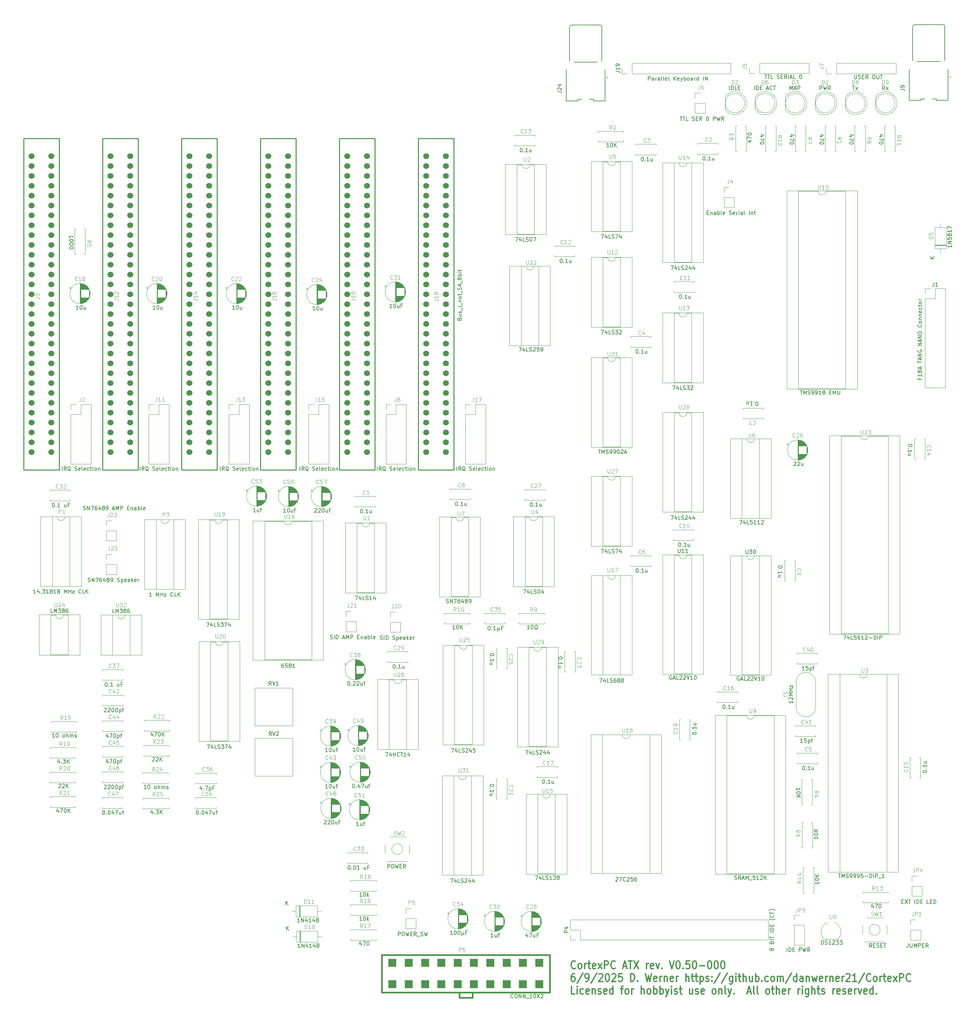
<source format=gbr>
%TF.GenerationSoftware,KiCad,Pcbnew,8.0.6*%
%TF.CreationDate,2025-06-11T07:28:07-05:00*%
%TF.ProjectId,CortexPC,436f7274-6578-4504-932e-6b696361645f,V0.5*%
%TF.SameCoordinates,Original*%
%TF.FileFunction,Legend,Top*%
%TF.FilePolarity,Positive*%
%FSLAX46Y46*%
G04 Gerber Fmt 4.6, Leading zero omitted, Abs format (unit mm)*
G04 Created by KiCad (PCBNEW 8.0.6) date 2025-06-11 07:28:07*
%MOMM*%
%LPD*%
G01*
G04 APERTURE LIST*
%ADD10C,0.304800*%
%ADD11C,0.100000*%
%ADD12C,0.150000*%
%ADD13C,0.120000*%
%ADD14C,0.381000*%
%ADD15C,0.254000*%
%ADD16C,0.127000*%
%ADD17C,0.200000*%
%ADD18R,2.125980X2.125980*%
%ADD19C,1.524000*%
G04 APERTURE END LIST*
D10*
X176613659Y-254487262D02*
X176528992Y-254584024D01*
X176528992Y-254584024D02*
X176274992Y-254680785D01*
X176274992Y-254680785D02*
X176105659Y-254680785D01*
X176105659Y-254680785D02*
X175851659Y-254584024D01*
X175851659Y-254584024D02*
X175682326Y-254390500D01*
X175682326Y-254390500D02*
X175597659Y-254196976D01*
X175597659Y-254196976D02*
X175512992Y-253809928D01*
X175512992Y-253809928D02*
X175512992Y-253519643D01*
X175512992Y-253519643D02*
X175597659Y-253132595D01*
X175597659Y-253132595D02*
X175682326Y-252939071D01*
X175682326Y-252939071D02*
X175851659Y-252745547D01*
X175851659Y-252745547D02*
X176105659Y-252648785D01*
X176105659Y-252648785D02*
X176274992Y-252648785D01*
X176274992Y-252648785D02*
X176528992Y-252745547D01*
X176528992Y-252745547D02*
X176613659Y-252842309D01*
X177629659Y-254680785D02*
X177460326Y-254584024D01*
X177460326Y-254584024D02*
X177375659Y-254487262D01*
X177375659Y-254487262D02*
X177290992Y-254293738D01*
X177290992Y-254293738D02*
X177290992Y-253713166D01*
X177290992Y-253713166D02*
X177375659Y-253519643D01*
X177375659Y-253519643D02*
X177460326Y-253422881D01*
X177460326Y-253422881D02*
X177629659Y-253326119D01*
X177629659Y-253326119D02*
X177883659Y-253326119D01*
X177883659Y-253326119D02*
X178052992Y-253422881D01*
X178052992Y-253422881D02*
X178137659Y-253519643D01*
X178137659Y-253519643D02*
X178222326Y-253713166D01*
X178222326Y-253713166D02*
X178222326Y-254293738D01*
X178222326Y-254293738D02*
X178137659Y-254487262D01*
X178137659Y-254487262D02*
X178052992Y-254584024D01*
X178052992Y-254584024D02*
X177883659Y-254680785D01*
X177883659Y-254680785D02*
X177629659Y-254680785D01*
X178984326Y-254680785D02*
X178984326Y-253326119D01*
X178984326Y-253713166D02*
X179068993Y-253519643D01*
X179068993Y-253519643D02*
X179153659Y-253422881D01*
X179153659Y-253422881D02*
X179322993Y-253326119D01*
X179322993Y-253326119D02*
X179492326Y-253326119D01*
X179830993Y-253326119D02*
X180508326Y-253326119D01*
X180084993Y-252648785D02*
X180084993Y-254390500D01*
X180084993Y-254390500D02*
X180169660Y-254584024D01*
X180169660Y-254584024D02*
X180338993Y-254680785D01*
X180338993Y-254680785D02*
X180508326Y-254680785D01*
X181778326Y-254584024D02*
X181608993Y-254680785D01*
X181608993Y-254680785D02*
X181270326Y-254680785D01*
X181270326Y-254680785D02*
X181100993Y-254584024D01*
X181100993Y-254584024D02*
X181016326Y-254390500D01*
X181016326Y-254390500D02*
X181016326Y-253616404D01*
X181016326Y-253616404D02*
X181100993Y-253422881D01*
X181100993Y-253422881D02*
X181270326Y-253326119D01*
X181270326Y-253326119D02*
X181608993Y-253326119D01*
X181608993Y-253326119D02*
X181778326Y-253422881D01*
X181778326Y-253422881D02*
X181862993Y-253616404D01*
X181862993Y-253616404D02*
X181862993Y-253809928D01*
X181862993Y-253809928D02*
X181016326Y-254003452D01*
X182455660Y-254680785D02*
X183386993Y-253326119D01*
X182455660Y-253326119D02*
X183386993Y-254680785D01*
X184064326Y-254680785D02*
X184064326Y-252648785D01*
X184064326Y-252648785D02*
X184741659Y-252648785D01*
X184741659Y-252648785D02*
X184910993Y-252745547D01*
X184910993Y-252745547D02*
X184995659Y-252842309D01*
X184995659Y-252842309D02*
X185080326Y-253035833D01*
X185080326Y-253035833D02*
X185080326Y-253326119D01*
X185080326Y-253326119D02*
X184995659Y-253519643D01*
X184995659Y-253519643D02*
X184910993Y-253616404D01*
X184910993Y-253616404D02*
X184741659Y-253713166D01*
X184741659Y-253713166D02*
X184064326Y-253713166D01*
X186858326Y-254487262D02*
X186773659Y-254584024D01*
X186773659Y-254584024D02*
X186519659Y-254680785D01*
X186519659Y-254680785D02*
X186350326Y-254680785D01*
X186350326Y-254680785D02*
X186096326Y-254584024D01*
X186096326Y-254584024D02*
X185926993Y-254390500D01*
X185926993Y-254390500D02*
X185842326Y-254196976D01*
X185842326Y-254196976D02*
X185757659Y-253809928D01*
X185757659Y-253809928D02*
X185757659Y-253519643D01*
X185757659Y-253519643D02*
X185842326Y-253132595D01*
X185842326Y-253132595D02*
X185926993Y-252939071D01*
X185926993Y-252939071D02*
X186096326Y-252745547D01*
X186096326Y-252745547D02*
X186350326Y-252648785D01*
X186350326Y-252648785D02*
X186519659Y-252648785D01*
X186519659Y-252648785D02*
X186773659Y-252745547D01*
X186773659Y-252745547D02*
X186858326Y-252842309D01*
X188890326Y-254100214D02*
X189736993Y-254100214D01*
X188720993Y-254680785D02*
X189313660Y-252648785D01*
X189313660Y-252648785D02*
X189906326Y-254680785D01*
X190244993Y-252648785D02*
X191260993Y-252648785D01*
X190752993Y-254680785D02*
X190752993Y-252648785D01*
X191684327Y-252648785D02*
X192869660Y-254680785D01*
X192869660Y-252648785D02*
X191684327Y-254680785D01*
X194901660Y-254680785D02*
X194901660Y-253326119D01*
X194901660Y-253713166D02*
X194986327Y-253519643D01*
X194986327Y-253519643D02*
X195070993Y-253422881D01*
X195070993Y-253422881D02*
X195240327Y-253326119D01*
X195240327Y-253326119D02*
X195409660Y-253326119D01*
X196679660Y-254584024D02*
X196510327Y-254680785D01*
X196510327Y-254680785D02*
X196171660Y-254680785D01*
X196171660Y-254680785D02*
X196002327Y-254584024D01*
X196002327Y-254584024D02*
X195917660Y-254390500D01*
X195917660Y-254390500D02*
X195917660Y-253616404D01*
X195917660Y-253616404D02*
X196002327Y-253422881D01*
X196002327Y-253422881D02*
X196171660Y-253326119D01*
X196171660Y-253326119D02*
X196510327Y-253326119D01*
X196510327Y-253326119D02*
X196679660Y-253422881D01*
X196679660Y-253422881D02*
X196764327Y-253616404D01*
X196764327Y-253616404D02*
X196764327Y-253809928D01*
X196764327Y-253809928D02*
X195917660Y-254003452D01*
X197356994Y-253326119D02*
X197780327Y-254680785D01*
X197780327Y-254680785D02*
X198203660Y-253326119D01*
X198880994Y-254487262D02*
X198965661Y-254584024D01*
X198965661Y-254584024D02*
X198880994Y-254680785D01*
X198880994Y-254680785D02*
X198796327Y-254584024D01*
X198796327Y-254584024D02*
X198880994Y-254487262D01*
X198880994Y-254487262D02*
X198880994Y-254680785D01*
X200828328Y-252648785D02*
X201420995Y-254680785D01*
X201420995Y-254680785D02*
X202013661Y-252648785D01*
X202944995Y-252648785D02*
X203114328Y-252648785D01*
X203114328Y-252648785D02*
X203283661Y-252745547D01*
X203283661Y-252745547D02*
X203368328Y-252842309D01*
X203368328Y-252842309D02*
X203452995Y-253035833D01*
X203452995Y-253035833D02*
X203537661Y-253422881D01*
X203537661Y-253422881D02*
X203537661Y-253906690D01*
X203537661Y-253906690D02*
X203452995Y-254293738D01*
X203452995Y-254293738D02*
X203368328Y-254487262D01*
X203368328Y-254487262D02*
X203283661Y-254584024D01*
X203283661Y-254584024D02*
X203114328Y-254680785D01*
X203114328Y-254680785D02*
X202944995Y-254680785D01*
X202944995Y-254680785D02*
X202775661Y-254584024D01*
X202775661Y-254584024D02*
X202690995Y-254487262D01*
X202690995Y-254487262D02*
X202606328Y-254293738D01*
X202606328Y-254293738D02*
X202521661Y-253906690D01*
X202521661Y-253906690D02*
X202521661Y-253422881D01*
X202521661Y-253422881D02*
X202606328Y-253035833D01*
X202606328Y-253035833D02*
X202690995Y-252842309D01*
X202690995Y-252842309D02*
X202775661Y-252745547D01*
X202775661Y-252745547D02*
X202944995Y-252648785D01*
X204299661Y-254487262D02*
X204384328Y-254584024D01*
X204384328Y-254584024D02*
X204299661Y-254680785D01*
X204299661Y-254680785D02*
X204214994Y-254584024D01*
X204214994Y-254584024D02*
X204299661Y-254487262D01*
X204299661Y-254487262D02*
X204299661Y-254680785D01*
X205992995Y-252648785D02*
X205146328Y-252648785D01*
X205146328Y-252648785D02*
X205061661Y-253616404D01*
X205061661Y-253616404D02*
X205146328Y-253519643D01*
X205146328Y-253519643D02*
X205315661Y-253422881D01*
X205315661Y-253422881D02*
X205738995Y-253422881D01*
X205738995Y-253422881D02*
X205908328Y-253519643D01*
X205908328Y-253519643D02*
X205992995Y-253616404D01*
X205992995Y-253616404D02*
X206077661Y-253809928D01*
X206077661Y-253809928D02*
X206077661Y-254293738D01*
X206077661Y-254293738D02*
X205992995Y-254487262D01*
X205992995Y-254487262D02*
X205908328Y-254584024D01*
X205908328Y-254584024D02*
X205738995Y-254680785D01*
X205738995Y-254680785D02*
X205315661Y-254680785D01*
X205315661Y-254680785D02*
X205146328Y-254584024D01*
X205146328Y-254584024D02*
X205061661Y-254487262D01*
X207178328Y-252648785D02*
X207347661Y-252648785D01*
X207347661Y-252648785D02*
X207516994Y-252745547D01*
X207516994Y-252745547D02*
X207601661Y-252842309D01*
X207601661Y-252842309D02*
X207686328Y-253035833D01*
X207686328Y-253035833D02*
X207770994Y-253422881D01*
X207770994Y-253422881D02*
X207770994Y-253906690D01*
X207770994Y-253906690D02*
X207686328Y-254293738D01*
X207686328Y-254293738D02*
X207601661Y-254487262D01*
X207601661Y-254487262D02*
X207516994Y-254584024D01*
X207516994Y-254584024D02*
X207347661Y-254680785D01*
X207347661Y-254680785D02*
X207178328Y-254680785D01*
X207178328Y-254680785D02*
X207008994Y-254584024D01*
X207008994Y-254584024D02*
X206924328Y-254487262D01*
X206924328Y-254487262D02*
X206839661Y-254293738D01*
X206839661Y-254293738D02*
X206754994Y-253906690D01*
X206754994Y-253906690D02*
X206754994Y-253422881D01*
X206754994Y-253422881D02*
X206839661Y-253035833D01*
X206839661Y-253035833D02*
X206924328Y-252842309D01*
X206924328Y-252842309D02*
X207008994Y-252745547D01*
X207008994Y-252745547D02*
X207178328Y-252648785D01*
X208532994Y-253906690D02*
X209887661Y-253906690D01*
X211072994Y-252648785D02*
X211242327Y-252648785D01*
X211242327Y-252648785D02*
X211411660Y-252745547D01*
X211411660Y-252745547D02*
X211496327Y-252842309D01*
X211496327Y-252842309D02*
X211580994Y-253035833D01*
X211580994Y-253035833D02*
X211665660Y-253422881D01*
X211665660Y-253422881D02*
X211665660Y-253906690D01*
X211665660Y-253906690D02*
X211580994Y-254293738D01*
X211580994Y-254293738D02*
X211496327Y-254487262D01*
X211496327Y-254487262D02*
X211411660Y-254584024D01*
X211411660Y-254584024D02*
X211242327Y-254680785D01*
X211242327Y-254680785D02*
X211072994Y-254680785D01*
X211072994Y-254680785D02*
X210903660Y-254584024D01*
X210903660Y-254584024D02*
X210818994Y-254487262D01*
X210818994Y-254487262D02*
X210734327Y-254293738D01*
X210734327Y-254293738D02*
X210649660Y-253906690D01*
X210649660Y-253906690D02*
X210649660Y-253422881D01*
X210649660Y-253422881D02*
X210734327Y-253035833D01*
X210734327Y-253035833D02*
X210818994Y-252842309D01*
X210818994Y-252842309D02*
X210903660Y-252745547D01*
X210903660Y-252745547D02*
X211072994Y-252648785D01*
X212766327Y-252648785D02*
X212935660Y-252648785D01*
X212935660Y-252648785D02*
X213104993Y-252745547D01*
X213104993Y-252745547D02*
X213189660Y-252842309D01*
X213189660Y-252842309D02*
X213274327Y-253035833D01*
X213274327Y-253035833D02*
X213358993Y-253422881D01*
X213358993Y-253422881D02*
X213358993Y-253906690D01*
X213358993Y-253906690D02*
X213274327Y-254293738D01*
X213274327Y-254293738D02*
X213189660Y-254487262D01*
X213189660Y-254487262D02*
X213104993Y-254584024D01*
X213104993Y-254584024D02*
X212935660Y-254680785D01*
X212935660Y-254680785D02*
X212766327Y-254680785D01*
X212766327Y-254680785D02*
X212596993Y-254584024D01*
X212596993Y-254584024D02*
X212512327Y-254487262D01*
X212512327Y-254487262D02*
X212427660Y-254293738D01*
X212427660Y-254293738D02*
X212342993Y-253906690D01*
X212342993Y-253906690D02*
X212342993Y-253422881D01*
X212342993Y-253422881D02*
X212427660Y-253035833D01*
X212427660Y-253035833D02*
X212512327Y-252842309D01*
X212512327Y-252842309D02*
X212596993Y-252745547D01*
X212596993Y-252745547D02*
X212766327Y-252648785D01*
X214459660Y-252648785D02*
X214628993Y-252648785D01*
X214628993Y-252648785D02*
X214798326Y-252745547D01*
X214798326Y-252745547D02*
X214882993Y-252842309D01*
X214882993Y-252842309D02*
X214967660Y-253035833D01*
X214967660Y-253035833D02*
X215052326Y-253422881D01*
X215052326Y-253422881D02*
X215052326Y-253906690D01*
X215052326Y-253906690D02*
X214967660Y-254293738D01*
X214967660Y-254293738D02*
X214882993Y-254487262D01*
X214882993Y-254487262D02*
X214798326Y-254584024D01*
X214798326Y-254584024D02*
X214628993Y-254680785D01*
X214628993Y-254680785D02*
X214459660Y-254680785D01*
X214459660Y-254680785D02*
X214290326Y-254584024D01*
X214290326Y-254584024D02*
X214205660Y-254487262D01*
X214205660Y-254487262D02*
X214120993Y-254293738D01*
X214120993Y-254293738D02*
X214036326Y-253906690D01*
X214036326Y-253906690D02*
X214036326Y-253422881D01*
X214036326Y-253422881D02*
X214120993Y-253035833D01*
X214120993Y-253035833D02*
X214205660Y-252842309D01*
X214205660Y-252842309D02*
X214290326Y-252745547D01*
X214290326Y-252745547D02*
X214459660Y-252648785D01*
X176359659Y-255920191D02*
X176020992Y-255920191D01*
X176020992Y-255920191D02*
X175851659Y-256016953D01*
X175851659Y-256016953D02*
X175766992Y-256113715D01*
X175766992Y-256113715D02*
X175597659Y-256404001D01*
X175597659Y-256404001D02*
X175512992Y-256791049D01*
X175512992Y-256791049D02*
X175512992Y-257565144D01*
X175512992Y-257565144D02*
X175597659Y-257758668D01*
X175597659Y-257758668D02*
X175682326Y-257855430D01*
X175682326Y-257855430D02*
X175851659Y-257952191D01*
X175851659Y-257952191D02*
X176190326Y-257952191D01*
X176190326Y-257952191D02*
X176359659Y-257855430D01*
X176359659Y-257855430D02*
X176444326Y-257758668D01*
X176444326Y-257758668D02*
X176528992Y-257565144D01*
X176528992Y-257565144D02*
X176528992Y-257081334D01*
X176528992Y-257081334D02*
X176444326Y-256887810D01*
X176444326Y-256887810D02*
X176359659Y-256791049D01*
X176359659Y-256791049D02*
X176190326Y-256694287D01*
X176190326Y-256694287D02*
X175851659Y-256694287D01*
X175851659Y-256694287D02*
X175682326Y-256791049D01*
X175682326Y-256791049D02*
X175597659Y-256887810D01*
X175597659Y-256887810D02*
X175512992Y-257081334D01*
X178560992Y-255823430D02*
X177036992Y-258436001D01*
X179238326Y-257952191D02*
X179576992Y-257952191D01*
X179576992Y-257952191D02*
X179746326Y-257855430D01*
X179746326Y-257855430D02*
X179830992Y-257758668D01*
X179830992Y-257758668D02*
X180000326Y-257468382D01*
X180000326Y-257468382D02*
X180084992Y-257081334D01*
X180084992Y-257081334D02*
X180084992Y-256307239D01*
X180084992Y-256307239D02*
X180000326Y-256113715D01*
X180000326Y-256113715D02*
X179915659Y-256016953D01*
X179915659Y-256016953D02*
X179746326Y-255920191D01*
X179746326Y-255920191D02*
X179407659Y-255920191D01*
X179407659Y-255920191D02*
X179238326Y-256016953D01*
X179238326Y-256016953D02*
X179153659Y-256113715D01*
X179153659Y-256113715D02*
X179068992Y-256307239D01*
X179068992Y-256307239D02*
X179068992Y-256791049D01*
X179068992Y-256791049D02*
X179153659Y-256984572D01*
X179153659Y-256984572D02*
X179238326Y-257081334D01*
X179238326Y-257081334D02*
X179407659Y-257178096D01*
X179407659Y-257178096D02*
X179746326Y-257178096D01*
X179746326Y-257178096D02*
X179915659Y-257081334D01*
X179915659Y-257081334D02*
X180000326Y-256984572D01*
X180000326Y-256984572D02*
X180084992Y-256791049D01*
X182116992Y-255823430D02*
X180592992Y-258436001D01*
X182624992Y-256113715D02*
X182709659Y-256016953D01*
X182709659Y-256016953D02*
X182878992Y-255920191D01*
X182878992Y-255920191D02*
X183302326Y-255920191D01*
X183302326Y-255920191D02*
X183471659Y-256016953D01*
X183471659Y-256016953D02*
X183556326Y-256113715D01*
X183556326Y-256113715D02*
X183640992Y-256307239D01*
X183640992Y-256307239D02*
X183640992Y-256500763D01*
X183640992Y-256500763D02*
X183556326Y-256791049D01*
X183556326Y-256791049D02*
X182540326Y-257952191D01*
X182540326Y-257952191D02*
X183640992Y-257952191D01*
X184741659Y-255920191D02*
X184910992Y-255920191D01*
X184910992Y-255920191D02*
X185080325Y-256016953D01*
X185080325Y-256016953D02*
X185164992Y-256113715D01*
X185164992Y-256113715D02*
X185249659Y-256307239D01*
X185249659Y-256307239D02*
X185334325Y-256694287D01*
X185334325Y-256694287D02*
X185334325Y-257178096D01*
X185334325Y-257178096D02*
X185249659Y-257565144D01*
X185249659Y-257565144D02*
X185164992Y-257758668D01*
X185164992Y-257758668D02*
X185080325Y-257855430D01*
X185080325Y-257855430D02*
X184910992Y-257952191D01*
X184910992Y-257952191D02*
X184741659Y-257952191D01*
X184741659Y-257952191D02*
X184572325Y-257855430D01*
X184572325Y-257855430D02*
X184487659Y-257758668D01*
X184487659Y-257758668D02*
X184402992Y-257565144D01*
X184402992Y-257565144D02*
X184318325Y-257178096D01*
X184318325Y-257178096D02*
X184318325Y-256694287D01*
X184318325Y-256694287D02*
X184402992Y-256307239D01*
X184402992Y-256307239D02*
X184487659Y-256113715D01*
X184487659Y-256113715D02*
X184572325Y-256016953D01*
X184572325Y-256016953D02*
X184741659Y-255920191D01*
X186011658Y-256113715D02*
X186096325Y-256016953D01*
X186096325Y-256016953D02*
X186265658Y-255920191D01*
X186265658Y-255920191D02*
X186688992Y-255920191D01*
X186688992Y-255920191D02*
X186858325Y-256016953D01*
X186858325Y-256016953D02*
X186942992Y-256113715D01*
X186942992Y-256113715D02*
X187027658Y-256307239D01*
X187027658Y-256307239D02*
X187027658Y-256500763D01*
X187027658Y-256500763D02*
X186942992Y-256791049D01*
X186942992Y-256791049D02*
X185926992Y-257952191D01*
X185926992Y-257952191D02*
X187027658Y-257952191D01*
X188636325Y-255920191D02*
X187789658Y-255920191D01*
X187789658Y-255920191D02*
X187704991Y-256887810D01*
X187704991Y-256887810D02*
X187789658Y-256791049D01*
X187789658Y-256791049D02*
X187958991Y-256694287D01*
X187958991Y-256694287D02*
X188382325Y-256694287D01*
X188382325Y-256694287D02*
X188551658Y-256791049D01*
X188551658Y-256791049D02*
X188636325Y-256887810D01*
X188636325Y-256887810D02*
X188720991Y-257081334D01*
X188720991Y-257081334D02*
X188720991Y-257565144D01*
X188720991Y-257565144D02*
X188636325Y-257758668D01*
X188636325Y-257758668D02*
X188551658Y-257855430D01*
X188551658Y-257855430D02*
X188382325Y-257952191D01*
X188382325Y-257952191D02*
X187958991Y-257952191D01*
X187958991Y-257952191D02*
X187789658Y-257855430D01*
X187789658Y-257855430D02*
X187704991Y-257758668D01*
X190837658Y-257952191D02*
X190837658Y-255920191D01*
X190837658Y-255920191D02*
X191260991Y-255920191D01*
X191260991Y-255920191D02*
X191514991Y-256016953D01*
X191514991Y-256016953D02*
X191684325Y-256210477D01*
X191684325Y-256210477D02*
X191768991Y-256404001D01*
X191768991Y-256404001D02*
X191853658Y-256791049D01*
X191853658Y-256791049D02*
X191853658Y-257081334D01*
X191853658Y-257081334D02*
X191768991Y-257468382D01*
X191768991Y-257468382D02*
X191684325Y-257661906D01*
X191684325Y-257661906D02*
X191514991Y-257855430D01*
X191514991Y-257855430D02*
X191260991Y-257952191D01*
X191260991Y-257952191D02*
X190837658Y-257952191D01*
X192615658Y-257758668D02*
X192700325Y-257855430D01*
X192700325Y-257855430D02*
X192615658Y-257952191D01*
X192615658Y-257952191D02*
X192530991Y-257855430D01*
X192530991Y-257855430D02*
X192615658Y-257758668D01*
X192615658Y-257758668D02*
X192615658Y-257952191D01*
X194647659Y-255920191D02*
X195070992Y-257952191D01*
X195070992Y-257952191D02*
X195409659Y-256500763D01*
X195409659Y-256500763D02*
X195748325Y-257952191D01*
X195748325Y-257952191D02*
X196171659Y-255920191D01*
X197526325Y-257855430D02*
X197356992Y-257952191D01*
X197356992Y-257952191D02*
X197018325Y-257952191D01*
X197018325Y-257952191D02*
X196848992Y-257855430D01*
X196848992Y-257855430D02*
X196764325Y-257661906D01*
X196764325Y-257661906D02*
X196764325Y-256887810D01*
X196764325Y-256887810D02*
X196848992Y-256694287D01*
X196848992Y-256694287D02*
X197018325Y-256597525D01*
X197018325Y-256597525D02*
X197356992Y-256597525D01*
X197356992Y-256597525D02*
X197526325Y-256694287D01*
X197526325Y-256694287D02*
X197610992Y-256887810D01*
X197610992Y-256887810D02*
X197610992Y-257081334D01*
X197610992Y-257081334D02*
X196764325Y-257274858D01*
X198372992Y-257952191D02*
X198372992Y-256597525D01*
X198372992Y-256984572D02*
X198457659Y-256791049D01*
X198457659Y-256791049D02*
X198542325Y-256694287D01*
X198542325Y-256694287D02*
X198711659Y-256597525D01*
X198711659Y-256597525D02*
X198880992Y-256597525D01*
X199473659Y-256597525D02*
X199473659Y-257952191D01*
X199473659Y-256791049D02*
X199558326Y-256694287D01*
X199558326Y-256694287D02*
X199727659Y-256597525D01*
X199727659Y-256597525D02*
X199981659Y-256597525D01*
X199981659Y-256597525D02*
X200150992Y-256694287D01*
X200150992Y-256694287D02*
X200235659Y-256887810D01*
X200235659Y-256887810D02*
X200235659Y-257952191D01*
X201759659Y-257855430D02*
X201590326Y-257952191D01*
X201590326Y-257952191D02*
X201251659Y-257952191D01*
X201251659Y-257952191D02*
X201082326Y-257855430D01*
X201082326Y-257855430D02*
X200997659Y-257661906D01*
X200997659Y-257661906D02*
X200997659Y-256887810D01*
X200997659Y-256887810D02*
X201082326Y-256694287D01*
X201082326Y-256694287D02*
X201251659Y-256597525D01*
X201251659Y-256597525D02*
X201590326Y-256597525D01*
X201590326Y-256597525D02*
X201759659Y-256694287D01*
X201759659Y-256694287D02*
X201844326Y-256887810D01*
X201844326Y-256887810D02*
X201844326Y-257081334D01*
X201844326Y-257081334D02*
X200997659Y-257274858D01*
X202606326Y-257952191D02*
X202606326Y-256597525D01*
X202606326Y-256984572D02*
X202690993Y-256791049D01*
X202690993Y-256791049D02*
X202775659Y-256694287D01*
X202775659Y-256694287D02*
X202944993Y-256597525D01*
X202944993Y-256597525D02*
X203114326Y-256597525D01*
X205061660Y-257952191D02*
X205061660Y-255920191D01*
X205823660Y-257952191D02*
X205823660Y-256887810D01*
X205823660Y-256887810D02*
X205738993Y-256694287D01*
X205738993Y-256694287D02*
X205569660Y-256597525D01*
X205569660Y-256597525D02*
X205315660Y-256597525D01*
X205315660Y-256597525D02*
X205146327Y-256694287D01*
X205146327Y-256694287D02*
X205061660Y-256791049D01*
X206416327Y-256597525D02*
X207093660Y-256597525D01*
X206670327Y-255920191D02*
X206670327Y-257661906D01*
X206670327Y-257661906D02*
X206754994Y-257855430D01*
X206754994Y-257855430D02*
X206924327Y-257952191D01*
X206924327Y-257952191D02*
X207093660Y-257952191D01*
X207432327Y-256597525D02*
X208109660Y-256597525D01*
X207686327Y-255920191D02*
X207686327Y-257661906D01*
X207686327Y-257661906D02*
X207770994Y-257855430D01*
X207770994Y-257855430D02*
X207940327Y-257952191D01*
X207940327Y-257952191D02*
X208109660Y-257952191D01*
X208702327Y-256597525D02*
X208702327Y-258629525D01*
X208702327Y-256694287D02*
X208871660Y-256597525D01*
X208871660Y-256597525D02*
X209210327Y-256597525D01*
X209210327Y-256597525D02*
X209379660Y-256694287D01*
X209379660Y-256694287D02*
X209464327Y-256791049D01*
X209464327Y-256791049D02*
X209548994Y-256984572D01*
X209548994Y-256984572D02*
X209548994Y-257565144D01*
X209548994Y-257565144D02*
X209464327Y-257758668D01*
X209464327Y-257758668D02*
X209379660Y-257855430D01*
X209379660Y-257855430D02*
X209210327Y-257952191D01*
X209210327Y-257952191D02*
X208871660Y-257952191D01*
X208871660Y-257952191D02*
X208702327Y-257855430D01*
X210226327Y-257855430D02*
X210395661Y-257952191D01*
X210395661Y-257952191D02*
X210734327Y-257952191D01*
X210734327Y-257952191D02*
X210903661Y-257855430D01*
X210903661Y-257855430D02*
X210988327Y-257661906D01*
X210988327Y-257661906D02*
X210988327Y-257565144D01*
X210988327Y-257565144D02*
X210903661Y-257371620D01*
X210903661Y-257371620D02*
X210734327Y-257274858D01*
X210734327Y-257274858D02*
X210480327Y-257274858D01*
X210480327Y-257274858D02*
X210310994Y-257178096D01*
X210310994Y-257178096D02*
X210226327Y-256984572D01*
X210226327Y-256984572D02*
X210226327Y-256887810D01*
X210226327Y-256887810D02*
X210310994Y-256694287D01*
X210310994Y-256694287D02*
X210480327Y-256597525D01*
X210480327Y-256597525D02*
X210734327Y-256597525D01*
X210734327Y-256597525D02*
X210903661Y-256694287D01*
X211750327Y-257758668D02*
X211834994Y-257855430D01*
X211834994Y-257855430D02*
X211750327Y-257952191D01*
X211750327Y-257952191D02*
X211665660Y-257855430D01*
X211665660Y-257855430D02*
X211750327Y-257758668D01*
X211750327Y-257758668D02*
X211750327Y-257952191D01*
X211750327Y-256694287D02*
X211834994Y-256791049D01*
X211834994Y-256791049D02*
X211750327Y-256887810D01*
X211750327Y-256887810D02*
X211665660Y-256791049D01*
X211665660Y-256791049D02*
X211750327Y-256694287D01*
X211750327Y-256694287D02*
X211750327Y-256887810D01*
X213866994Y-255823430D02*
X212342994Y-258436001D01*
X215729661Y-255823430D02*
X214205661Y-258436001D01*
X217084328Y-256597525D02*
X217084328Y-258242477D01*
X217084328Y-258242477D02*
X216999661Y-258436001D01*
X216999661Y-258436001D02*
X216914995Y-258532763D01*
X216914995Y-258532763D02*
X216745661Y-258629525D01*
X216745661Y-258629525D02*
X216491661Y-258629525D01*
X216491661Y-258629525D02*
X216322328Y-258532763D01*
X217084328Y-257855430D02*
X216914995Y-257952191D01*
X216914995Y-257952191D02*
X216576328Y-257952191D01*
X216576328Y-257952191D02*
X216406995Y-257855430D01*
X216406995Y-257855430D02*
X216322328Y-257758668D01*
X216322328Y-257758668D02*
X216237661Y-257565144D01*
X216237661Y-257565144D02*
X216237661Y-256984572D01*
X216237661Y-256984572D02*
X216322328Y-256791049D01*
X216322328Y-256791049D02*
X216406995Y-256694287D01*
X216406995Y-256694287D02*
X216576328Y-256597525D01*
X216576328Y-256597525D02*
X216914995Y-256597525D01*
X216914995Y-256597525D02*
X217084328Y-256694287D01*
X217930995Y-257952191D02*
X217930995Y-256597525D01*
X217930995Y-255920191D02*
X217846328Y-256016953D01*
X217846328Y-256016953D02*
X217930995Y-256113715D01*
X217930995Y-256113715D02*
X218015662Y-256016953D01*
X218015662Y-256016953D02*
X217930995Y-255920191D01*
X217930995Y-255920191D02*
X217930995Y-256113715D01*
X218523662Y-256597525D02*
X219200995Y-256597525D01*
X218777662Y-255920191D02*
X218777662Y-257661906D01*
X218777662Y-257661906D02*
X218862329Y-257855430D01*
X218862329Y-257855430D02*
X219031662Y-257952191D01*
X219031662Y-257952191D02*
X219200995Y-257952191D01*
X219793662Y-257952191D02*
X219793662Y-255920191D01*
X220555662Y-257952191D02*
X220555662Y-256887810D01*
X220555662Y-256887810D02*
X220470995Y-256694287D01*
X220470995Y-256694287D02*
X220301662Y-256597525D01*
X220301662Y-256597525D02*
X220047662Y-256597525D01*
X220047662Y-256597525D02*
X219878329Y-256694287D01*
X219878329Y-256694287D02*
X219793662Y-256791049D01*
X222164329Y-256597525D02*
X222164329Y-257952191D01*
X221402329Y-256597525D02*
X221402329Y-257661906D01*
X221402329Y-257661906D02*
X221486996Y-257855430D01*
X221486996Y-257855430D02*
X221656329Y-257952191D01*
X221656329Y-257952191D02*
X221910329Y-257952191D01*
X221910329Y-257952191D02*
X222079662Y-257855430D01*
X222079662Y-257855430D02*
X222164329Y-257758668D01*
X223010996Y-257952191D02*
X223010996Y-255920191D01*
X223010996Y-256694287D02*
X223180329Y-256597525D01*
X223180329Y-256597525D02*
X223518996Y-256597525D01*
X223518996Y-256597525D02*
X223688329Y-256694287D01*
X223688329Y-256694287D02*
X223772996Y-256791049D01*
X223772996Y-256791049D02*
X223857663Y-256984572D01*
X223857663Y-256984572D02*
X223857663Y-257565144D01*
X223857663Y-257565144D02*
X223772996Y-257758668D01*
X223772996Y-257758668D02*
X223688329Y-257855430D01*
X223688329Y-257855430D02*
X223518996Y-257952191D01*
X223518996Y-257952191D02*
X223180329Y-257952191D01*
X223180329Y-257952191D02*
X223010996Y-257855430D01*
X224619663Y-257758668D02*
X224704330Y-257855430D01*
X224704330Y-257855430D02*
X224619663Y-257952191D01*
X224619663Y-257952191D02*
X224534996Y-257855430D01*
X224534996Y-257855430D02*
X224619663Y-257758668D01*
X224619663Y-257758668D02*
X224619663Y-257952191D01*
X226228330Y-257855430D02*
X226058997Y-257952191D01*
X226058997Y-257952191D02*
X225720330Y-257952191D01*
X225720330Y-257952191D02*
X225550997Y-257855430D01*
X225550997Y-257855430D02*
X225466330Y-257758668D01*
X225466330Y-257758668D02*
X225381663Y-257565144D01*
X225381663Y-257565144D02*
X225381663Y-256984572D01*
X225381663Y-256984572D02*
X225466330Y-256791049D01*
X225466330Y-256791049D02*
X225550997Y-256694287D01*
X225550997Y-256694287D02*
X225720330Y-256597525D01*
X225720330Y-256597525D02*
X226058997Y-256597525D01*
X226058997Y-256597525D02*
X226228330Y-256694287D01*
X227244330Y-257952191D02*
X227074997Y-257855430D01*
X227074997Y-257855430D02*
X226990330Y-257758668D01*
X226990330Y-257758668D02*
X226905663Y-257565144D01*
X226905663Y-257565144D02*
X226905663Y-256984572D01*
X226905663Y-256984572D02*
X226990330Y-256791049D01*
X226990330Y-256791049D02*
X227074997Y-256694287D01*
X227074997Y-256694287D02*
X227244330Y-256597525D01*
X227244330Y-256597525D02*
X227498330Y-256597525D01*
X227498330Y-256597525D02*
X227667663Y-256694287D01*
X227667663Y-256694287D02*
X227752330Y-256791049D01*
X227752330Y-256791049D02*
X227836997Y-256984572D01*
X227836997Y-256984572D02*
X227836997Y-257565144D01*
X227836997Y-257565144D02*
X227752330Y-257758668D01*
X227752330Y-257758668D02*
X227667663Y-257855430D01*
X227667663Y-257855430D02*
X227498330Y-257952191D01*
X227498330Y-257952191D02*
X227244330Y-257952191D01*
X228598997Y-257952191D02*
X228598997Y-256597525D01*
X228598997Y-256791049D02*
X228683664Y-256694287D01*
X228683664Y-256694287D02*
X228852997Y-256597525D01*
X228852997Y-256597525D02*
X229106997Y-256597525D01*
X229106997Y-256597525D02*
X229276330Y-256694287D01*
X229276330Y-256694287D02*
X229360997Y-256887810D01*
X229360997Y-256887810D02*
X229360997Y-257952191D01*
X229360997Y-256887810D02*
X229445664Y-256694287D01*
X229445664Y-256694287D02*
X229614997Y-256597525D01*
X229614997Y-256597525D02*
X229868997Y-256597525D01*
X229868997Y-256597525D02*
X230038330Y-256694287D01*
X230038330Y-256694287D02*
X230122997Y-256887810D01*
X230122997Y-256887810D02*
X230122997Y-257952191D01*
X232239664Y-255823430D02*
X230715664Y-258436001D01*
X233594331Y-257952191D02*
X233594331Y-255920191D01*
X233594331Y-257855430D02*
X233424998Y-257952191D01*
X233424998Y-257952191D02*
X233086331Y-257952191D01*
X233086331Y-257952191D02*
X232916998Y-257855430D01*
X232916998Y-257855430D02*
X232832331Y-257758668D01*
X232832331Y-257758668D02*
X232747664Y-257565144D01*
X232747664Y-257565144D02*
X232747664Y-256984572D01*
X232747664Y-256984572D02*
X232832331Y-256791049D01*
X232832331Y-256791049D02*
X232916998Y-256694287D01*
X232916998Y-256694287D02*
X233086331Y-256597525D01*
X233086331Y-256597525D02*
X233424998Y-256597525D01*
X233424998Y-256597525D02*
X233594331Y-256694287D01*
X235202998Y-257952191D02*
X235202998Y-256887810D01*
X235202998Y-256887810D02*
X235118331Y-256694287D01*
X235118331Y-256694287D02*
X234948998Y-256597525D01*
X234948998Y-256597525D02*
X234610331Y-256597525D01*
X234610331Y-256597525D02*
X234440998Y-256694287D01*
X235202998Y-257855430D02*
X235033665Y-257952191D01*
X235033665Y-257952191D02*
X234610331Y-257952191D01*
X234610331Y-257952191D02*
X234440998Y-257855430D01*
X234440998Y-257855430D02*
X234356331Y-257661906D01*
X234356331Y-257661906D02*
X234356331Y-257468382D01*
X234356331Y-257468382D02*
X234440998Y-257274858D01*
X234440998Y-257274858D02*
X234610331Y-257178096D01*
X234610331Y-257178096D02*
X235033665Y-257178096D01*
X235033665Y-257178096D02*
X235202998Y-257081334D01*
X236049665Y-256597525D02*
X236049665Y-257952191D01*
X236049665Y-256791049D02*
X236134332Y-256694287D01*
X236134332Y-256694287D02*
X236303665Y-256597525D01*
X236303665Y-256597525D02*
X236557665Y-256597525D01*
X236557665Y-256597525D02*
X236726998Y-256694287D01*
X236726998Y-256694287D02*
X236811665Y-256887810D01*
X236811665Y-256887810D02*
X236811665Y-257952191D01*
X237488999Y-256597525D02*
X237827665Y-257952191D01*
X237827665Y-257952191D02*
X238166332Y-256984572D01*
X238166332Y-256984572D02*
X238504999Y-257952191D01*
X238504999Y-257952191D02*
X238843665Y-256597525D01*
X240198332Y-257855430D02*
X240028999Y-257952191D01*
X240028999Y-257952191D02*
X239690332Y-257952191D01*
X239690332Y-257952191D02*
X239520999Y-257855430D01*
X239520999Y-257855430D02*
X239436332Y-257661906D01*
X239436332Y-257661906D02*
X239436332Y-256887810D01*
X239436332Y-256887810D02*
X239520999Y-256694287D01*
X239520999Y-256694287D02*
X239690332Y-256597525D01*
X239690332Y-256597525D02*
X240028999Y-256597525D01*
X240028999Y-256597525D02*
X240198332Y-256694287D01*
X240198332Y-256694287D02*
X240282999Y-256887810D01*
X240282999Y-256887810D02*
X240282999Y-257081334D01*
X240282999Y-257081334D02*
X239436332Y-257274858D01*
X241044999Y-257952191D02*
X241044999Y-256597525D01*
X241044999Y-256984572D02*
X241129666Y-256791049D01*
X241129666Y-256791049D02*
X241214332Y-256694287D01*
X241214332Y-256694287D02*
X241383666Y-256597525D01*
X241383666Y-256597525D02*
X241552999Y-256597525D01*
X242145666Y-256597525D02*
X242145666Y-257952191D01*
X242145666Y-256791049D02*
X242230333Y-256694287D01*
X242230333Y-256694287D02*
X242399666Y-256597525D01*
X242399666Y-256597525D02*
X242653666Y-256597525D01*
X242653666Y-256597525D02*
X242822999Y-256694287D01*
X242822999Y-256694287D02*
X242907666Y-256887810D01*
X242907666Y-256887810D02*
X242907666Y-257952191D01*
X244431666Y-257855430D02*
X244262333Y-257952191D01*
X244262333Y-257952191D02*
X243923666Y-257952191D01*
X243923666Y-257952191D02*
X243754333Y-257855430D01*
X243754333Y-257855430D02*
X243669666Y-257661906D01*
X243669666Y-257661906D02*
X243669666Y-256887810D01*
X243669666Y-256887810D02*
X243754333Y-256694287D01*
X243754333Y-256694287D02*
X243923666Y-256597525D01*
X243923666Y-256597525D02*
X244262333Y-256597525D01*
X244262333Y-256597525D02*
X244431666Y-256694287D01*
X244431666Y-256694287D02*
X244516333Y-256887810D01*
X244516333Y-256887810D02*
X244516333Y-257081334D01*
X244516333Y-257081334D02*
X243669666Y-257274858D01*
X245278333Y-257952191D02*
X245278333Y-256597525D01*
X245278333Y-256984572D02*
X245363000Y-256791049D01*
X245363000Y-256791049D02*
X245447666Y-256694287D01*
X245447666Y-256694287D02*
X245617000Y-256597525D01*
X245617000Y-256597525D02*
X245786333Y-256597525D01*
X246294333Y-256113715D02*
X246379000Y-256016953D01*
X246379000Y-256016953D02*
X246548333Y-255920191D01*
X246548333Y-255920191D02*
X246971667Y-255920191D01*
X246971667Y-255920191D02*
X247141000Y-256016953D01*
X247141000Y-256016953D02*
X247225667Y-256113715D01*
X247225667Y-256113715D02*
X247310333Y-256307239D01*
X247310333Y-256307239D02*
X247310333Y-256500763D01*
X247310333Y-256500763D02*
X247225667Y-256791049D01*
X247225667Y-256791049D02*
X246209667Y-257952191D01*
X246209667Y-257952191D02*
X247310333Y-257952191D01*
X249003666Y-257952191D02*
X247987666Y-257952191D01*
X248495666Y-257952191D02*
X248495666Y-255920191D01*
X248495666Y-255920191D02*
X248326333Y-256210477D01*
X248326333Y-256210477D02*
X248157000Y-256404001D01*
X248157000Y-256404001D02*
X247987666Y-256500763D01*
X251035666Y-255823430D02*
X249511666Y-258436001D01*
X252644333Y-257758668D02*
X252559666Y-257855430D01*
X252559666Y-257855430D02*
X252305666Y-257952191D01*
X252305666Y-257952191D02*
X252136333Y-257952191D01*
X252136333Y-257952191D02*
X251882333Y-257855430D01*
X251882333Y-257855430D02*
X251713000Y-257661906D01*
X251713000Y-257661906D02*
X251628333Y-257468382D01*
X251628333Y-257468382D02*
X251543666Y-257081334D01*
X251543666Y-257081334D02*
X251543666Y-256791049D01*
X251543666Y-256791049D02*
X251628333Y-256404001D01*
X251628333Y-256404001D02*
X251713000Y-256210477D01*
X251713000Y-256210477D02*
X251882333Y-256016953D01*
X251882333Y-256016953D02*
X252136333Y-255920191D01*
X252136333Y-255920191D02*
X252305666Y-255920191D01*
X252305666Y-255920191D02*
X252559666Y-256016953D01*
X252559666Y-256016953D02*
X252644333Y-256113715D01*
X253660333Y-257952191D02*
X253491000Y-257855430D01*
X253491000Y-257855430D02*
X253406333Y-257758668D01*
X253406333Y-257758668D02*
X253321666Y-257565144D01*
X253321666Y-257565144D02*
X253321666Y-256984572D01*
X253321666Y-256984572D02*
X253406333Y-256791049D01*
X253406333Y-256791049D02*
X253491000Y-256694287D01*
X253491000Y-256694287D02*
X253660333Y-256597525D01*
X253660333Y-256597525D02*
X253914333Y-256597525D01*
X253914333Y-256597525D02*
X254083666Y-256694287D01*
X254083666Y-256694287D02*
X254168333Y-256791049D01*
X254168333Y-256791049D02*
X254253000Y-256984572D01*
X254253000Y-256984572D02*
X254253000Y-257565144D01*
X254253000Y-257565144D02*
X254168333Y-257758668D01*
X254168333Y-257758668D02*
X254083666Y-257855430D01*
X254083666Y-257855430D02*
X253914333Y-257952191D01*
X253914333Y-257952191D02*
X253660333Y-257952191D01*
X255015000Y-257952191D02*
X255015000Y-256597525D01*
X255015000Y-256984572D02*
X255099667Y-256791049D01*
X255099667Y-256791049D02*
X255184333Y-256694287D01*
X255184333Y-256694287D02*
X255353667Y-256597525D01*
X255353667Y-256597525D02*
X255523000Y-256597525D01*
X255861667Y-256597525D02*
X256539000Y-256597525D01*
X256115667Y-255920191D02*
X256115667Y-257661906D01*
X256115667Y-257661906D02*
X256200334Y-257855430D01*
X256200334Y-257855430D02*
X256369667Y-257952191D01*
X256369667Y-257952191D02*
X256539000Y-257952191D01*
X257809000Y-257855430D02*
X257639667Y-257952191D01*
X257639667Y-257952191D02*
X257301000Y-257952191D01*
X257301000Y-257952191D02*
X257131667Y-257855430D01*
X257131667Y-257855430D02*
X257047000Y-257661906D01*
X257047000Y-257661906D02*
X257047000Y-256887810D01*
X257047000Y-256887810D02*
X257131667Y-256694287D01*
X257131667Y-256694287D02*
X257301000Y-256597525D01*
X257301000Y-256597525D02*
X257639667Y-256597525D01*
X257639667Y-256597525D02*
X257809000Y-256694287D01*
X257809000Y-256694287D02*
X257893667Y-256887810D01*
X257893667Y-256887810D02*
X257893667Y-257081334D01*
X257893667Y-257081334D02*
X257047000Y-257274858D01*
X258486334Y-257952191D02*
X259417667Y-256597525D01*
X258486334Y-256597525D02*
X259417667Y-257952191D01*
X260095000Y-257952191D02*
X260095000Y-255920191D01*
X260095000Y-255920191D02*
X260772333Y-255920191D01*
X260772333Y-255920191D02*
X260941667Y-256016953D01*
X260941667Y-256016953D02*
X261026333Y-256113715D01*
X261026333Y-256113715D02*
X261111000Y-256307239D01*
X261111000Y-256307239D02*
X261111000Y-256597525D01*
X261111000Y-256597525D02*
X261026333Y-256791049D01*
X261026333Y-256791049D02*
X260941667Y-256887810D01*
X260941667Y-256887810D02*
X260772333Y-256984572D01*
X260772333Y-256984572D02*
X260095000Y-256984572D01*
X262889000Y-257758668D02*
X262804333Y-257855430D01*
X262804333Y-257855430D02*
X262550333Y-257952191D01*
X262550333Y-257952191D02*
X262381000Y-257952191D01*
X262381000Y-257952191D02*
X262127000Y-257855430D01*
X262127000Y-257855430D02*
X261957667Y-257661906D01*
X261957667Y-257661906D02*
X261873000Y-257468382D01*
X261873000Y-257468382D02*
X261788333Y-257081334D01*
X261788333Y-257081334D02*
X261788333Y-256791049D01*
X261788333Y-256791049D02*
X261873000Y-256404001D01*
X261873000Y-256404001D02*
X261957667Y-256210477D01*
X261957667Y-256210477D02*
X262127000Y-256016953D01*
X262127000Y-256016953D02*
X262381000Y-255920191D01*
X262381000Y-255920191D02*
X262550333Y-255920191D01*
X262550333Y-255920191D02*
X262804333Y-256016953D01*
X262804333Y-256016953D02*
X262889000Y-256113715D01*
X176444326Y-261223597D02*
X175597659Y-261223597D01*
X175597659Y-261223597D02*
X175597659Y-259191597D01*
X177036992Y-261223597D02*
X177036992Y-259868931D01*
X177036992Y-259191597D02*
X176952325Y-259288359D01*
X176952325Y-259288359D02*
X177036992Y-259385121D01*
X177036992Y-259385121D02*
X177121659Y-259288359D01*
X177121659Y-259288359D02*
X177036992Y-259191597D01*
X177036992Y-259191597D02*
X177036992Y-259385121D01*
X178645659Y-261126836D02*
X178476326Y-261223597D01*
X178476326Y-261223597D02*
X178137659Y-261223597D01*
X178137659Y-261223597D02*
X177968326Y-261126836D01*
X177968326Y-261126836D02*
X177883659Y-261030074D01*
X177883659Y-261030074D02*
X177798992Y-260836550D01*
X177798992Y-260836550D02*
X177798992Y-260255978D01*
X177798992Y-260255978D02*
X177883659Y-260062455D01*
X177883659Y-260062455D02*
X177968326Y-259965693D01*
X177968326Y-259965693D02*
X178137659Y-259868931D01*
X178137659Y-259868931D02*
X178476326Y-259868931D01*
X178476326Y-259868931D02*
X178645659Y-259965693D01*
X180084992Y-261126836D02*
X179915659Y-261223597D01*
X179915659Y-261223597D02*
X179576992Y-261223597D01*
X179576992Y-261223597D02*
X179407659Y-261126836D01*
X179407659Y-261126836D02*
X179322992Y-260933312D01*
X179322992Y-260933312D02*
X179322992Y-260159216D01*
X179322992Y-260159216D02*
X179407659Y-259965693D01*
X179407659Y-259965693D02*
X179576992Y-259868931D01*
X179576992Y-259868931D02*
X179915659Y-259868931D01*
X179915659Y-259868931D02*
X180084992Y-259965693D01*
X180084992Y-259965693D02*
X180169659Y-260159216D01*
X180169659Y-260159216D02*
X180169659Y-260352740D01*
X180169659Y-260352740D02*
X179322992Y-260546264D01*
X180931659Y-259868931D02*
X180931659Y-261223597D01*
X180931659Y-260062455D02*
X181016326Y-259965693D01*
X181016326Y-259965693D02*
X181185659Y-259868931D01*
X181185659Y-259868931D02*
X181439659Y-259868931D01*
X181439659Y-259868931D02*
X181608992Y-259965693D01*
X181608992Y-259965693D02*
X181693659Y-260159216D01*
X181693659Y-260159216D02*
X181693659Y-261223597D01*
X182455659Y-261126836D02*
X182624993Y-261223597D01*
X182624993Y-261223597D02*
X182963659Y-261223597D01*
X182963659Y-261223597D02*
X183132993Y-261126836D01*
X183132993Y-261126836D02*
X183217659Y-260933312D01*
X183217659Y-260933312D02*
X183217659Y-260836550D01*
X183217659Y-260836550D02*
X183132993Y-260643026D01*
X183132993Y-260643026D02*
X182963659Y-260546264D01*
X182963659Y-260546264D02*
X182709659Y-260546264D01*
X182709659Y-260546264D02*
X182540326Y-260449502D01*
X182540326Y-260449502D02*
X182455659Y-260255978D01*
X182455659Y-260255978D02*
X182455659Y-260159216D01*
X182455659Y-260159216D02*
X182540326Y-259965693D01*
X182540326Y-259965693D02*
X182709659Y-259868931D01*
X182709659Y-259868931D02*
X182963659Y-259868931D01*
X182963659Y-259868931D02*
X183132993Y-259965693D01*
X184656992Y-261126836D02*
X184487659Y-261223597D01*
X184487659Y-261223597D02*
X184148992Y-261223597D01*
X184148992Y-261223597D02*
X183979659Y-261126836D01*
X183979659Y-261126836D02*
X183894992Y-260933312D01*
X183894992Y-260933312D02*
X183894992Y-260159216D01*
X183894992Y-260159216D02*
X183979659Y-259965693D01*
X183979659Y-259965693D02*
X184148992Y-259868931D01*
X184148992Y-259868931D02*
X184487659Y-259868931D01*
X184487659Y-259868931D02*
X184656992Y-259965693D01*
X184656992Y-259965693D02*
X184741659Y-260159216D01*
X184741659Y-260159216D02*
X184741659Y-260352740D01*
X184741659Y-260352740D02*
X183894992Y-260546264D01*
X186265659Y-261223597D02*
X186265659Y-259191597D01*
X186265659Y-261126836D02*
X186096326Y-261223597D01*
X186096326Y-261223597D02*
X185757659Y-261223597D01*
X185757659Y-261223597D02*
X185588326Y-261126836D01*
X185588326Y-261126836D02*
X185503659Y-261030074D01*
X185503659Y-261030074D02*
X185418992Y-260836550D01*
X185418992Y-260836550D02*
X185418992Y-260255978D01*
X185418992Y-260255978D02*
X185503659Y-260062455D01*
X185503659Y-260062455D02*
X185588326Y-259965693D01*
X185588326Y-259965693D02*
X185757659Y-259868931D01*
X185757659Y-259868931D02*
X186096326Y-259868931D01*
X186096326Y-259868931D02*
X186265659Y-259965693D01*
X188212993Y-259868931D02*
X188890326Y-259868931D01*
X188466993Y-261223597D02*
X188466993Y-259481883D01*
X188466993Y-259481883D02*
X188551660Y-259288359D01*
X188551660Y-259288359D02*
X188720993Y-259191597D01*
X188720993Y-259191597D02*
X188890326Y-259191597D01*
X189736993Y-261223597D02*
X189567660Y-261126836D01*
X189567660Y-261126836D02*
X189482993Y-261030074D01*
X189482993Y-261030074D02*
X189398326Y-260836550D01*
X189398326Y-260836550D02*
X189398326Y-260255978D01*
X189398326Y-260255978D02*
X189482993Y-260062455D01*
X189482993Y-260062455D02*
X189567660Y-259965693D01*
X189567660Y-259965693D02*
X189736993Y-259868931D01*
X189736993Y-259868931D02*
X189990993Y-259868931D01*
X189990993Y-259868931D02*
X190160326Y-259965693D01*
X190160326Y-259965693D02*
X190244993Y-260062455D01*
X190244993Y-260062455D02*
X190329660Y-260255978D01*
X190329660Y-260255978D02*
X190329660Y-260836550D01*
X190329660Y-260836550D02*
X190244993Y-261030074D01*
X190244993Y-261030074D02*
X190160326Y-261126836D01*
X190160326Y-261126836D02*
X189990993Y-261223597D01*
X189990993Y-261223597D02*
X189736993Y-261223597D01*
X191091660Y-261223597D02*
X191091660Y-259868931D01*
X191091660Y-260255978D02*
X191176327Y-260062455D01*
X191176327Y-260062455D02*
X191260993Y-259965693D01*
X191260993Y-259965693D02*
X191430327Y-259868931D01*
X191430327Y-259868931D02*
X191599660Y-259868931D01*
X193546994Y-261223597D02*
X193546994Y-259191597D01*
X194308994Y-261223597D02*
X194308994Y-260159216D01*
X194308994Y-260159216D02*
X194224327Y-259965693D01*
X194224327Y-259965693D02*
X194054994Y-259868931D01*
X194054994Y-259868931D02*
X193800994Y-259868931D01*
X193800994Y-259868931D02*
X193631661Y-259965693D01*
X193631661Y-259965693D02*
X193546994Y-260062455D01*
X195409661Y-261223597D02*
X195240328Y-261126836D01*
X195240328Y-261126836D02*
X195155661Y-261030074D01*
X195155661Y-261030074D02*
X195070994Y-260836550D01*
X195070994Y-260836550D02*
X195070994Y-260255978D01*
X195070994Y-260255978D02*
X195155661Y-260062455D01*
X195155661Y-260062455D02*
X195240328Y-259965693D01*
X195240328Y-259965693D02*
X195409661Y-259868931D01*
X195409661Y-259868931D02*
X195663661Y-259868931D01*
X195663661Y-259868931D02*
X195832994Y-259965693D01*
X195832994Y-259965693D02*
X195917661Y-260062455D01*
X195917661Y-260062455D02*
X196002328Y-260255978D01*
X196002328Y-260255978D02*
X196002328Y-260836550D01*
X196002328Y-260836550D02*
X195917661Y-261030074D01*
X195917661Y-261030074D02*
X195832994Y-261126836D01*
X195832994Y-261126836D02*
X195663661Y-261223597D01*
X195663661Y-261223597D02*
X195409661Y-261223597D01*
X196764328Y-261223597D02*
X196764328Y-259191597D01*
X196764328Y-259965693D02*
X196933661Y-259868931D01*
X196933661Y-259868931D02*
X197272328Y-259868931D01*
X197272328Y-259868931D02*
X197441661Y-259965693D01*
X197441661Y-259965693D02*
X197526328Y-260062455D01*
X197526328Y-260062455D02*
X197610995Y-260255978D01*
X197610995Y-260255978D02*
X197610995Y-260836550D01*
X197610995Y-260836550D02*
X197526328Y-261030074D01*
X197526328Y-261030074D02*
X197441661Y-261126836D01*
X197441661Y-261126836D02*
X197272328Y-261223597D01*
X197272328Y-261223597D02*
X196933661Y-261223597D01*
X196933661Y-261223597D02*
X196764328Y-261126836D01*
X198372995Y-261223597D02*
X198372995Y-259191597D01*
X198372995Y-259965693D02*
X198542328Y-259868931D01*
X198542328Y-259868931D02*
X198880995Y-259868931D01*
X198880995Y-259868931D02*
X199050328Y-259965693D01*
X199050328Y-259965693D02*
X199134995Y-260062455D01*
X199134995Y-260062455D02*
X199219662Y-260255978D01*
X199219662Y-260255978D02*
X199219662Y-260836550D01*
X199219662Y-260836550D02*
X199134995Y-261030074D01*
X199134995Y-261030074D02*
X199050328Y-261126836D01*
X199050328Y-261126836D02*
X198880995Y-261223597D01*
X198880995Y-261223597D02*
X198542328Y-261223597D01*
X198542328Y-261223597D02*
X198372995Y-261126836D01*
X199812329Y-259868931D02*
X200235662Y-261223597D01*
X200658995Y-259868931D02*
X200235662Y-261223597D01*
X200235662Y-261223597D02*
X200066329Y-261707407D01*
X200066329Y-261707407D02*
X199981662Y-261804169D01*
X199981662Y-261804169D02*
X199812329Y-261900931D01*
X201336329Y-261223597D02*
X201336329Y-259868931D01*
X201336329Y-259191597D02*
X201251662Y-259288359D01*
X201251662Y-259288359D02*
X201336329Y-259385121D01*
X201336329Y-259385121D02*
X201420996Y-259288359D01*
X201420996Y-259288359D02*
X201336329Y-259191597D01*
X201336329Y-259191597D02*
X201336329Y-259385121D01*
X202098329Y-261126836D02*
X202267663Y-261223597D01*
X202267663Y-261223597D02*
X202606329Y-261223597D01*
X202606329Y-261223597D02*
X202775663Y-261126836D01*
X202775663Y-261126836D02*
X202860329Y-260933312D01*
X202860329Y-260933312D02*
X202860329Y-260836550D01*
X202860329Y-260836550D02*
X202775663Y-260643026D01*
X202775663Y-260643026D02*
X202606329Y-260546264D01*
X202606329Y-260546264D02*
X202352329Y-260546264D01*
X202352329Y-260546264D02*
X202182996Y-260449502D01*
X202182996Y-260449502D02*
X202098329Y-260255978D01*
X202098329Y-260255978D02*
X202098329Y-260159216D01*
X202098329Y-260159216D02*
X202182996Y-259965693D01*
X202182996Y-259965693D02*
X202352329Y-259868931D01*
X202352329Y-259868931D02*
X202606329Y-259868931D01*
X202606329Y-259868931D02*
X202775663Y-259965693D01*
X203368329Y-259868931D02*
X204045662Y-259868931D01*
X203622329Y-259191597D02*
X203622329Y-260933312D01*
X203622329Y-260933312D02*
X203706996Y-261126836D01*
X203706996Y-261126836D02*
X203876329Y-261223597D01*
X203876329Y-261223597D02*
X204045662Y-261223597D01*
X206754996Y-259868931D02*
X206754996Y-261223597D01*
X205992996Y-259868931D02*
X205992996Y-260933312D01*
X205992996Y-260933312D02*
X206077663Y-261126836D01*
X206077663Y-261126836D02*
X206246996Y-261223597D01*
X206246996Y-261223597D02*
X206500996Y-261223597D01*
X206500996Y-261223597D02*
X206670329Y-261126836D01*
X206670329Y-261126836D02*
X206754996Y-261030074D01*
X207516996Y-261126836D02*
X207686330Y-261223597D01*
X207686330Y-261223597D02*
X208024996Y-261223597D01*
X208024996Y-261223597D02*
X208194330Y-261126836D01*
X208194330Y-261126836D02*
X208278996Y-260933312D01*
X208278996Y-260933312D02*
X208278996Y-260836550D01*
X208278996Y-260836550D02*
X208194330Y-260643026D01*
X208194330Y-260643026D02*
X208024996Y-260546264D01*
X208024996Y-260546264D02*
X207770996Y-260546264D01*
X207770996Y-260546264D02*
X207601663Y-260449502D01*
X207601663Y-260449502D02*
X207516996Y-260255978D01*
X207516996Y-260255978D02*
X207516996Y-260159216D01*
X207516996Y-260159216D02*
X207601663Y-259965693D01*
X207601663Y-259965693D02*
X207770996Y-259868931D01*
X207770996Y-259868931D02*
X208024996Y-259868931D01*
X208024996Y-259868931D02*
X208194330Y-259965693D01*
X209718329Y-261126836D02*
X209548996Y-261223597D01*
X209548996Y-261223597D02*
X209210329Y-261223597D01*
X209210329Y-261223597D02*
X209040996Y-261126836D01*
X209040996Y-261126836D02*
X208956329Y-260933312D01*
X208956329Y-260933312D02*
X208956329Y-260159216D01*
X208956329Y-260159216D02*
X209040996Y-259965693D01*
X209040996Y-259965693D02*
X209210329Y-259868931D01*
X209210329Y-259868931D02*
X209548996Y-259868931D01*
X209548996Y-259868931D02*
X209718329Y-259965693D01*
X209718329Y-259965693D02*
X209802996Y-260159216D01*
X209802996Y-260159216D02*
X209802996Y-260352740D01*
X209802996Y-260352740D02*
X208956329Y-260546264D01*
X212173663Y-261223597D02*
X212004330Y-261126836D01*
X212004330Y-261126836D02*
X211919663Y-261030074D01*
X211919663Y-261030074D02*
X211834996Y-260836550D01*
X211834996Y-260836550D02*
X211834996Y-260255978D01*
X211834996Y-260255978D02*
X211919663Y-260062455D01*
X211919663Y-260062455D02*
X212004330Y-259965693D01*
X212004330Y-259965693D02*
X212173663Y-259868931D01*
X212173663Y-259868931D02*
X212427663Y-259868931D01*
X212427663Y-259868931D02*
X212596996Y-259965693D01*
X212596996Y-259965693D02*
X212681663Y-260062455D01*
X212681663Y-260062455D02*
X212766330Y-260255978D01*
X212766330Y-260255978D02*
X212766330Y-260836550D01*
X212766330Y-260836550D02*
X212681663Y-261030074D01*
X212681663Y-261030074D02*
X212596996Y-261126836D01*
X212596996Y-261126836D02*
X212427663Y-261223597D01*
X212427663Y-261223597D02*
X212173663Y-261223597D01*
X213528330Y-259868931D02*
X213528330Y-261223597D01*
X213528330Y-260062455D02*
X213612997Y-259965693D01*
X213612997Y-259965693D02*
X213782330Y-259868931D01*
X213782330Y-259868931D02*
X214036330Y-259868931D01*
X214036330Y-259868931D02*
X214205663Y-259965693D01*
X214205663Y-259965693D02*
X214290330Y-260159216D01*
X214290330Y-260159216D02*
X214290330Y-261223597D01*
X215390997Y-261223597D02*
X215221664Y-261126836D01*
X215221664Y-261126836D02*
X215136997Y-260933312D01*
X215136997Y-260933312D02*
X215136997Y-259191597D01*
X215898997Y-259868931D02*
X216322330Y-261223597D01*
X216745663Y-259868931D02*
X216322330Y-261223597D01*
X216322330Y-261223597D02*
X216152997Y-261707407D01*
X216152997Y-261707407D02*
X216068330Y-261804169D01*
X216068330Y-261804169D02*
X215898997Y-261900931D01*
X217422997Y-261030074D02*
X217507664Y-261126836D01*
X217507664Y-261126836D02*
X217422997Y-261223597D01*
X217422997Y-261223597D02*
X217338330Y-261126836D01*
X217338330Y-261126836D02*
X217422997Y-261030074D01*
X217422997Y-261030074D02*
X217422997Y-261223597D01*
X220894331Y-260643026D02*
X221740998Y-260643026D01*
X220724998Y-261223597D02*
X221317665Y-259191597D01*
X221317665Y-259191597D02*
X221910331Y-261223597D01*
X222756998Y-261223597D02*
X222587665Y-261126836D01*
X222587665Y-261126836D02*
X222502998Y-260933312D01*
X222502998Y-260933312D02*
X222502998Y-259191597D01*
X223688331Y-261223597D02*
X223518998Y-261126836D01*
X223518998Y-261126836D02*
X223434331Y-260933312D01*
X223434331Y-260933312D02*
X223434331Y-259191597D01*
X225974331Y-261223597D02*
X225804998Y-261126836D01*
X225804998Y-261126836D02*
X225720331Y-261030074D01*
X225720331Y-261030074D02*
X225635664Y-260836550D01*
X225635664Y-260836550D02*
X225635664Y-260255978D01*
X225635664Y-260255978D02*
X225720331Y-260062455D01*
X225720331Y-260062455D02*
X225804998Y-259965693D01*
X225804998Y-259965693D02*
X225974331Y-259868931D01*
X225974331Y-259868931D02*
X226228331Y-259868931D01*
X226228331Y-259868931D02*
X226397664Y-259965693D01*
X226397664Y-259965693D02*
X226482331Y-260062455D01*
X226482331Y-260062455D02*
X226566998Y-260255978D01*
X226566998Y-260255978D02*
X226566998Y-260836550D01*
X226566998Y-260836550D02*
X226482331Y-261030074D01*
X226482331Y-261030074D02*
X226397664Y-261126836D01*
X226397664Y-261126836D02*
X226228331Y-261223597D01*
X226228331Y-261223597D02*
X225974331Y-261223597D01*
X227074998Y-259868931D02*
X227752331Y-259868931D01*
X227328998Y-259191597D02*
X227328998Y-260933312D01*
X227328998Y-260933312D02*
X227413665Y-261126836D01*
X227413665Y-261126836D02*
X227582998Y-261223597D01*
X227582998Y-261223597D02*
X227752331Y-261223597D01*
X228344998Y-261223597D02*
X228344998Y-259191597D01*
X229106998Y-261223597D02*
X229106998Y-260159216D01*
X229106998Y-260159216D02*
X229022331Y-259965693D01*
X229022331Y-259965693D02*
X228852998Y-259868931D01*
X228852998Y-259868931D02*
X228598998Y-259868931D01*
X228598998Y-259868931D02*
X228429665Y-259965693D01*
X228429665Y-259965693D02*
X228344998Y-260062455D01*
X230630998Y-261126836D02*
X230461665Y-261223597D01*
X230461665Y-261223597D02*
X230122998Y-261223597D01*
X230122998Y-261223597D02*
X229953665Y-261126836D01*
X229953665Y-261126836D02*
X229868998Y-260933312D01*
X229868998Y-260933312D02*
X229868998Y-260159216D01*
X229868998Y-260159216D02*
X229953665Y-259965693D01*
X229953665Y-259965693D02*
X230122998Y-259868931D01*
X230122998Y-259868931D02*
X230461665Y-259868931D01*
X230461665Y-259868931D02*
X230630998Y-259965693D01*
X230630998Y-259965693D02*
X230715665Y-260159216D01*
X230715665Y-260159216D02*
X230715665Y-260352740D01*
X230715665Y-260352740D02*
X229868998Y-260546264D01*
X231477665Y-261223597D02*
X231477665Y-259868931D01*
X231477665Y-260255978D02*
X231562332Y-260062455D01*
X231562332Y-260062455D02*
X231646998Y-259965693D01*
X231646998Y-259965693D02*
X231816332Y-259868931D01*
X231816332Y-259868931D02*
X231985665Y-259868931D01*
X233932999Y-261223597D02*
X233932999Y-259868931D01*
X233932999Y-260255978D02*
X234017666Y-260062455D01*
X234017666Y-260062455D02*
X234102332Y-259965693D01*
X234102332Y-259965693D02*
X234271666Y-259868931D01*
X234271666Y-259868931D02*
X234440999Y-259868931D01*
X235033666Y-261223597D02*
X235033666Y-259868931D01*
X235033666Y-259191597D02*
X234948999Y-259288359D01*
X234948999Y-259288359D02*
X235033666Y-259385121D01*
X235033666Y-259385121D02*
X235118333Y-259288359D01*
X235118333Y-259288359D02*
X235033666Y-259191597D01*
X235033666Y-259191597D02*
X235033666Y-259385121D01*
X236642333Y-259868931D02*
X236642333Y-261513883D01*
X236642333Y-261513883D02*
X236557666Y-261707407D01*
X236557666Y-261707407D02*
X236473000Y-261804169D01*
X236473000Y-261804169D02*
X236303666Y-261900931D01*
X236303666Y-261900931D02*
X236049666Y-261900931D01*
X236049666Y-261900931D02*
X235880333Y-261804169D01*
X236642333Y-261126836D02*
X236473000Y-261223597D01*
X236473000Y-261223597D02*
X236134333Y-261223597D01*
X236134333Y-261223597D02*
X235965000Y-261126836D01*
X235965000Y-261126836D02*
X235880333Y-261030074D01*
X235880333Y-261030074D02*
X235795666Y-260836550D01*
X235795666Y-260836550D02*
X235795666Y-260255978D01*
X235795666Y-260255978D02*
X235880333Y-260062455D01*
X235880333Y-260062455D02*
X235965000Y-259965693D01*
X235965000Y-259965693D02*
X236134333Y-259868931D01*
X236134333Y-259868931D02*
X236473000Y-259868931D01*
X236473000Y-259868931D02*
X236642333Y-259965693D01*
X237489000Y-261223597D02*
X237489000Y-259191597D01*
X238251000Y-261223597D02*
X238251000Y-260159216D01*
X238251000Y-260159216D02*
X238166333Y-259965693D01*
X238166333Y-259965693D02*
X237997000Y-259868931D01*
X237997000Y-259868931D02*
X237743000Y-259868931D01*
X237743000Y-259868931D02*
X237573667Y-259965693D01*
X237573667Y-259965693D02*
X237489000Y-260062455D01*
X238843667Y-259868931D02*
X239521000Y-259868931D01*
X239097667Y-259191597D02*
X239097667Y-260933312D01*
X239097667Y-260933312D02*
X239182334Y-261126836D01*
X239182334Y-261126836D02*
X239351667Y-261223597D01*
X239351667Y-261223597D02*
X239521000Y-261223597D01*
X240029000Y-261126836D02*
X240198334Y-261223597D01*
X240198334Y-261223597D02*
X240537000Y-261223597D01*
X240537000Y-261223597D02*
X240706334Y-261126836D01*
X240706334Y-261126836D02*
X240791000Y-260933312D01*
X240791000Y-260933312D02*
X240791000Y-260836550D01*
X240791000Y-260836550D02*
X240706334Y-260643026D01*
X240706334Y-260643026D02*
X240537000Y-260546264D01*
X240537000Y-260546264D02*
X240283000Y-260546264D01*
X240283000Y-260546264D02*
X240113667Y-260449502D01*
X240113667Y-260449502D02*
X240029000Y-260255978D01*
X240029000Y-260255978D02*
X240029000Y-260159216D01*
X240029000Y-260159216D02*
X240113667Y-259965693D01*
X240113667Y-259965693D02*
X240283000Y-259868931D01*
X240283000Y-259868931D02*
X240537000Y-259868931D01*
X240537000Y-259868931D02*
X240706334Y-259965693D01*
X242907667Y-261223597D02*
X242907667Y-259868931D01*
X242907667Y-260255978D02*
X242992334Y-260062455D01*
X242992334Y-260062455D02*
X243077000Y-259965693D01*
X243077000Y-259965693D02*
X243246334Y-259868931D01*
X243246334Y-259868931D02*
X243415667Y-259868931D01*
X244685667Y-261126836D02*
X244516334Y-261223597D01*
X244516334Y-261223597D02*
X244177667Y-261223597D01*
X244177667Y-261223597D02*
X244008334Y-261126836D01*
X244008334Y-261126836D02*
X243923667Y-260933312D01*
X243923667Y-260933312D02*
X243923667Y-260159216D01*
X243923667Y-260159216D02*
X244008334Y-259965693D01*
X244008334Y-259965693D02*
X244177667Y-259868931D01*
X244177667Y-259868931D02*
X244516334Y-259868931D01*
X244516334Y-259868931D02*
X244685667Y-259965693D01*
X244685667Y-259965693D02*
X244770334Y-260159216D01*
X244770334Y-260159216D02*
X244770334Y-260352740D01*
X244770334Y-260352740D02*
X243923667Y-260546264D01*
X245447667Y-261126836D02*
X245617001Y-261223597D01*
X245617001Y-261223597D02*
X245955667Y-261223597D01*
X245955667Y-261223597D02*
X246125001Y-261126836D01*
X246125001Y-261126836D02*
X246209667Y-260933312D01*
X246209667Y-260933312D02*
X246209667Y-260836550D01*
X246209667Y-260836550D02*
X246125001Y-260643026D01*
X246125001Y-260643026D02*
X245955667Y-260546264D01*
X245955667Y-260546264D02*
X245701667Y-260546264D01*
X245701667Y-260546264D02*
X245532334Y-260449502D01*
X245532334Y-260449502D02*
X245447667Y-260255978D01*
X245447667Y-260255978D02*
X245447667Y-260159216D01*
X245447667Y-260159216D02*
X245532334Y-259965693D01*
X245532334Y-259965693D02*
X245701667Y-259868931D01*
X245701667Y-259868931D02*
X245955667Y-259868931D01*
X245955667Y-259868931D02*
X246125001Y-259965693D01*
X247649000Y-261126836D02*
X247479667Y-261223597D01*
X247479667Y-261223597D02*
X247141000Y-261223597D01*
X247141000Y-261223597D02*
X246971667Y-261126836D01*
X246971667Y-261126836D02*
X246887000Y-260933312D01*
X246887000Y-260933312D02*
X246887000Y-260159216D01*
X246887000Y-260159216D02*
X246971667Y-259965693D01*
X246971667Y-259965693D02*
X247141000Y-259868931D01*
X247141000Y-259868931D02*
X247479667Y-259868931D01*
X247479667Y-259868931D02*
X247649000Y-259965693D01*
X247649000Y-259965693D02*
X247733667Y-260159216D01*
X247733667Y-260159216D02*
X247733667Y-260352740D01*
X247733667Y-260352740D02*
X246887000Y-260546264D01*
X248495667Y-261223597D02*
X248495667Y-259868931D01*
X248495667Y-260255978D02*
X248580334Y-260062455D01*
X248580334Y-260062455D02*
X248665000Y-259965693D01*
X248665000Y-259965693D02*
X248834334Y-259868931D01*
X248834334Y-259868931D02*
X249003667Y-259868931D01*
X249427001Y-259868931D02*
X249850334Y-261223597D01*
X249850334Y-261223597D02*
X250273667Y-259868931D01*
X251628334Y-261126836D02*
X251459001Y-261223597D01*
X251459001Y-261223597D02*
X251120334Y-261223597D01*
X251120334Y-261223597D02*
X250951001Y-261126836D01*
X250951001Y-261126836D02*
X250866334Y-260933312D01*
X250866334Y-260933312D02*
X250866334Y-260159216D01*
X250866334Y-260159216D02*
X250951001Y-259965693D01*
X250951001Y-259965693D02*
X251120334Y-259868931D01*
X251120334Y-259868931D02*
X251459001Y-259868931D01*
X251459001Y-259868931D02*
X251628334Y-259965693D01*
X251628334Y-259965693D02*
X251713001Y-260159216D01*
X251713001Y-260159216D02*
X251713001Y-260352740D01*
X251713001Y-260352740D02*
X250866334Y-260546264D01*
X253237001Y-261223597D02*
X253237001Y-259191597D01*
X253237001Y-261126836D02*
X253067668Y-261223597D01*
X253067668Y-261223597D02*
X252729001Y-261223597D01*
X252729001Y-261223597D02*
X252559668Y-261126836D01*
X252559668Y-261126836D02*
X252475001Y-261030074D01*
X252475001Y-261030074D02*
X252390334Y-260836550D01*
X252390334Y-260836550D02*
X252390334Y-260255978D01*
X252390334Y-260255978D02*
X252475001Y-260062455D01*
X252475001Y-260062455D02*
X252559668Y-259965693D01*
X252559668Y-259965693D02*
X252729001Y-259868931D01*
X252729001Y-259868931D02*
X253067668Y-259868931D01*
X253067668Y-259868931D02*
X253237001Y-259965693D01*
X254083668Y-261030074D02*
X254168335Y-261126836D01*
X254168335Y-261126836D02*
X254083668Y-261223597D01*
X254083668Y-261223597D02*
X253999001Y-261126836D01*
X253999001Y-261126836D02*
X254083668Y-261030074D01*
X254083668Y-261030074D02*
X254083668Y-261223597D01*
D11*
X118192876Y-160649219D02*
X118192876Y-161363504D01*
X118192876Y-161363504D02*
X118145257Y-161506361D01*
X118145257Y-161506361D02*
X118050019Y-161601600D01*
X118050019Y-161601600D02*
X117907162Y-161649219D01*
X117907162Y-161649219D02*
X117811924Y-161649219D01*
X118621448Y-160744457D02*
X118669067Y-160696838D01*
X118669067Y-160696838D02*
X118764305Y-160649219D01*
X118764305Y-160649219D02*
X119002400Y-160649219D01*
X119002400Y-160649219D02*
X119097638Y-160696838D01*
X119097638Y-160696838D02*
X119145257Y-160744457D01*
X119145257Y-160744457D02*
X119192876Y-160839695D01*
X119192876Y-160839695D02*
X119192876Y-160934933D01*
X119192876Y-160934933D02*
X119145257Y-161077790D01*
X119145257Y-161077790D02*
X118573829Y-161649219D01*
X118573829Y-161649219D02*
X119192876Y-161649219D01*
X120145257Y-161649219D02*
X119573829Y-161649219D01*
X119859543Y-161649219D02*
X119859543Y-160649219D01*
X119859543Y-160649219D02*
X119764305Y-160792076D01*
X119764305Y-160792076D02*
X119669067Y-160887314D01*
X119669067Y-160887314D02*
X119573829Y-160934933D01*
D12*
X113470685Y-169727000D02*
X113613542Y-169774619D01*
X113613542Y-169774619D02*
X113851637Y-169774619D01*
X113851637Y-169774619D02*
X113946875Y-169727000D01*
X113946875Y-169727000D02*
X113994494Y-169679380D01*
X113994494Y-169679380D02*
X114042113Y-169584142D01*
X114042113Y-169584142D02*
X114042113Y-169488904D01*
X114042113Y-169488904D02*
X113994494Y-169393666D01*
X113994494Y-169393666D02*
X113946875Y-169346047D01*
X113946875Y-169346047D02*
X113851637Y-169298428D01*
X113851637Y-169298428D02*
X113661161Y-169250809D01*
X113661161Y-169250809D02*
X113565923Y-169203190D01*
X113565923Y-169203190D02*
X113518304Y-169155571D01*
X113518304Y-169155571D02*
X113470685Y-169060333D01*
X113470685Y-169060333D02*
X113470685Y-168965095D01*
X113470685Y-168965095D02*
X113518304Y-168869857D01*
X113518304Y-168869857D02*
X113565923Y-168822238D01*
X113565923Y-168822238D02*
X113661161Y-168774619D01*
X113661161Y-168774619D02*
X113899256Y-168774619D01*
X113899256Y-168774619D02*
X114042113Y-168822238D01*
X114470685Y-169774619D02*
X114470685Y-168774619D01*
X114946875Y-169774619D02*
X114946875Y-168774619D01*
X114946875Y-168774619D02*
X115184970Y-168774619D01*
X115184970Y-168774619D02*
X115327827Y-168822238D01*
X115327827Y-168822238D02*
X115423065Y-168917476D01*
X115423065Y-168917476D02*
X115470684Y-169012714D01*
X115470684Y-169012714D02*
X115518303Y-169203190D01*
X115518303Y-169203190D02*
X115518303Y-169346047D01*
X115518303Y-169346047D02*
X115470684Y-169536523D01*
X115470684Y-169536523D02*
X115423065Y-169631761D01*
X115423065Y-169631761D02*
X115327827Y-169727000D01*
X115327827Y-169727000D02*
X115184970Y-169774619D01*
X115184970Y-169774619D02*
X114946875Y-169774619D01*
X116661161Y-169488904D02*
X117137351Y-169488904D01*
X116565923Y-169774619D02*
X116899256Y-168774619D01*
X116899256Y-168774619D02*
X117232589Y-169774619D01*
X117565923Y-169774619D02*
X117565923Y-168774619D01*
X117565923Y-168774619D02*
X117899256Y-169488904D01*
X117899256Y-169488904D02*
X118232589Y-168774619D01*
X118232589Y-168774619D02*
X118232589Y-169774619D01*
X118708780Y-169774619D02*
X118708780Y-168774619D01*
X118708780Y-168774619D02*
X119089732Y-168774619D01*
X119089732Y-168774619D02*
X119184970Y-168822238D01*
X119184970Y-168822238D02*
X119232589Y-168869857D01*
X119232589Y-168869857D02*
X119280208Y-168965095D01*
X119280208Y-168965095D02*
X119280208Y-169107952D01*
X119280208Y-169107952D02*
X119232589Y-169203190D01*
X119232589Y-169203190D02*
X119184970Y-169250809D01*
X119184970Y-169250809D02*
X119089732Y-169298428D01*
X119089732Y-169298428D02*
X118708780Y-169298428D01*
X120470685Y-169250809D02*
X120804018Y-169250809D01*
X120946875Y-169774619D02*
X120470685Y-169774619D01*
X120470685Y-169774619D02*
X120470685Y-168774619D01*
X120470685Y-168774619D02*
X120946875Y-168774619D01*
X121375447Y-169107952D02*
X121375447Y-169774619D01*
X121375447Y-169203190D02*
X121423066Y-169155571D01*
X121423066Y-169155571D02*
X121518304Y-169107952D01*
X121518304Y-169107952D02*
X121661161Y-169107952D01*
X121661161Y-169107952D02*
X121756399Y-169155571D01*
X121756399Y-169155571D02*
X121804018Y-169250809D01*
X121804018Y-169250809D02*
X121804018Y-169774619D01*
X122708780Y-169774619D02*
X122708780Y-169250809D01*
X122708780Y-169250809D02*
X122661161Y-169155571D01*
X122661161Y-169155571D02*
X122565923Y-169107952D01*
X122565923Y-169107952D02*
X122375447Y-169107952D01*
X122375447Y-169107952D02*
X122280209Y-169155571D01*
X122708780Y-169727000D02*
X122613542Y-169774619D01*
X122613542Y-169774619D02*
X122375447Y-169774619D01*
X122375447Y-169774619D02*
X122280209Y-169727000D01*
X122280209Y-169727000D02*
X122232590Y-169631761D01*
X122232590Y-169631761D02*
X122232590Y-169536523D01*
X122232590Y-169536523D02*
X122280209Y-169441285D01*
X122280209Y-169441285D02*
X122375447Y-169393666D01*
X122375447Y-169393666D02*
X122613542Y-169393666D01*
X122613542Y-169393666D02*
X122708780Y-169346047D01*
X123184971Y-169774619D02*
X123184971Y-168774619D01*
X123184971Y-169155571D02*
X123280209Y-169107952D01*
X123280209Y-169107952D02*
X123470685Y-169107952D01*
X123470685Y-169107952D02*
X123565923Y-169155571D01*
X123565923Y-169155571D02*
X123613542Y-169203190D01*
X123613542Y-169203190D02*
X123661161Y-169298428D01*
X123661161Y-169298428D02*
X123661161Y-169584142D01*
X123661161Y-169584142D02*
X123613542Y-169679380D01*
X123613542Y-169679380D02*
X123565923Y-169727000D01*
X123565923Y-169727000D02*
X123470685Y-169774619D01*
X123470685Y-169774619D02*
X123280209Y-169774619D01*
X123280209Y-169774619D02*
X123184971Y-169727000D01*
X124232590Y-169774619D02*
X124137352Y-169727000D01*
X124137352Y-169727000D02*
X124089733Y-169631761D01*
X124089733Y-169631761D02*
X124089733Y-168774619D01*
X124994495Y-169727000D02*
X124899257Y-169774619D01*
X124899257Y-169774619D02*
X124708781Y-169774619D01*
X124708781Y-169774619D02*
X124613543Y-169727000D01*
X124613543Y-169727000D02*
X124565924Y-169631761D01*
X124565924Y-169631761D02*
X124565924Y-169250809D01*
X124565924Y-169250809D02*
X124613543Y-169155571D01*
X124613543Y-169155571D02*
X124708781Y-169107952D01*
X124708781Y-169107952D02*
X124899257Y-169107952D01*
X124899257Y-169107952D02*
X124994495Y-169155571D01*
X124994495Y-169155571D02*
X125042114Y-169250809D01*
X125042114Y-169250809D02*
X125042114Y-169346047D01*
X125042114Y-169346047D02*
X124565924Y-169441285D01*
D11*
X102018567Y-129697180D02*
X101970948Y-129744800D01*
X101970948Y-129744800D02*
X101828091Y-129792419D01*
X101828091Y-129792419D02*
X101732853Y-129792419D01*
X101732853Y-129792419D02*
X101589996Y-129744800D01*
X101589996Y-129744800D02*
X101494758Y-129649561D01*
X101494758Y-129649561D02*
X101447139Y-129554323D01*
X101447139Y-129554323D02*
X101399520Y-129363847D01*
X101399520Y-129363847D02*
X101399520Y-129220990D01*
X101399520Y-129220990D02*
X101447139Y-129030514D01*
X101447139Y-129030514D02*
X101494758Y-128935276D01*
X101494758Y-128935276D02*
X101589996Y-128840038D01*
X101589996Y-128840038D02*
X101732853Y-128792419D01*
X101732853Y-128792419D02*
X101828091Y-128792419D01*
X101828091Y-128792419D02*
X101970948Y-128840038D01*
X101970948Y-128840038D02*
X102018567Y-128887657D01*
X102923329Y-128792419D02*
X102447139Y-128792419D01*
X102447139Y-128792419D02*
X102399520Y-129268609D01*
X102399520Y-129268609D02*
X102447139Y-129220990D01*
X102447139Y-129220990D02*
X102542377Y-129173371D01*
X102542377Y-129173371D02*
X102780472Y-129173371D01*
X102780472Y-129173371D02*
X102875710Y-129220990D01*
X102875710Y-129220990D02*
X102923329Y-129268609D01*
X102923329Y-129268609D02*
X102970948Y-129363847D01*
X102970948Y-129363847D02*
X102970948Y-129601942D01*
X102970948Y-129601942D02*
X102923329Y-129697180D01*
X102923329Y-129697180D02*
X102875710Y-129744800D01*
X102875710Y-129744800D02*
X102780472Y-129792419D01*
X102780472Y-129792419D02*
X102542377Y-129792419D01*
X102542377Y-129792419D02*
X102447139Y-129744800D01*
X102447139Y-129744800D02*
X102399520Y-129697180D01*
X103542377Y-129220990D02*
X103447139Y-129173371D01*
X103447139Y-129173371D02*
X103399520Y-129125752D01*
X103399520Y-129125752D02*
X103351901Y-129030514D01*
X103351901Y-129030514D02*
X103351901Y-128982895D01*
X103351901Y-128982895D02*
X103399520Y-128887657D01*
X103399520Y-128887657D02*
X103447139Y-128840038D01*
X103447139Y-128840038D02*
X103542377Y-128792419D01*
X103542377Y-128792419D02*
X103732853Y-128792419D01*
X103732853Y-128792419D02*
X103828091Y-128840038D01*
X103828091Y-128840038D02*
X103875710Y-128887657D01*
X103875710Y-128887657D02*
X103923329Y-128982895D01*
X103923329Y-128982895D02*
X103923329Y-129030514D01*
X103923329Y-129030514D02*
X103875710Y-129125752D01*
X103875710Y-129125752D02*
X103828091Y-129173371D01*
X103828091Y-129173371D02*
X103732853Y-129220990D01*
X103732853Y-129220990D02*
X103542377Y-129220990D01*
X103542377Y-129220990D02*
X103447139Y-129268609D01*
X103447139Y-129268609D02*
X103399520Y-129316228D01*
X103399520Y-129316228D02*
X103351901Y-129411466D01*
X103351901Y-129411466D02*
X103351901Y-129601942D01*
X103351901Y-129601942D02*
X103399520Y-129697180D01*
X103399520Y-129697180D02*
X103447139Y-129744800D01*
X103447139Y-129744800D02*
X103542377Y-129792419D01*
X103542377Y-129792419D02*
X103732853Y-129792419D01*
X103732853Y-129792419D02*
X103828091Y-129744800D01*
X103828091Y-129744800D02*
X103875710Y-129697180D01*
X103875710Y-129697180D02*
X103923329Y-129601942D01*
X103923329Y-129601942D02*
X103923329Y-129411466D01*
X103923329Y-129411466D02*
X103875710Y-129316228D01*
X103875710Y-129316228D02*
X103828091Y-129268609D01*
X103828091Y-129268609D02*
X103732853Y-129220990D01*
D12*
X101986853Y-137155819D02*
X101415425Y-137155819D01*
X101701139Y-137155819D02*
X101701139Y-136155819D01*
X101701139Y-136155819D02*
X101605901Y-136298676D01*
X101605901Y-136298676D02*
X101510663Y-136393914D01*
X101510663Y-136393914D02*
X101415425Y-136441533D01*
X102605901Y-136155819D02*
X102701139Y-136155819D01*
X102701139Y-136155819D02*
X102796377Y-136203438D01*
X102796377Y-136203438D02*
X102843996Y-136251057D01*
X102843996Y-136251057D02*
X102891615Y-136346295D01*
X102891615Y-136346295D02*
X102939234Y-136536771D01*
X102939234Y-136536771D02*
X102939234Y-136774866D01*
X102939234Y-136774866D02*
X102891615Y-136965342D01*
X102891615Y-136965342D02*
X102843996Y-137060580D01*
X102843996Y-137060580D02*
X102796377Y-137108200D01*
X102796377Y-137108200D02*
X102701139Y-137155819D01*
X102701139Y-137155819D02*
X102605901Y-137155819D01*
X102605901Y-137155819D02*
X102510663Y-137108200D01*
X102510663Y-137108200D02*
X102463044Y-137060580D01*
X102463044Y-137060580D02*
X102415425Y-136965342D01*
X102415425Y-136965342D02*
X102367806Y-136774866D01*
X102367806Y-136774866D02*
X102367806Y-136536771D01*
X102367806Y-136536771D02*
X102415425Y-136346295D01*
X102415425Y-136346295D02*
X102463044Y-136251057D01*
X102463044Y-136251057D02*
X102510663Y-136203438D01*
X102510663Y-136203438D02*
X102605901Y-136155819D01*
X103796377Y-136489152D02*
X103796377Y-137155819D01*
X103367806Y-136489152D02*
X103367806Y-137012961D01*
X103367806Y-137012961D02*
X103415425Y-137108200D01*
X103415425Y-137108200D02*
X103510663Y-137155819D01*
X103510663Y-137155819D02*
X103653520Y-137155819D01*
X103653520Y-137155819D02*
X103748758Y-137108200D01*
X103748758Y-137108200D02*
X103796377Y-137060580D01*
X104129711Y-136489152D02*
X104510663Y-136489152D01*
X104272568Y-137155819D02*
X104272568Y-136298676D01*
X104272568Y-136298676D02*
X104320187Y-136203438D01*
X104320187Y-136203438D02*
X104415425Y-136155819D01*
X104415425Y-136155819D02*
X104510663Y-136155819D01*
D11*
X58349705Y-160527019D02*
X58349705Y-161336542D01*
X58349705Y-161336542D02*
X58397324Y-161431780D01*
X58397324Y-161431780D02*
X58444943Y-161479400D01*
X58444943Y-161479400D02*
X58540181Y-161527019D01*
X58540181Y-161527019D02*
X58730657Y-161527019D01*
X58730657Y-161527019D02*
X58825895Y-161479400D01*
X58825895Y-161479400D02*
X58873514Y-161431780D01*
X58873514Y-161431780D02*
X58921133Y-161336542D01*
X58921133Y-161336542D02*
X58921133Y-160527019D01*
X59302086Y-160527019D02*
X59921133Y-160527019D01*
X59921133Y-160527019D02*
X59587800Y-160907971D01*
X59587800Y-160907971D02*
X59730657Y-160907971D01*
X59730657Y-160907971D02*
X59825895Y-160955590D01*
X59825895Y-160955590D02*
X59873514Y-161003209D01*
X59873514Y-161003209D02*
X59921133Y-161098447D01*
X59921133Y-161098447D02*
X59921133Y-161336542D01*
X59921133Y-161336542D02*
X59873514Y-161431780D01*
X59873514Y-161431780D02*
X59825895Y-161479400D01*
X59825895Y-161479400D02*
X59730657Y-161527019D01*
X59730657Y-161527019D02*
X59444943Y-161527019D01*
X59444943Y-161527019D02*
X59349705Y-161479400D01*
X59349705Y-161479400D02*
X59302086Y-161431780D01*
X60302086Y-160622257D02*
X60349705Y-160574638D01*
X60349705Y-160574638D02*
X60444943Y-160527019D01*
X60444943Y-160527019D02*
X60683038Y-160527019D01*
X60683038Y-160527019D02*
X60778276Y-160574638D01*
X60778276Y-160574638D02*
X60825895Y-160622257D01*
X60825895Y-160622257D02*
X60873514Y-160717495D01*
X60873514Y-160717495D02*
X60873514Y-160812733D01*
X60873514Y-160812733D02*
X60825895Y-160955590D01*
X60825895Y-160955590D02*
X60254467Y-161527019D01*
X60254467Y-161527019D02*
X60873514Y-161527019D01*
D12*
X57897323Y-163024419D02*
X57421133Y-163024419D01*
X57421133Y-163024419D02*
X57421133Y-162024419D01*
X58230657Y-163024419D02*
X58230657Y-162024419D01*
X58230657Y-162024419D02*
X58563990Y-162738704D01*
X58563990Y-162738704D02*
X58897323Y-162024419D01*
X58897323Y-162024419D02*
X58897323Y-163024419D01*
X59278276Y-162024419D02*
X59897323Y-162024419D01*
X59897323Y-162024419D02*
X59563990Y-162405371D01*
X59563990Y-162405371D02*
X59706847Y-162405371D01*
X59706847Y-162405371D02*
X59802085Y-162452990D01*
X59802085Y-162452990D02*
X59849704Y-162500609D01*
X59849704Y-162500609D02*
X59897323Y-162595847D01*
X59897323Y-162595847D02*
X59897323Y-162833942D01*
X59897323Y-162833942D02*
X59849704Y-162929180D01*
X59849704Y-162929180D02*
X59802085Y-162976800D01*
X59802085Y-162976800D02*
X59706847Y-163024419D01*
X59706847Y-163024419D02*
X59421133Y-163024419D01*
X59421133Y-163024419D02*
X59325895Y-162976800D01*
X59325895Y-162976800D02*
X59278276Y-162929180D01*
X60468752Y-162452990D02*
X60373514Y-162405371D01*
X60373514Y-162405371D02*
X60325895Y-162357752D01*
X60325895Y-162357752D02*
X60278276Y-162262514D01*
X60278276Y-162262514D02*
X60278276Y-162214895D01*
X60278276Y-162214895D02*
X60325895Y-162119657D01*
X60325895Y-162119657D02*
X60373514Y-162072038D01*
X60373514Y-162072038D02*
X60468752Y-162024419D01*
X60468752Y-162024419D02*
X60659228Y-162024419D01*
X60659228Y-162024419D02*
X60754466Y-162072038D01*
X60754466Y-162072038D02*
X60802085Y-162119657D01*
X60802085Y-162119657D02*
X60849704Y-162214895D01*
X60849704Y-162214895D02*
X60849704Y-162262514D01*
X60849704Y-162262514D02*
X60802085Y-162357752D01*
X60802085Y-162357752D02*
X60754466Y-162405371D01*
X60754466Y-162405371D02*
X60659228Y-162452990D01*
X60659228Y-162452990D02*
X60468752Y-162452990D01*
X60468752Y-162452990D02*
X60373514Y-162500609D01*
X60373514Y-162500609D02*
X60325895Y-162548228D01*
X60325895Y-162548228D02*
X60278276Y-162643466D01*
X60278276Y-162643466D02*
X60278276Y-162833942D01*
X60278276Y-162833942D02*
X60325895Y-162929180D01*
X60325895Y-162929180D02*
X60373514Y-162976800D01*
X60373514Y-162976800D02*
X60468752Y-163024419D01*
X60468752Y-163024419D02*
X60659228Y-163024419D01*
X60659228Y-163024419D02*
X60754466Y-162976800D01*
X60754466Y-162976800D02*
X60802085Y-162929180D01*
X60802085Y-162929180D02*
X60849704Y-162833942D01*
X60849704Y-162833942D02*
X60849704Y-162643466D01*
X60849704Y-162643466D02*
X60802085Y-162548228D01*
X60802085Y-162548228D02*
X60754466Y-162500609D01*
X60754466Y-162500609D02*
X60659228Y-162452990D01*
X61706847Y-162024419D02*
X61516371Y-162024419D01*
X61516371Y-162024419D02*
X61421133Y-162072038D01*
X61421133Y-162072038D02*
X61373514Y-162119657D01*
X61373514Y-162119657D02*
X61278276Y-162262514D01*
X61278276Y-162262514D02*
X61230657Y-162452990D01*
X61230657Y-162452990D02*
X61230657Y-162833942D01*
X61230657Y-162833942D02*
X61278276Y-162929180D01*
X61278276Y-162929180D02*
X61325895Y-162976800D01*
X61325895Y-162976800D02*
X61421133Y-163024419D01*
X61421133Y-163024419D02*
X61611609Y-163024419D01*
X61611609Y-163024419D02*
X61706847Y-162976800D01*
X61706847Y-162976800D02*
X61754466Y-162929180D01*
X61754466Y-162929180D02*
X61802085Y-162833942D01*
X61802085Y-162833942D02*
X61802085Y-162595847D01*
X61802085Y-162595847D02*
X61754466Y-162500609D01*
X61754466Y-162500609D02*
X61706847Y-162452990D01*
X61706847Y-162452990D02*
X61611609Y-162405371D01*
X61611609Y-162405371D02*
X61421133Y-162405371D01*
X61421133Y-162405371D02*
X61325895Y-162452990D01*
X61325895Y-162452990D02*
X61278276Y-162500609D01*
X61278276Y-162500609D02*
X61230657Y-162595847D01*
D11*
X56845942Y-210015180D02*
X56798323Y-210062800D01*
X56798323Y-210062800D02*
X56655466Y-210110419D01*
X56655466Y-210110419D02*
X56560228Y-210110419D01*
X56560228Y-210110419D02*
X56417371Y-210062800D01*
X56417371Y-210062800D02*
X56322133Y-209967561D01*
X56322133Y-209967561D02*
X56274514Y-209872323D01*
X56274514Y-209872323D02*
X56226895Y-209681847D01*
X56226895Y-209681847D02*
X56226895Y-209538990D01*
X56226895Y-209538990D02*
X56274514Y-209348514D01*
X56274514Y-209348514D02*
X56322133Y-209253276D01*
X56322133Y-209253276D02*
X56417371Y-209158038D01*
X56417371Y-209158038D02*
X56560228Y-209110419D01*
X56560228Y-209110419D02*
X56655466Y-209110419D01*
X56655466Y-209110419D02*
X56798323Y-209158038D01*
X56798323Y-209158038D02*
X56845942Y-209205657D01*
X57703085Y-209443752D02*
X57703085Y-210110419D01*
X57464990Y-209062800D02*
X57226895Y-209777085D01*
X57226895Y-209777085D02*
X57845942Y-209777085D01*
X58131657Y-209110419D02*
X58798323Y-209110419D01*
X58798323Y-209110419D02*
X58369752Y-210110419D01*
D12*
X55036419Y-213933819D02*
X55131657Y-213933819D01*
X55131657Y-213933819D02*
X55226895Y-213981438D01*
X55226895Y-213981438D02*
X55274514Y-214029057D01*
X55274514Y-214029057D02*
X55322133Y-214124295D01*
X55322133Y-214124295D02*
X55369752Y-214314771D01*
X55369752Y-214314771D02*
X55369752Y-214552866D01*
X55369752Y-214552866D02*
X55322133Y-214743342D01*
X55322133Y-214743342D02*
X55274514Y-214838580D01*
X55274514Y-214838580D02*
X55226895Y-214886200D01*
X55226895Y-214886200D02*
X55131657Y-214933819D01*
X55131657Y-214933819D02*
X55036419Y-214933819D01*
X55036419Y-214933819D02*
X54941181Y-214886200D01*
X54941181Y-214886200D02*
X54893562Y-214838580D01*
X54893562Y-214838580D02*
X54845943Y-214743342D01*
X54845943Y-214743342D02*
X54798324Y-214552866D01*
X54798324Y-214552866D02*
X54798324Y-214314771D01*
X54798324Y-214314771D02*
X54845943Y-214124295D01*
X54845943Y-214124295D02*
X54893562Y-214029057D01*
X54893562Y-214029057D02*
X54941181Y-213981438D01*
X54941181Y-213981438D02*
X55036419Y-213933819D01*
X55798324Y-214838580D02*
X55845943Y-214886200D01*
X55845943Y-214886200D02*
X55798324Y-214933819D01*
X55798324Y-214933819D02*
X55750705Y-214886200D01*
X55750705Y-214886200D02*
X55798324Y-214838580D01*
X55798324Y-214838580D02*
X55798324Y-214933819D01*
X56464990Y-213933819D02*
X56560228Y-213933819D01*
X56560228Y-213933819D02*
X56655466Y-213981438D01*
X56655466Y-213981438D02*
X56703085Y-214029057D01*
X56703085Y-214029057D02*
X56750704Y-214124295D01*
X56750704Y-214124295D02*
X56798323Y-214314771D01*
X56798323Y-214314771D02*
X56798323Y-214552866D01*
X56798323Y-214552866D02*
X56750704Y-214743342D01*
X56750704Y-214743342D02*
X56703085Y-214838580D01*
X56703085Y-214838580D02*
X56655466Y-214886200D01*
X56655466Y-214886200D02*
X56560228Y-214933819D01*
X56560228Y-214933819D02*
X56464990Y-214933819D01*
X56464990Y-214933819D02*
X56369752Y-214886200D01*
X56369752Y-214886200D02*
X56322133Y-214838580D01*
X56322133Y-214838580D02*
X56274514Y-214743342D01*
X56274514Y-214743342D02*
X56226895Y-214552866D01*
X56226895Y-214552866D02*
X56226895Y-214314771D01*
X56226895Y-214314771D02*
X56274514Y-214124295D01*
X56274514Y-214124295D02*
X56322133Y-214029057D01*
X56322133Y-214029057D02*
X56369752Y-213981438D01*
X56369752Y-213981438D02*
X56464990Y-213933819D01*
X57655466Y-214267152D02*
X57655466Y-214933819D01*
X57417371Y-213886200D02*
X57179276Y-214600485D01*
X57179276Y-214600485D02*
X57798323Y-214600485D01*
X58084038Y-213933819D02*
X58750704Y-213933819D01*
X58750704Y-213933819D02*
X58322133Y-214933819D01*
X59560228Y-214267152D02*
X59560228Y-214933819D01*
X59131657Y-214267152D02*
X59131657Y-214790961D01*
X59131657Y-214790961D02*
X59179276Y-214886200D01*
X59179276Y-214886200D02*
X59274514Y-214933819D01*
X59274514Y-214933819D02*
X59417371Y-214933819D01*
X59417371Y-214933819D02*
X59512609Y-214886200D01*
X59512609Y-214886200D02*
X59560228Y-214838580D01*
X59893562Y-214267152D02*
X60274514Y-214267152D01*
X60036419Y-214933819D02*
X60036419Y-214076676D01*
X60036419Y-214076676D02*
X60084038Y-213981438D01*
X60084038Y-213981438D02*
X60179276Y-213933819D01*
X60179276Y-213933819D02*
X60274514Y-213933819D01*
D11*
X244026380Y-41235333D02*
X244502571Y-40902000D01*
X244026380Y-40663905D02*
X245026380Y-40663905D01*
X245026380Y-40663905D02*
X245026380Y-41044857D01*
X245026380Y-41044857D02*
X244978761Y-41140095D01*
X244978761Y-41140095D02*
X244931142Y-41187714D01*
X244931142Y-41187714D02*
X244835904Y-41235333D01*
X244835904Y-41235333D02*
X244693047Y-41235333D01*
X244693047Y-41235333D02*
X244597809Y-41187714D01*
X244597809Y-41187714D02*
X244550190Y-41140095D01*
X244550190Y-41140095D02*
X244502571Y-41044857D01*
X244502571Y-41044857D02*
X244502571Y-40663905D01*
X244026380Y-42187714D02*
X244026380Y-41616286D01*
X244026380Y-41902000D02*
X245026380Y-41902000D01*
X245026380Y-41902000D02*
X244883523Y-41806762D01*
X244883523Y-41806762D02*
X244788285Y-41711524D01*
X244788285Y-41711524D02*
X244740666Y-41616286D01*
D12*
X240123647Y-40386095D02*
X239456980Y-40386095D01*
X240504600Y-40148000D02*
X239790314Y-39909905D01*
X239790314Y-39909905D02*
X239790314Y-40528952D01*
X240456980Y-40814667D02*
X240456980Y-41481333D01*
X240456980Y-41481333D02*
X239456980Y-41052762D01*
X240456980Y-42052762D02*
X240456980Y-42148000D01*
X240456980Y-42148000D02*
X240409361Y-42243238D01*
X240409361Y-42243238D02*
X240361742Y-42290857D01*
X240361742Y-42290857D02*
X240266504Y-42338476D01*
X240266504Y-42338476D02*
X240076028Y-42386095D01*
X240076028Y-42386095D02*
X239837933Y-42386095D01*
X239837933Y-42386095D02*
X239647457Y-42338476D01*
X239647457Y-42338476D02*
X239552219Y-42290857D01*
X239552219Y-42290857D02*
X239504600Y-42243238D01*
X239504600Y-42243238D02*
X239456980Y-42148000D01*
X239456980Y-42148000D02*
X239456980Y-42052762D01*
X239456980Y-42052762D02*
X239504600Y-41957524D01*
X239504600Y-41957524D02*
X239552219Y-41909905D01*
X239552219Y-41909905D02*
X239647457Y-41862286D01*
X239647457Y-41862286D02*
X239837933Y-41814667D01*
X239837933Y-41814667D02*
X240076028Y-41814667D01*
X240076028Y-41814667D02*
X240266504Y-41862286D01*
X240266504Y-41862286D02*
X240361742Y-41909905D01*
X240361742Y-41909905D02*
X240409361Y-41957524D01*
X240409361Y-41957524D02*
X240456980Y-42052762D01*
D11*
X146599705Y-250292219D02*
X146599705Y-249292219D01*
X146599705Y-249292219D02*
X146980657Y-249292219D01*
X146980657Y-249292219D02*
X147075895Y-249339838D01*
X147075895Y-249339838D02*
X147123514Y-249387457D01*
X147123514Y-249387457D02*
X147171133Y-249482695D01*
X147171133Y-249482695D02*
X147171133Y-249625552D01*
X147171133Y-249625552D02*
X147123514Y-249720790D01*
X147123514Y-249720790D02*
X147075895Y-249768409D01*
X147075895Y-249768409D02*
X146980657Y-249816028D01*
X146980657Y-249816028D02*
X146599705Y-249816028D01*
X148075895Y-249292219D02*
X147599705Y-249292219D01*
X147599705Y-249292219D02*
X147552086Y-249768409D01*
X147552086Y-249768409D02*
X147599705Y-249720790D01*
X147599705Y-249720790D02*
X147694943Y-249673171D01*
X147694943Y-249673171D02*
X147933038Y-249673171D01*
X147933038Y-249673171D02*
X148028276Y-249720790D01*
X148028276Y-249720790D02*
X148075895Y-249768409D01*
X148075895Y-249768409D02*
X148123514Y-249863647D01*
X148123514Y-249863647D02*
X148123514Y-250101742D01*
X148123514Y-250101742D02*
X148075895Y-250196980D01*
X148075895Y-250196980D02*
X148028276Y-250244600D01*
X148028276Y-250244600D02*
X147933038Y-250292219D01*
X147933038Y-250292219D02*
X147694943Y-250292219D01*
X147694943Y-250292219D02*
X147599705Y-250244600D01*
X147599705Y-250244600D02*
X147552086Y-250196980D01*
D12*
X160554180Y-262124380D02*
X160506561Y-262172000D01*
X160506561Y-262172000D02*
X160363704Y-262219619D01*
X160363704Y-262219619D02*
X160268466Y-262219619D01*
X160268466Y-262219619D02*
X160125609Y-262172000D01*
X160125609Y-262172000D02*
X160030371Y-262076761D01*
X160030371Y-262076761D02*
X159982752Y-261981523D01*
X159982752Y-261981523D02*
X159935133Y-261791047D01*
X159935133Y-261791047D02*
X159935133Y-261648190D01*
X159935133Y-261648190D02*
X159982752Y-261457714D01*
X159982752Y-261457714D02*
X160030371Y-261362476D01*
X160030371Y-261362476D02*
X160125609Y-261267238D01*
X160125609Y-261267238D02*
X160268466Y-261219619D01*
X160268466Y-261219619D02*
X160363704Y-261219619D01*
X160363704Y-261219619D02*
X160506561Y-261267238D01*
X160506561Y-261267238D02*
X160554180Y-261314857D01*
X161173228Y-261219619D02*
X161363704Y-261219619D01*
X161363704Y-261219619D02*
X161458942Y-261267238D01*
X161458942Y-261267238D02*
X161554180Y-261362476D01*
X161554180Y-261362476D02*
X161601799Y-261552952D01*
X161601799Y-261552952D02*
X161601799Y-261886285D01*
X161601799Y-261886285D02*
X161554180Y-262076761D01*
X161554180Y-262076761D02*
X161458942Y-262172000D01*
X161458942Y-262172000D02*
X161363704Y-262219619D01*
X161363704Y-262219619D02*
X161173228Y-262219619D01*
X161173228Y-262219619D02*
X161077990Y-262172000D01*
X161077990Y-262172000D02*
X160982752Y-262076761D01*
X160982752Y-262076761D02*
X160935133Y-261886285D01*
X160935133Y-261886285D02*
X160935133Y-261552952D01*
X160935133Y-261552952D02*
X160982752Y-261362476D01*
X160982752Y-261362476D02*
X161077990Y-261267238D01*
X161077990Y-261267238D02*
X161173228Y-261219619D01*
X162030371Y-262219619D02*
X162030371Y-261219619D01*
X162030371Y-261219619D02*
X162601799Y-262219619D01*
X162601799Y-262219619D02*
X162601799Y-261219619D01*
X163077990Y-262219619D02*
X163077990Y-261219619D01*
X163077990Y-261219619D02*
X163649418Y-262219619D01*
X163649418Y-262219619D02*
X163649418Y-261219619D01*
X163887514Y-262314857D02*
X164649418Y-262314857D01*
X165411323Y-262219619D02*
X164839895Y-262219619D01*
X165125609Y-262219619D02*
X165125609Y-261219619D01*
X165125609Y-261219619D02*
X165030371Y-261362476D01*
X165030371Y-261362476D02*
X164935133Y-261457714D01*
X164935133Y-261457714D02*
X164839895Y-261505333D01*
X166030371Y-261219619D02*
X166125609Y-261219619D01*
X166125609Y-261219619D02*
X166220847Y-261267238D01*
X166220847Y-261267238D02*
X166268466Y-261314857D01*
X166268466Y-261314857D02*
X166316085Y-261410095D01*
X166316085Y-261410095D02*
X166363704Y-261600571D01*
X166363704Y-261600571D02*
X166363704Y-261838666D01*
X166363704Y-261838666D02*
X166316085Y-262029142D01*
X166316085Y-262029142D02*
X166268466Y-262124380D01*
X166268466Y-262124380D02*
X166220847Y-262172000D01*
X166220847Y-262172000D02*
X166125609Y-262219619D01*
X166125609Y-262219619D02*
X166030371Y-262219619D01*
X166030371Y-262219619D02*
X165935133Y-262172000D01*
X165935133Y-262172000D02*
X165887514Y-262124380D01*
X165887514Y-262124380D02*
X165839895Y-262029142D01*
X165839895Y-262029142D02*
X165792276Y-261838666D01*
X165792276Y-261838666D02*
X165792276Y-261600571D01*
X165792276Y-261600571D02*
X165839895Y-261410095D01*
X165839895Y-261410095D02*
X165887514Y-261314857D01*
X165887514Y-261314857D02*
X165935133Y-261267238D01*
X165935133Y-261267238D02*
X166030371Y-261219619D01*
X166697038Y-261219619D02*
X167363704Y-262219619D01*
X167363704Y-261219619D02*
X166697038Y-262219619D01*
X167697038Y-261314857D02*
X167744657Y-261267238D01*
X167744657Y-261267238D02*
X167839895Y-261219619D01*
X167839895Y-261219619D02*
X168077990Y-261219619D01*
X168077990Y-261219619D02*
X168173228Y-261267238D01*
X168173228Y-261267238D02*
X168220847Y-261314857D01*
X168220847Y-261314857D02*
X168268466Y-261410095D01*
X168268466Y-261410095D02*
X168268466Y-261505333D01*
X168268466Y-261505333D02*
X168220847Y-261648190D01*
X168220847Y-261648190D02*
X167649419Y-262219619D01*
X167649419Y-262219619D02*
X168268466Y-262219619D01*
D11*
X204115142Y-77198580D02*
X204067523Y-77246200D01*
X204067523Y-77246200D02*
X203924666Y-77293819D01*
X203924666Y-77293819D02*
X203829428Y-77293819D01*
X203829428Y-77293819D02*
X203686571Y-77246200D01*
X203686571Y-77246200D02*
X203591333Y-77150961D01*
X203591333Y-77150961D02*
X203543714Y-77055723D01*
X203543714Y-77055723D02*
X203496095Y-76865247D01*
X203496095Y-76865247D02*
X203496095Y-76722390D01*
X203496095Y-76722390D02*
X203543714Y-76531914D01*
X203543714Y-76531914D02*
X203591333Y-76436676D01*
X203591333Y-76436676D02*
X203686571Y-76341438D01*
X203686571Y-76341438D02*
X203829428Y-76293819D01*
X203829428Y-76293819D02*
X203924666Y-76293819D01*
X203924666Y-76293819D02*
X204067523Y-76341438D01*
X204067523Y-76341438D02*
X204115142Y-76389057D01*
X205067523Y-77293819D02*
X204496095Y-77293819D01*
X204781809Y-77293819D02*
X204781809Y-76293819D01*
X204781809Y-76293819D02*
X204686571Y-76436676D01*
X204686571Y-76436676D02*
X204591333Y-76531914D01*
X204591333Y-76531914D02*
X204496095Y-76579533D01*
X206019904Y-77293819D02*
X205448476Y-77293819D01*
X205734190Y-77293819D02*
X205734190Y-76293819D01*
X205734190Y-76293819D02*
X205638952Y-76436676D01*
X205638952Y-76436676D02*
X205543714Y-76531914D01*
X205543714Y-76531914D02*
X205448476Y-76579533D01*
D12*
X203543714Y-81117219D02*
X203638952Y-81117219D01*
X203638952Y-81117219D02*
X203734190Y-81164838D01*
X203734190Y-81164838D02*
X203781809Y-81212457D01*
X203781809Y-81212457D02*
X203829428Y-81307695D01*
X203829428Y-81307695D02*
X203877047Y-81498171D01*
X203877047Y-81498171D02*
X203877047Y-81736266D01*
X203877047Y-81736266D02*
X203829428Y-81926742D01*
X203829428Y-81926742D02*
X203781809Y-82021980D01*
X203781809Y-82021980D02*
X203734190Y-82069600D01*
X203734190Y-82069600D02*
X203638952Y-82117219D01*
X203638952Y-82117219D02*
X203543714Y-82117219D01*
X203543714Y-82117219D02*
X203448476Y-82069600D01*
X203448476Y-82069600D02*
X203400857Y-82021980D01*
X203400857Y-82021980D02*
X203353238Y-81926742D01*
X203353238Y-81926742D02*
X203305619Y-81736266D01*
X203305619Y-81736266D02*
X203305619Y-81498171D01*
X203305619Y-81498171D02*
X203353238Y-81307695D01*
X203353238Y-81307695D02*
X203400857Y-81212457D01*
X203400857Y-81212457D02*
X203448476Y-81164838D01*
X203448476Y-81164838D02*
X203543714Y-81117219D01*
X204305619Y-82021980D02*
X204353238Y-82069600D01*
X204353238Y-82069600D02*
X204305619Y-82117219D01*
X204305619Y-82117219D02*
X204258000Y-82069600D01*
X204258000Y-82069600D02*
X204305619Y-82021980D01*
X204305619Y-82021980D02*
X204305619Y-82117219D01*
X205305618Y-82117219D02*
X204734190Y-82117219D01*
X205019904Y-82117219D02*
X205019904Y-81117219D01*
X205019904Y-81117219D02*
X204924666Y-81260076D01*
X204924666Y-81260076D02*
X204829428Y-81355314D01*
X204829428Y-81355314D02*
X204734190Y-81402933D01*
X206162761Y-81450552D02*
X206162761Y-82117219D01*
X205734190Y-81450552D02*
X205734190Y-81974361D01*
X205734190Y-81974361D02*
X205781809Y-82069600D01*
X205781809Y-82069600D02*
X205877047Y-82117219D01*
X205877047Y-82117219D02*
X206019904Y-82117219D01*
X206019904Y-82117219D02*
X206115142Y-82069600D01*
X206115142Y-82069600D02*
X206162761Y-82021980D01*
D11*
X146284695Y-137018219D02*
X146284695Y-137827742D01*
X146284695Y-137827742D02*
X146332314Y-137922980D01*
X146332314Y-137922980D02*
X146379933Y-137970600D01*
X146379933Y-137970600D02*
X146475171Y-138018219D01*
X146475171Y-138018219D02*
X146665647Y-138018219D01*
X146665647Y-138018219D02*
X146760885Y-137970600D01*
X146760885Y-137970600D02*
X146808504Y-137922980D01*
X146808504Y-137922980D02*
X146856123Y-137827742D01*
X146856123Y-137827742D02*
X146856123Y-137018219D01*
X147237076Y-137018219D02*
X147903742Y-137018219D01*
X147903742Y-137018219D02*
X147475171Y-138018219D01*
D12*
X143316724Y-160478000D02*
X143459581Y-160525619D01*
X143459581Y-160525619D02*
X143697676Y-160525619D01*
X143697676Y-160525619D02*
X143792914Y-160478000D01*
X143792914Y-160478000D02*
X143840533Y-160430380D01*
X143840533Y-160430380D02*
X143888152Y-160335142D01*
X143888152Y-160335142D02*
X143888152Y-160239904D01*
X143888152Y-160239904D02*
X143840533Y-160144666D01*
X143840533Y-160144666D02*
X143792914Y-160097047D01*
X143792914Y-160097047D02*
X143697676Y-160049428D01*
X143697676Y-160049428D02*
X143507200Y-160001809D01*
X143507200Y-160001809D02*
X143411962Y-159954190D01*
X143411962Y-159954190D02*
X143364343Y-159906571D01*
X143364343Y-159906571D02*
X143316724Y-159811333D01*
X143316724Y-159811333D02*
X143316724Y-159716095D01*
X143316724Y-159716095D02*
X143364343Y-159620857D01*
X143364343Y-159620857D02*
X143411962Y-159573238D01*
X143411962Y-159573238D02*
X143507200Y-159525619D01*
X143507200Y-159525619D02*
X143745295Y-159525619D01*
X143745295Y-159525619D02*
X143888152Y-159573238D01*
X144316724Y-160525619D02*
X144316724Y-159525619D01*
X144316724Y-159525619D02*
X144888152Y-160525619D01*
X144888152Y-160525619D02*
X144888152Y-159525619D01*
X145269105Y-159525619D02*
X145935771Y-159525619D01*
X145935771Y-159525619D02*
X145507200Y-160525619D01*
X146745295Y-159525619D02*
X146554819Y-159525619D01*
X146554819Y-159525619D02*
X146459581Y-159573238D01*
X146459581Y-159573238D02*
X146411962Y-159620857D01*
X146411962Y-159620857D02*
X146316724Y-159763714D01*
X146316724Y-159763714D02*
X146269105Y-159954190D01*
X146269105Y-159954190D02*
X146269105Y-160335142D01*
X146269105Y-160335142D02*
X146316724Y-160430380D01*
X146316724Y-160430380D02*
X146364343Y-160478000D01*
X146364343Y-160478000D02*
X146459581Y-160525619D01*
X146459581Y-160525619D02*
X146650057Y-160525619D01*
X146650057Y-160525619D02*
X146745295Y-160478000D01*
X146745295Y-160478000D02*
X146792914Y-160430380D01*
X146792914Y-160430380D02*
X146840533Y-160335142D01*
X146840533Y-160335142D02*
X146840533Y-160097047D01*
X146840533Y-160097047D02*
X146792914Y-160001809D01*
X146792914Y-160001809D02*
X146745295Y-159954190D01*
X146745295Y-159954190D02*
X146650057Y-159906571D01*
X146650057Y-159906571D02*
X146459581Y-159906571D01*
X146459581Y-159906571D02*
X146364343Y-159954190D01*
X146364343Y-159954190D02*
X146316724Y-160001809D01*
X146316724Y-160001809D02*
X146269105Y-160097047D01*
X147697676Y-159858952D02*
X147697676Y-160525619D01*
X147459581Y-159478000D02*
X147221486Y-160192285D01*
X147221486Y-160192285D02*
X147840533Y-160192285D01*
X148364343Y-159954190D02*
X148269105Y-159906571D01*
X148269105Y-159906571D02*
X148221486Y-159858952D01*
X148221486Y-159858952D02*
X148173867Y-159763714D01*
X148173867Y-159763714D02*
X148173867Y-159716095D01*
X148173867Y-159716095D02*
X148221486Y-159620857D01*
X148221486Y-159620857D02*
X148269105Y-159573238D01*
X148269105Y-159573238D02*
X148364343Y-159525619D01*
X148364343Y-159525619D02*
X148554819Y-159525619D01*
X148554819Y-159525619D02*
X148650057Y-159573238D01*
X148650057Y-159573238D02*
X148697676Y-159620857D01*
X148697676Y-159620857D02*
X148745295Y-159716095D01*
X148745295Y-159716095D02*
X148745295Y-159763714D01*
X148745295Y-159763714D02*
X148697676Y-159858952D01*
X148697676Y-159858952D02*
X148650057Y-159906571D01*
X148650057Y-159906571D02*
X148554819Y-159954190D01*
X148554819Y-159954190D02*
X148364343Y-159954190D01*
X148364343Y-159954190D02*
X148269105Y-160001809D01*
X148269105Y-160001809D02*
X148221486Y-160049428D01*
X148221486Y-160049428D02*
X148173867Y-160144666D01*
X148173867Y-160144666D02*
X148173867Y-160335142D01*
X148173867Y-160335142D02*
X148221486Y-160430380D01*
X148221486Y-160430380D02*
X148269105Y-160478000D01*
X148269105Y-160478000D02*
X148364343Y-160525619D01*
X148364343Y-160525619D02*
X148554819Y-160525619D01*
X148554819Y-160525619D02*
X148650057Y-160478000D01*
X148650057Y-160478000D02*
X148697676Y-160430380D01*
X148697676Y-160430380D02*
X148745295Y-160335142D01*
X148745295Y-160335142D02*
X148745295Y-160144666D01*
X148745295Y-160144666D02*
X148697676Y-160049428D01*
X148697676Y-160049428D02*
X148650057Y-160001809D01*
X148650057Y-160001809D02*
X148554819Y-159954190D01*
X149221486Y-160525619D02*
X149411962Y-160525619D01*
X149411962Y-160525619D02*
X149507200Y-160478000D01*
X149507200Y-160478000D02*
X149554819Y-160430380D01*
X149554819Y-160430380D02*
X149650057Y-160287523D01*
X149650057Y-160287523D02*
X149697676Y-160097047D01*
X149697676Y-160097047D02*
X149697676Y-159716095D01*
X149697676Y-159716095D02*
X149650057Y-159620857D01*
X149650057Y-159620857D02*
X149602438Y-159573238D01*
X149602438Y-159573238D02*
X149507200Y-159525619D01*
X149507200Y-159525619D02*
X149316724Y-159525619D01*
X149316724Y-159525619D02*
X149221486Y-159573238D01*
X149221486Y-159573238D02*
X149173867Y-159620857D01*
X149173867Y-159620857D02*
X149126248Y-159716095D01*
X149126248Y-159716095D02*
X149126248Y-159954190D01*
X149126248Y-159954190D02*
X149173867Y-160049428D01*
X149173867Y-160049428D02*
X149221486Y-160097047D01*
X149221486Y-160097047D02*
X149316724Y-160144666D01*
X149316724Y-160144666D02*
X149507200Y-160144666D01*
X149507200Y-160144666D02*
X149602438Y-160097047D01*
X149602438Y-160097047D02*
X149650057Y-160049428D01*
X149650057Y-160049428D02*
X149697676Y-159954190D01*
D11*
X57074542Y-177065180D02*
X57026923Y-177112800D01*
X57026923Y-177112800D02*
X56884066Y-177160419D01*
X56884066Y-177160419D02*
X56788828Y-177160419D01*
X56788828Y-177160419D02*
X56645971Y-177112800D01*
X56645971Y-177112800D02*
X56550733Y-177017561D01*
X56550733Y-177017561D02*
X56503114Y-176922323D01*
X56503114Y-176922323D02*
X56455495Y-176731847D01*
X56455495Y-176731847D02*
X56455495Y-176588990D01*
X56455495Y-176588990D02*
X56503114Y-176398514D01*
X56503114Y-176398514D02*
X56550733Y-176303276D01*
X56550733Y-176303276D02*
X56645971Y-176208038D01*
X56645971Y-176208038D02*
X56788828Y-176160419D01*
X56788828Y-176160419D02*
X56884066Y-176160419D01*
X56884066Y-176160419D02*
X57026923Y-176208038D01*
X57026923Y-176208038D02*
X57074542Y-176255657D01*
X57407876Y-176160419D02*
X58026923Y-176160419D01*
X58026923Y-176160419D02*
X57693590Y-176541371D01*
X57693590Y-176541371D02*
X57836447Y-176541371D01*
X57836447Y-176541371D02*
X57931685Y-176588990D01*
X57931685Y-176588990D02*
X57979304Y-176636609D01*
X57979304Y-176636609D02*
X58026923Y-176731847D01*
X58026923Y-176731847D02*
X58026923Y-176969942D01*
X58026923Y-176969942D02*
X57979304Y-177065180D01*
X57979304Y-177065180D02*
X57931685Y-177112800D01*
X57931685Y-177112800D02*
X57836447Y-177160419D01*
X57836447Y-177160419D02*
X57550733Y-177160419D01*
X57550733Y-177160419D02*
X57455495Y-177112800D01*
X57455495Y-177112800D02*
X57407876Y-177065180D01*
X58360257Y-176160419D02*
X59026923Y-176160419D01*
X59026923Y-176160419D02*
X58598352Y-177160419D01*
D12*
X55693590Y-180983819D02*
X55788828Y-180983819D01*
X55788828Y-180983819D02*
X55884066Y-181031438D01*
X55884066Y-181031438D02*
X55931685Y-181079057D01*
X55931685Y-181079057D02*
X55979304Y-181174295D01*
X55979304Y-181174295D02*
X56026923Y-181364771D01*
X56026923Y-181364771D02*
X56026923Y-181602866D01*
X56026923Y-181602866D02*
X55979304Y-181793342D01*
X55979304Y-181793342D02*
X55931685Y-181888580D01*
X55931685Y-181888580D02*
X55884066Y-181936200D01*
X55884066Y-181936200D02*
X55788828Y-181983819D01*
X55788828Y-181983819D02*
X55693590Y-181983819D01*
X55693590Y-181983819D02*
X55598352Y-181936200D01*
X55598352Y-181936200D02*
X55550733Y-181888580D01*
X55550733Y-181888580D02*
X55503114Y-181793342D01*
X55503114Y-181793342D02*
X55455495Y-181602866D01*
X55455495Y-181602866D02*
X55455495Y-181364771D01*
X55455495Y-181364771D02*
X55503114Y-181174295D01*
X55503114Y-181174295D02*
X55550733Y-181079057D01*
X55550733Y-181079057D02*
X55598352Y-181031438D01*
X55598352Y-181031438D02*
X55693590Y-180983819D01*
X56455495Y-181888580D02*
X56503114Y-181936200D01*
X56503114Y-181936200D02*
X56455495Y-181983819D01*
X56455495Y-181983819D02*
X56407876Y-181936200D01*
X56407876Y-181936200D02*
X56455495Y-181888580D01*
X56455495Y-181888580D02*
X56455495Y-181983819D01*
X57455494Y-181983819D02*
X56884066Y-181983819D01*
X57169780Y-181983819D02*
X57169780Y-180983819D01*
X57169780Y-180983819D02*
X57074542Y-181126676D01*
X57074542Y-181126676D02*
X56979304Y-181221914D01*
X56979304Y-181221914D02*
X56884066Y-181269533D01*
X59074542Y-181317152D02*
X59074542Y-181983819D01*
X58645971Y-181317152D02*
X58645971Y-181840961D01*
X58645971Y-181840961D02*
X58693590Y-181936200D01*
X58693590Y-181936200D02*
X58788828Y-181983819D01*
X58788828Y-181983819D02*
X58931685Y-181983819D01*
X58931685Y-181983819D02*
X59026923Y-181936200D01*
X59026923Y-181936200D02*
X59074542Y-181888580D01*
X59884066Y-181460009D02*
X59550733Y-181460009D01*
X59550733Y-181983819D02*
X59550733Y-180983819D01*
X59550733Y-180983819D02*
X60026923Y-180983819D01*
D11*
X236360580Y-41235333D02*
X236836771Y-40902000D01*
X236360580Y-40663905D02*
X237360580Y-40663905D01*
X237360580Y-40663905D02*
X237360580Y-41044857D01*
X237360580Y-41044857D02*
X237312961Y-41140095D01*
X237312961Y-41140095D02*
X237265342Y-41187714D01*
X237265342Y-41187714D02*
X237170104Y-41235333D01*
X237170104Y-41235333D02*
X237027247Y-41235333D01*
X237027247Y-41235333D02*
X236932009Y-41187714D01*
X236932009Y-41187714D02*
X236884390Y-41140095D01*
X236884390Y-41140095D02*
X236836771Y-41044857D01*
X236836771Y-41044857D02*
X236836771Y-40663905D01*
X237360580Y-41568667D02*
X237360580Y-42235333D01*
X237360580Y-42235333D02*
X236360580Y-41806762D01*
D12*
X232457847Y-40386095D02*
X231791180Y-40386095D01*
X232838800Y-40148000D02*
X232124514Y-39909905D01*
X232124514Y-39909905D02*
X232124514Y-40528952D01*
X232791180Y-40814667D02*
X232791180Y-41481333D01*
X232791180Y-41481333D02*
X231791180Y-41052762D01*
X232791180Y-42052762D02*
X232791180Y-42148000D01*
X232791180Y-42148000D02*
X232743561Y-42243238D01*
X232743561Y-42243238D02*
X232695942Y-42290857D01*
X232695942Y-42290857D02*
X232600704Y-42338476D01*
X232600704Y-42338476D02*
X232410228Y-42386095D01*
X232410228Y-42386095D02*
X232172133Y-42386095D01*
X232172133Y-42386095D02*
X231981657Y-42338476D01*
X231981657Y-42338476D02*
X231886419Y-42290857D01*
X231886419Y-42290857D02*
X231838800Y-42243238D01*
X231838800Y-42243238D02*
X231791180Y-42148000D01*
X231791180Y-42148000D02*
X231791180Y-42052762D01*
X231791180Y-42052762D02*
X231838800Y-41957524D01*
X231838800Y-41957524D02*
X231886419Y-41909905D01*
X231886419Y-41909905D02*
X231981657Y-41862286D01*
X231981657Y-41862286D02*
X232172133Y-41814667D01*
X232172133Y-41814667D02*
X232410228Y-41814667D01*
X232410228Y-41814667D02*
X232600704Y-41862286D01*
X232600704Y-41862286D02*
X232695942Y-41909905D01*
X232695942Y-41909905D02*
X232743561Y-41957524D01*
X232743561Y-41957524D02*
X232791180Y-42052762D01*
D11*
X184867105Y-69714019D02*
X184867105Y-70523542D01*
X184867105Y-70523542D02*
X184914724Y-70618780D01*
X184914724Y-70618780D02*
X184962343Y-70666400D01*
X184962343Y-70666400D02*
X185057581Y-70714019D01*
X185057581Y-70714019D02*
X185248057Y-70714019D01*
X185248057Y-70714019D02*
X185343295Y-70666400D01*
X185343295Y-70666400D02*
X185390914Y-70618780D01*
X185390914Y-70618780D02*
X185438533Y-70523542D01*
X185438533Y-70523542D02*
X185438533Y-69714019D01*
X186438533Y-70714019D02*
X185867105Y-70714019D01*
X186152819Y-70714019D02*
X186152819Y-69714019D01*
X186152819Y-69714019D02*
X186057581Y-69856876D01*
X186057581Y-69856876D02*
X185962343Y-69952114D01*
X185962343Y-69952114D02*
X185867105Y-69999733D01*
X186819486Y-69809257D02*
X186867105Y-69761638D01*
X186867105Y-69761638D02*
X186962343Y-69714019D01*
X186962343Y-69714019D02*
X187200438Y-69714019D01*
X187200438Y-69714019D02*
X187295676Y-69761638D01*
X187295676Y-69761638D02*
X187343295Y-69809257D01*
X187343295Y-69809257D02*
X187390914Y-69904495D01*
X187390914Y-69904495D02*
X187390914Y-69999733D01*
X187390914Y-69999733D02*
X187343295Y-70142590D01*
X187343295Y-70142590D02*
X186771867Y-70714019D01*
X186771867Y-70714019D02*
X187390914Y-70714019D01*
D12*
X183208343Y-90285419D02*
X183875009Y-90285419D01*
X183875009Y-90285419D02*
X183446438Y-91285419D01*
X184684533Y-90618752D02*
X184684533Y-91285419D01*
X184446438Y-90237800D02*
X184208343Y-90952085D01*
X184208343Y-90952085D02*
X184827390Y-90952085D01*
X185684533Y-91285419D02*
X185208343Y-91285419D01*
X185208343Y-91285419D02*
X185208343Y-90285419D01*
X185970248Y-91237800D02*
X186113105Y-91285419D01*
X186113105Y-91285419D02*
X186351200Y-91285419D01*
X186351200Y-91285419D02*
X186446438Y-91237800D01*
X186446438Y-91237800D02*
X186494057Y-91190180D01*
X186494057Y-91190180D02*
X186541676Y-91094942D01*
X186541676Y-91094942D02*
X186541676Y-90999704D01*
X186541676Y-90999704D02*
X186494057Y-90904466D01*
X186494057Y-90904466D02*
X186446438Y-90856847D01*
X186446438Y-90856847D02*
X186351200Y-90809228D01*
X186351200Y-90809228D02*
X186160724Y-90761609D01*
X186160724Y-90761609D02*
X186065486Y-90713990D01*
X186065486Y-90713990D02*
X186017867Y-90666371D01*
X186017867Y-90666371D02*
X185970248Y-90571133D01*
X185970248Y-90571133D02*
X185970248Y-90475895D01*
X185970248Y-90475895D02*
X186017867Y-90380657D01*
X186017867Y-90380657D02*
X186065486Y-90333038D01*
X186065486Y-90333038D02*
X186160724Y-90285419D01*
X186160724Y-90285419D02*
X186398819Y-90285419D01*
X186398819Y-90285419D02*
X186541676Y-90333038D01*
X186875010Y-90285419D02*
X187494057Y-90285419D01*
X187494057Y-90285419D02*
X187160724Y-90666371D01*
X187160724Y-90666371D02*
X187303581Y-90666371D01*
X187303581Y-90666371D02*
X187398819Y-90713990D01*
X187398819Y-90713990D02*
X187446438Y-90761609D01*
X187446438Y-90761609D02*
X187494057Y-90856847D01*
X187494057Y-90856847D02*
X187494057Y-91094942D01*
X187494057Y-91094942D02*
X187446438Y-91190180D01*
X187446438Y-91190180D02*
X187398819Y-91237800D01*
X187398819Y-91237800D02*
X187303581Y-91285419D01*
X187303581Y-91285419D02*
X187017867Y-91285419D01*
X187017867Y-91285419D02*
X186922629Y-91237800D01*
X186922629Y-91237800D02*
X186875010Y-91190180D01*
X187875010Y-90380657D02*
X187922629Y-90333038D01*
X187922629Y-90333038D02*
X188017867Y-90285419D01*
X188017867Y-90285419D02*
X188255962Y-90285419D01*
X188255962Y-90285419D02*
X188351200Y-90333038D01*
X188351200Y-90333038D02*
X188398819Y-90380657D01*
X188398819Y-90380657D02*
X188446438Y-90475895D01*
X188446438Y-90475895D02*
X188446438Y-90571133D01*
X188446438Y-90571133D02*
X188398819Y-90713990D01*
X188398819Y-90713990D02*
X187827391Y-91285419D01*
X187827391Y-91285419D02*
X188446438Y-91285419D01*
D11*
X233122567Y-117733780D02*
X233074948Y-117781400D01*
X233074948Y-117781400D02*
X232932091Y-117829019D01*
X232932091Y-117829019D02*
X232836853Y-117829019D01*
X232836853Y-117829019D02*
X232693996Y-117781400D01*
X232693996Y-117781400D02*
X232598758Y-117686161D01*
X232598758Y-117686161D02*
X232551139Y-117590923D01*
X232551139Y-117590923D02*
X232503520Y-117400447D01*
X232503520Y-117400447D02*
X232503520Y-117257590D01*
X232503520Y-117257590D02*
X232551139Y-117067114D01*
X232551139Y-117067114D02*
X232598758Y-116971876D01*
X232598758Y-116971876D02*
X232693996Y-116876638D01*
X232693996Y-116876638D02*
X232836853Y-116829019D01*
X232836853Y-116829019D02*
X232932091Y-116829019D01*
X232932091Y-116829019D02*
X233074948Y-116876638D01*
X233074948Y-116876638D02*
X233122567Y-116924257D01*
X233503520Y-116924257D02*
X233551139Y-116876638D01*
X233551139Y-116876638D02*
X233646377Y-116829019D01*
X233646377Y-116829019D02*
X233884472Y-116829019D01*
X233884472Y-116829019D02*
X233979710Y-116876638D01*
X233979710Y-116876638D02*
X234027329Y-116924257D01*
X234027329Y-116924257D02*
X234074948Y-117019495D01*
X234074948Y-117019495D02*
X234074948Y-117114733D01*
X234074948Y-117114733D02*
X234027329Y-117257590D01*
X234027329Y-117257590D02*
X233455901Y-117829019D01*
X233455901Y-117829019D02*
X234074948Y-117829019D01*
X234932091Y-116829019D02*
X234741615Y-116829019D01*
X234741615Y-116829019D02*
X234646377Y-116876638D01*
X234646377Y-116876638D02*
X234598758Y-116924257D01*
X234598758Y-116924257D02*
X234503520Y-117067114D01*
X234503520Y-117067114D02*
X234455901Y-117257590D01*
X234455901Y-117257590D02*
X234455901Y-117638542D01*
X234455901Y-117638542D02*
X234503520Y-117733780D01*
X234503520Y-117733780D02*
X234551139Y-117781400D01*
X234551139Y-117781400D02*
X234646377Y-117829019D01*
X234646377Y-117829019D02*
X234836853Y-117829019D01*
X234836853Y-117829019D02*
X234932091Y-117781400D01*
X234932091Y-117781400D02*
X234979710Y-117733780D01*
X234979710Y-117733780D02*
X235027329Y-117638542D01*
X235027329Y-117638542D02*
X235027329Y-117400447D01*
X235027329Y-117400447D02*
X234979710Y-117305209D01*
X234979710Y-117305209D02*
X234932091Y-117257590D01*
X234932091Y-117257590D02*
X234836853Y-117209971D01*
X234836853Y-117209971D02*
X234646377Y-117209971D01*
X234646377Y-117209971D02*
X234551139Y-117257590D01*
X234551139Y-117257590D02*
X234503520Y-117305209D01*
X234503520Y-117305209D02*
X234455901Y-117400447D01*
D12*
X232805139Y-124287657D02*
X232852758Y-124240038D01*
X232852758Y-124240038D02*
X232947996Y-124192419D01*
X232947996Y-124192419D02*
X233186091Y-124192419D01*
X233186091Y-124192419D02*
X233281329Y-124240038D01*
X233281329Y-124240038D02*
X233328948Y-124287657D01*
X233328948Y-124287657D02*
X233376567Y-124382895D01*
X233376567Y-124382895D02*
X233376567Y-124478133D01*
X233376567Y-124478133D02*
X233328948Y-124620990D01*
X233328948Y-124620990D02*
X232757520Y-125192419D01*
X232757520Y-125192419D02*
X233376567Y-125192419D01*
X233757520Y-124287657D02*
X233805139Y-124240038D01*
X233805139Y-124240038D02*
X233900377Y-124192419D01*
X233900377Y-124192419D02*
X234138472Y-124192419D01*
X234138472Y-124192419D02*
X234233710Y-124240038D01*
X234233710Y-124240038D02*
X234281329Y-124287657D01*
X234281329Y-124287657D02*
X234328948Y-124382895D01*
X234328948Y-124382895D02*
X234328948Y-124478133D01*
X234328948Y-124478133D02*
X234281329Y-124620990D01*
X234281329Y-124620990D02*
X233709901Y-125192419D01*
X233709901Y-125192419D02*
X234328948Y-125192419D01*
X235186091Y-124525752D02*
X235186091Y-125192419D01*
X234757520Y-124525752D02*
X234757520Y-125049561D01*
X234757520Y-125049561D02*
X234805139Y-125144800D01*
X234805139Y-125144800D02*
X234900377Y-125192419D01*
X234900377Y-125192419D02*
X235043234Y-125192419D01*
X235043234Y-125192419D02*
X235138472Y-125144800D01*
X235138472Y-125144800D02*
X235186091Y-125097180D01*
D11*
X150327076Y-107632619D02*
X150327076Y-108346904D01*
X150327076Y-108346904D02*
X150279457Y-108489761D01*
X150279457Y-108489761D02*
X150184219Y-108585000D01*
X150184219Y-108585000D02*
X150041362Y-108632619D01*
X150041362Y-108632619D02*
X149946124Y-108632619D01*
X151327076Y-108632619D02*
X150755648Y-108632619D01*
X151041362Y-108632619D02*
X151041362Y-107632619D01*
X151041362Y-107632619D02*
X150946124Y-107775476D01*
X150946124Y-107775476D02*
X150850886Y-107870714D01*
X150850886Y-107870714D02*
X150755648Y-107918333D01*
X151660410Y-107632619D02*
X152327076Y-107632619D01*
X152327076Y-107632619D02*
X151898505Y-108632619D01*
D12*
X146025457Y-126410019D02*
X146025457Y-125410019D01*
X147073075Y-126410019D02*
X146739742Y-125933828D01*
X146501647Y-126410019D02*
X146501647Y-125410019D01*
X146501647Y-125410019D02*
X146882599Y-125410019D01*
X146882599Y-125410019D02*
X146977837Y-125457638D01*
X146977837Y-125457638D02*
X147025456Y-125505257D01*
X147025456Y-125505257D02*
X147073075Y-125600495D01*
X147073075Y-125600495D02*
X147073075Y-125743352D01*
X147073075Y-125743352D02*
X147025456Y-125838590D01*
X147025456Y-125838590D02*
X146977837Y-125886209D01*
X146977837Y-125886209D02*
X146882599Y-125933828D01*
X146882599Y-125933828D02*
X146501647Y-125933828D01*
X148168313Y-126505257D02*
X148073075Y-126457638D01*
X148073075Y-126457638D02*
X147977837Y-126362400D01*
X147977837Y-126362400D02*
X147834980Y-126219542D01*
X147834980Y-126219542D02*
X147739742Y-126171923D01*
X147739742Y-126171923D02*
X147644504Y-126171923D01*
X147692123Y-126410019D02*
X147596885Y-126362400D01*
X147596885Y-126362400D02*
X147501647Y-126267161D01*
X147501647Y-126267161D02*
X147454028Y-126076685D01*
X147454028Y-126076685D02*
X147454028Y-125743352D01*
X147454028Y-125743352D02*
X147501647Y-125552876D01*
X147501647Y-125552876D02*
X147596885Y-125457638D01*
X147596885Y-125457638D02*
X147692123Y-125410019D01*
X147692123Y-125410019D02*
X147882599Y-125410019D01*
X147882599Y-125410019D02*
X147977837Y-125457638D01*
X147977837Y-125457638D02*
X148073075Y-125552876D01*
X148073075Y-125552876D02*
X148120694Y-125743352D01*
X148120694Y-125743352D02*
X148120694Y-126076685D01*
X148120694Y-126076685D02*
X148073075Y-126267161D01*
X148073075Y-126267161D02*
X147977837Y-126362400D01*
X147977837Y-126362400D02*
X147882599Y-126410019D01*
X147882599Y-126410019D02*
X147692123Y-126410019D01*
X149263552Y-126362400D02*
X149406409Y-126410019D01*
X149406409Y-126410019D02*
X149644504Y-126410019D01*
X149644504Y-126410019D02*
X149739742Y-126362400D01*
X149739742Y-126362400D02*
X149787361Y-126314780D01*
X149787361Y-126314780D02*
X149834980Y-126219542D01*
X149834980Y-126219542D02*
X149834980Y-126124304D01*
X149834980Y-126124304D02*
X149787361Y-126029066D01*
X149787361Y-126029066D02*
X149739742Y-125981447D01*
X149739742Y-125981447D02*
X149644504Y-125933828D01*
X149644504Y-125933828D02*
X149454028Y-125886209D01*
X149454028Y-125886209D02*
X149358790Y-125838590D01*
X149358790Y-125838590D02*
X149311171Y-125790971D01*
X149311171Y-125790971D02*
X149263552Y-125695733D01*
X149263552Y-125695733D02*
X149263552Y-125600495D01*
X149263552Y-125600495D02*
X149311171Y-125505257D01*
X149311171Y-125505257D02*
X149358790Y-125457638D01*
X149358790Y-125457638D02*
X149454028Y-125410019D01*
X149454028Y-125410019D02*
X149692123Y-125410019D01*
X149692123Y-125410019D02*
X149834980Y-125457638D01*
X150644504Y-126362400D02*
X150549266Y-126410019D01*
X150549266Y-126410019D02*
X150358790Y-126410019D01*
X150358790Y-126410019D02*
X150263552Y-126362400D01*
X150263552Y-126362400D02*
X150215933Y-126267161D01*
X150215933Y-126267161D02*
X150215933Y-125886209D01*
X150215933Y-125886209D02*
X150263552Y-125790971D01*
X150263552Y-125790971D02*
X150358790Y-125743352D01*
X150358790Y-125743352D02*
X150549266Y-125743352D01*
X150549266Y-125743352D02*
X150644504Y-125790971D01*
X150644504Y-125790971D02*
X150692123Y-125886209D01*
X150692123Y-125886209D02*
X150692123Y-125981447D01*
X150692123Y-125981447D02*
X150215933Y-126076685D01*
X151263552Y-126410019D02*
X151168314Y-126362400D01*
X151168314Y-126362400D02*
X151120695Y-126267161D01*
X151120695Y-126267161D02*
X151120695Y-125410019D01*
X152025457Y-126362400D02*
X151930219Y-126410019D01*
X151930219Y-126410019D02*
X151739743Y-126410019D01*
X151739743Y-126410019D02*
X151644505Y-126362400D01*
X151644505Y-126362400D02*
X151596886Y-126267161D01*
X151596886Y-126267161D02*
X151596886Y-125886209D01*
X151596886Y-125886209D02*
X151644505Y-125790971D01*
X151644505Y-125790971D02*
X151739743Y-125743352D01*
X151739743Y-125743352D02*
X151930219Y-125743352D01*
X151930219Y-125743352D02*
X152025457Y-125790971D01*
X152025457Y-125790971D02*
X152073076Y-125886209D01*
X152073076Y-125886209D02*
X152073076Y-125981447D01*
X152073076Y-125981447D02*
X151596886Y-126076685D01*
X152930219Y-126362400D02*
X152834981Y-126410019D01*
X152834981Y-126410019D02*
X152644505Y-126410019D01*
X152644505Y-126410019D02*
X152549267Y-126362400D01*
X152549267Y-126362400D02*
X152501648Y-126314780D01*
X152501648Y-126314780D02*
X152454029Y-126219542D01*
X152454029Y-126219542D02*
X152454029Y-125933828D01*
X152454029Y-125933828D02*
X152501648Y-125838590D01*
X152501648Y-125838590D02*
X152549267Y-125790971D01*
X152549267Y-125790971D02*
X152644505Y-125743352D01*
X152644505Y-125743352D02*
X152834981Y-125743352D01*
X152834981Y-125743352D02*
X152930219Y-125790971D01*
X153215934Y-125743352D02*
X153596886Y-125743352D01*
X153358791Y-125410019D02*
X153358791Y-126267161D01*
X153358791Y-126267161D02*
X153406410Y-126362400D01*
X153406410Y-126362400D02*
X153501648Y-126410019D01*
X153501648Y-126410019D02*
X153596886Y-126410019D01*
X153930220Y-126410019D02*
X153930220Y-125743352D01*
X153930220Y-125410019D02*
X153882601Y-125457638D01*
X153882601Y-125457638D02*
X153930220Y-125505257D01*
X153930220Y-125505257D02*
X153977839Y-125457638D01*
X153977839Y-125457638D02*
X153930220Y-125410019D01*
X153930220Y-125410019D02*
X153930220Y-125505257D01*
X154549267Y-126410019D02*
X154454029Y-126362400D01*
X154454029Y-126362400D02*
X154406410Y-126314780D01*
X154406410Y-126314780D02*
X154358791Y-126219542D01*
X154358791Y-126219542D02*
X154358791Y-125933828D01*
X154358791Y-125933828D02*
X154406410Y-125838590D01*
X154406410Y-125838590D02*
X154454029Y-125790971D01*
X154454029Y-125790971D02*
X154549267Y-125743352D01*
X154549267Y-125743352D02*
X154692124Y-125743352D01*
X154692124Y-125743352D02*
X154787362Y-125790971D01*
X154787362Y-125790971D02*
X154834981Y-125838590D01*
X154834981Y-125838590D02*
X154882600Y-125933828D01*
X154882600Y-125933828D02*
X154882600Y-126219542D01*
X154882600Y-126219542D02*
X154834981Y-126314780D01*
X154834981Y-126314780D02*
X154787362Y-126362400D01*
X154787362Y-126362400D02*
X154692124Y-126410019D01*
X154692124Y-126410019D02*
X154549267Y-126410019D01*
X155311172Y-125743352D02*
X155311172Y-126410019D01*
X155311172Y-125838590D02*
X155358791Y-125790971D01*
X155358791Y-125790971D02*
X155454029Y-125743352D01*
X155454029Y-125743352D02*
X155596886Y-125743352D01*
X155596886Y-125743352D02*
X155692124Y-125790971D01*
X155692124Y-125790971D02*
X155739743Y-125886209D01*
X155739743Y-125886209D02*
X155739743Y-126410019D01*
D11*
X210661933Y-41613180D02*
X210614314Y-41660800D01*
X210614314Y-41660800D02*
X210471457Y-41708419D01*
X210471457Y-41708419D02*
X210376219Y-41708419D01*
X210376219Y-41708419D02*
X210233362Y-41660800D01*
X210233362Y-41660800D02*
X210138124Y-41565561D01*
X210138124Y-41565561D02*
X210090505Y-41470323D01*
X210090505Y-41470323D02*
X210042886Y-41279847D01*
X210042886Y-41279847D02*
X210042886Y-41136990D01*
X210042886Y-41136990D02*
X210090505Y-40946514D01*
X210090505Y-40946514D02*
X210138124Y-40851276D01*
X210138124Y-40851276D02*
X210233362Y-40756038D01*
X210233362Y-40756038D02*
X210376219Y-40708419D01*
X210376219Y-40708419D02*
X210471457Y-40708419D01*
X210471457Y-40708419D02*
X210614314Y-40756038D01*
X210614314Y-40756038D02*
X210661933Y-40803657D01*
X211042886Y-40803657D02*
X211090505Y-40756038D01*
X211090505Y-40756038D02*
X211185743Y-40708419D01*
X211185743Y-40708419D02*
X211423838Y-40708419D01*
X211423838Y-40708419D02*
X211519076Y-40756038D01*
X211519076Y-40756038D02*
X211566695Y-40803657D01*
X211566695Y-40803657D02*
X211614314Y-40898895D01*
X211614314Y-40898895D02*
X211614314Y-40994133D01*
X211614314Y-40994133D02*
X211566695Y-41136990D01*
X211566695Y-41136990D02*
X210995267Y-41708419D01*
X210995267Y-41708419D02*
X211614314Y-41708419D01*
D12*
X209614314Y-45531819D02*
X209709552Y-45531819D01*
X209709552Y-45531819D02*
X209804790Y-45579438D01*
X209804790Y-45579438D02*
X209852409Y-45627057D01*
X209852409Y-45627057D02*
X209900028Y-45722295D01*
X209900028Y-45722295D02*
X209947647Y-45912771D01*
X209947647Y-45912771D02*
X209947647Y-46150866D01*
X209947647Y-46150866D02*
X209900028Y-46341342D01*
X209900028Y-46341342D02*
X209852409Y-46436580D01*
X209852409Y-46436580D02*
X209804790Y-46484200D01*
X209804790Y-46484200D02*
X209709552Y-46531819D01*
X209709552Y-46531819D02*
X209614314Y-46531819D01*
X209614314Y-46531819D02*
X209519076Y-46484200D01*
X209519076Y-46484200D02*
X209471457Y-46436580D01*
X209471457Y-46436580D02*
X209423838Y-46341342D01*
X209423838Y-46341342D02*
X209376219Y-46150866D01*
X209376219Y-46150866D02*
X209376219Y-45912771D01*
X209376219Y-45912771D02*
X209423838Y-45722295D01*
X209423838Y-45722295D02*
X209471457Y-45627057D01*
X209471457Y-45627057D02*
X209519076Y-45579438D01*
X209519076Y-45579438D02*
X209614314Y-45531819D01*
X210376219Y-46436580D02*
X210423838Y-46484200D01*
X210423838Y-46484200D02*
X210376219Y-46531819D01*
X210376219Y-46531819D02*
X210328600Y-46484200D01*
X210328600Y-46484200D02*
X210376219Y-46436580D01*
X210376219Y-46436580D02*
X210376219Y-46531819D01*
X211376218Y-46531819D02*
X210804790Y-46531819D01*
X211090504Y-46531819D02*
X211090504Y-45531819D01*
X211090504Y-45531819D02*
X210995266Y-45674676D01*
X210995266Y-45674676D02*
X210900028Y-45769914D01*
X210900028Y-45769914D02*
X210804790Y-45817533D01*
X212233361Y-45865152D02*
X212233361Y-46531819D01*
X211804790Y-45865152D02*
X211804790Y-46388961D01*
X211804790Y-46388961D02*
X211852409Y-46484200D01*
X211852409Y-46484200D02*
X211947647Y-46531819D01*
X211947647Y-46531819D02*
X212090504Y-46531819D01*
X212090504Y-46531819D02*
X212185742Y-46484200D01*
X212185742Y-46484200D02*
X212233361Y-46436580D01*
D11*
X193466133Y-147734380D02*
X193418514Y-147782000D01*
X193418514Y-147782000D02*
X193275657Y-147829619D01*
X193275657Y-147829619D02*
X193180419Y-147829619D01*
X193180419Y-147829619D02*
X193037562Y-147782000D01*
X193037562Y-147782000D02*
X192942324Y-147686761D01*
X192942324Y-147686761D02*
X192894705Y-147591523D01*
X192894705Y-147591523D02*
X192847086Y-147401047D01*
X192847086Y-147401047D02*
X192847086Y-147258190D01*
X192847086Y-147258190D02*
X192894705Y-147067714D01*
X192894705Y-147067714D02*
X192942324Y-146972476D01*
X192942324Y-146972476D02*
X193037562Y-146877238D01*
X193037562Y-146877238D02*
X193180419Y-146829619D01*
X193180419Y-146829619D02*
X193275657Y-146829619D01*
X193275657Y-146829619D02*
X193418514Y-146877238D01*
X193418514Y-146877238D02*
X193466133Y-146924857D01*
X194323276Y-146829619D02*
X194132800Y-146829619D01*
X194132800Y-146829619D02*
X194037562Y-146877238D01*
X194037562Y-146877238D02*
X193989943Y-146924857D01*
X193989943Y-146924857D02*
X193894705Y-147067714D01*
X193894705Y-147067714D02*
X193847086Y-147258190D01*
X193847086Y-147258190D02*
X193847086Y-147639142D01*
X193847086Y-147639142D02*
X193894705Y-147734380D01*
X193894705Y-147734380D02*
X193942324Y-147782000D01*
X193942324Y-147782000D02*
X194037562Y-147829619D01*
X194037562Y-147829619D02*
X194228038Y-147829619D01*
X194228038Y-147829619D02*
X194323276Y-147782000D01*
X194323276Y-147782000D02*
X194370895Y-147734380D01*
X194370895Y-147734380D02*
X194418514Y-147639142D01*
X194418514Y-147639142D02*
X194418514Y-147401047D01*
X194418514Y-147401047D02*
X194370895Y-147305809D01*
X194370895Y-147305809D02*
X194323276Y-147258190D01*
X194323276Y-147258190D02*
X194228038Y-147210571D01*
X194228038Y-147210571D02*
X194037562Y-147210571D01*
X194037562Y-147210571D02*
X193942324Y-147258190D01*
X193942324Y-147258190D02*
X193894705Y-147305809D01*
X193894705Y-147305809D02*
X193847086Y-147401047D01*
D12*
X192418514Y-151653019D02*
X192513752Y-151653019D01*
X192513752Y-151653019D02*
X192608990Y-151700638D01*
X192608990Y-151700638D02*
X192656609Y-151748257D01*
X192656609Y-151748257D02*
X192704228Y-151843495D01*
X192704228Y-151843495D02*
X192751847Y-152033971D01*
X192751847Y-152033971D02*
X192751847Y-152272066D01*
X192751847Y-152272066D02*
X192704228Y-152462542D01*
X192704228Y-152462542D02*
X192656609Y-152557780D01*
X192656609Y-152557780D02*
X192608990Y-152605400D01*
X192608990Y-152605400D02*
X192513752Y-152653019D01*
X192513752Y-152653019D02*
X192418514Y-152653019D01*
X192418514Y-152653019D02*
X192323276Y-152605400D01*
X192323276Y-152605400D02*
X192275657Y-152557780D01*
X192275657Y-152557780D02*
X192228038Y-152462542D01*
X192228038Y-152462542D02*
X192180419Y-152272066D01*
X192180419Y-152272066D02*
X192180419Y-152033971D01*
X192180419Y-152033971D02*
X192228038Y-151843495D01*
X192228038Y-151843495D02*
X192275657Y-151748257D01*
X192275657Y-151748257D02*
X192323276Y-151700638D01*
X192323276Y-151700638D02*
X192418514Y-151653019D01*
X193180419Y-152557780D02*
X193228038Y-152605400D01*
X193228038Y-152605400D02*
X193180419Y-152653019D01*
X193180419Y-152653019D02*
X193132800Y-152605400D01*
X193132800Y-152605400D02*
X193180419Y-152557780D01*
X193180419Y-152557780D02*
X193180419Y-152653019D01*
X194180418Y-152653019D02*
X193608990Y-152653019D01*
X193894704Y-152653019D02*
X193894704Y-151653019D01*
X193894704Y-151653019D02*
X193799466Y-151795876D01*
X193799466Y-151795876D02*
X193704228Y-151891114D01*
X193704228Y-151891114D02*
X193608990Y-151938733D01*
X195037561Y-151986352D02*
X195037561Y-152653019D01*
X194608990Y-151986352D02*
X194608990Y-152510161D01*
X194608990Y-152510161D02*
X194656609Y-152605400D01*
X194656609Y-152605400D02*
X194751847Y-152653019D01*
X194751847Y-152653019D02*
X194894704Y-152653019D01*
X194894704Y-152653019D02*
X194989942Y-152605400D01*
X194989942Y-152605400D02*
X195037561Y-152557780D01*
D11*
X236315933Y-198559780D02*
X236268314Y-198607400D01*
X236268314Y-198607400D02*
X236125457Y-198655019D01*
X236125457Y-198655019D02*
X236030219Y-198655019D01*
X236030219Y-198655019D02*
X235887362Y-198607400D01*
X235887362Y-198607400D02*
X235792124Y-198512161D01*
X235792124Y-198512161D02*
X235744505Y-198416923D01*
X235744505Y-198416923D02*
X235696886Y-198226447D01*
X235696886Y-198226447D02*
X235696886Y-198083590D01*
X235696886Y-198083590D02*
X235744505Y-197893114D01*
X235744505Y-197893114D02*
X235792124Y-197797876D01*
X235792124Y-197797876D02*
X235887362Y-197702638D01*
X235887362Y-197702638D02*
X236030219Y-197655019D01*
X236030219Y-197655019D02*
X236125457Y-197655019D01*
X236125457Y-197655019D02*
X236268314Y-197702638D01*
X236268314Y-197702638D02*
X236315933Y-197750257D01*
X237220695Y-197655019D02*
X236744505Y-197655019D01*
X236744505Y-197655019D02*
X236696886Y-198131209D01*
X236696886Y-198131209D02*
X236744505Y-198083590D01*
X236744505Y-198083590D02*
X236839743Y-198035971D01*
X236839743Y-198035971D02*
X237077838Y-198035971D01*
X237077838Y-198035971D02*
X237173076Y-198083590D01*
X237173076Y-198083590D02*
X237220695Y-198131209D01*
X237220695Y-198131209D02*
X237268314Y-198226447D01*
X237268314Y-198226447D02*
X237268314Y-198464542D01*
X237268314Y-198464542D02*
X237220695Y-198559780D01*
X237220695Y-198559780D02*
X237173076Y-198607400D01*
X237173076Y-198607400D02*
X237077838Y-198655019D01*
X237077838Y-198655019D02*
X236839743Y-198655019D01*
X236839743Y-198655019D02*
X236744505Y-198607400D01*
X236744505Y-198607400D02*
X236696886Y-198559780D01*
D12*
X235268314Y-202478419D02*
X235363552Y-202478419D01*
X235363552Y-202478419D02*
X235458790Y-202526038D01*
X235458790Y-202526038D02*
X235506409Y-202573657D01*
X235506409Y-202573657D02*
X235554028Y-202668895D01*
X235554028Y-202668895D02*
X235601647Y-202859371D01*
X235601647Y-202859371D02*
X235601647Y-203097466D01*
X235601647Y-203097466D02*
X235554028Y-203287942D01*
X235554028Y-203287942D02*
X235506409Y-203383180D01*
X235506409Y-203383180D02*
X235458790Y-203430800D01*
X235458790Y-203430800D02*
X235363552Y-203478419D01*
X235363552Y-203478419D02*
X235268314Y-203478419D01*
X235268314Y-203478419D02*
X235173076Y-203430800D01*
X235173076Y-203430800D02*
X235125457Y-203383180D01*
X235125457Y-203383180D02*
X235077838Y-203287942D01*
X235077838Y-203287942D02*
X235030219Y-203097466D01*
X235030219Y-203097466D02*
X235030219Y-202859371D01*
X235030219Y-202859371D02*
X235077838Y-202668895D01*
X235077838Y-202668895D02*
X235125457Y-202573657D01*
X235125457Y-202573657D02*
X235173076Y-202526038D01*
X235173076Y-202526038D02*
X235268314Y-202478419D01*
X236030219Y-203383180D02*
X236077838Y-203430800D01*
X236077838Y-203430800D02*
X236030219Y-203478419D01*
X236030219Y-203478419D02*
X235982600Y-203430800D01*
X235982600Y-203430800D02*
X236030219Y-203383180D01*
X236030219Y-203383180D02*
X236030219Y-203478419D01*
X237030218Y-203478419D02*
X236458790Y-203478419D01*
X236744504Y-203478419D02*
X236744504Y-202478419D01*
X236744504Y-202478419D02*
X236649266Y-202621276D01*
X236649266Y-202621276D02*
X236554028Y-202716514D01*
X236554028Y-202716514D02*
X236458790Y-202764133D01*
X237887361Y-202811752D02*
X237887361Y-203478419D01*
X237458790Y-202811752D02*
X237458790Y-203335561D01*
X237458790Y-203335561D02*
X237506409Y-203430800D01*
X237506409Y-203430800D02*
X237601647Y-203478419D01*
X237601647Y-203478419D02*
X237744504Y-203478419D01*
X237744504Y-203478419D02*
X237839742Y-203430800D01*
X237839742Y-203430800D02*
X237887361Y-203383180D01*
D11*
X121801942Y-237694819D02*
X121468609Y-237218628D01*
X121230514Y-237694819D02*
X121230514Y-236694819D01*
X121230514Y-236694819D02*
X121611466Y-236694819D01*
X121611466Y-236694819D02*
X121706704Y-236742438D01*
X121706704Y-236742438D02*
X121754323Y-236790057D01*
X121754323Y-236790057D02*
X121801942Y-236885295D01*
X121801942Y-236885295D02*
X121801942Y-237028152D01*
X121801942Y-237028152D02*
X121754323Y-237123390D01*
X121754323Y-237123390D02*
X121706704Y-237171009D01*
X121706704Y-237171009D02*
X121611466Y-237218628D01*
X121611466Y-237218628D02*
X121230514Y-237218628D01*
X122754323Y-237694819D02*
X122182895Y-237694819D01*
X122468609Y-237694819D02*
X122468609Y-236694819D01*
X122468609Y-236694819D02*
X122373371Y-236837676D01*
X122373371Y-236837676D02*
X122278133Y-236932914D01*
X122278133Y-236932914D02*
X122182895Y-236980533D01*
X123611466Y-236694819D02*
X123420990Y-236694819D01*
X123420990Y-236694819D02*
X123325752Y-236742438D01*
X123325752Y-236742438D02*
X123278133Y-236790057D01*
X123278133Y-236790057D02*
X123182895Y-236932914D01*
X123182895Y-236932914D02*
X123135276Y-237123390D01*
X123135276Y-237123390D02*
X123135276Y-237504342D01*
X123135276Y-237504342D02*
X123182895Y-237599580D01*
X123182895Y-237599580D02*
X123230514Y-237647200D01*
X123230514Y-237647200D02*
X123325752Y-237694819D01*
X123325752Y-237694819D02*
X123516228Y-237694819D01*
X123516228Y-237694819D02*
X123611466Y-237647200D01*
X123611466Y-237647200D02*
X123659085Y-237599580D01*
X123659085Y-237599580D02*
X123706704Y-237504342D01*
X123706704Y-237504342D02*
X123706704Y-237266247D01*
X123706704Y-237266247D02*
X123659085Y-237171009D01*
X123659085Y-237171009D02*
X123611466Y-237123390D01*
X123611466Y-237123390D02*
X123516228Y-237075771D01*
X123516228Y-237075771D02*
X123325752Y-237075771D01*
X123325752Y-237075771D02*
X123230514Y-237123390D01*
X123230514Y-237123390D02*
X123182895Y-237171009D01*
X123182895Y-237171009D02*
X123135276Y-237266247D01*
D12*
X121595561Y-242264219D02*
X121024133Y-242264219D01*
X121309847Y-242264219D02*
X121309847Y-241264219D01*
X121309847Y-241264219D02*
X121214609Y-241407076D01*
X121214609Y-241407076D02*
X121119371Y-241502314D01*
X121119371Y-241502314D02*
X121024133Y-241549933D01*
X122214609Y-241264219D02*
X122309847Y-241264219D01*
X122309847Y-241264219D02*
X122405085Y-241311838D01*
X122405085Y-241311838D02*
X122452704Y-241359457D01*
X122452704Y-241359457D02*
X122500323Y-241454695D01*
X122500323Y-241454695D02*
X122547942Y-241645171D01*
X122547942Y-241645171D02*
X122547942Y-241883266D01*
X122547942Y-241883266D02*
X122500323Y-242073742D01*
X122500323Y-242073742D02*
X122452704Y-242168980D01*
X122452704Y-242168980D02*
X122405085Y-242216600D01*
X122405085Y-242216600D02*
X122309847Y-242264219D01*
X122309847Y-242264219D02*
X122214609Y-242264219D01*
X122214609Y-242264219D02*
X122119371Y-242216600D01*
X122119371Y-242216600D02*
X122071752Y-242168980D01*
X122071752Y-242168980D02*
X122024133Y-242073742D01*
X122024133Y-242073742D02*
X121976514Y-241883266D01*
X121976514Y-241883266D02*
X121976514Y-241645171D01*
X121976514Y-241645171D02*
X122024133Y-241454695D01*
X122024133Y-241454695D02*
X122071752Y-241359457D01*
X122071752Y-241359457D02*
X122119371Y-241311838D01*
X122119371Y-241311838D02*
X122214609Y-241264219D01*
X122976514Y-242264219D02*
X122976514Y-241264219D01*
X123071752Y-241883266D02*
X123357466Y-242264219D01*
X123357466Y-241597552D02*
X122976514Y-241978504D01*
D11*
X251692080Y-41235333D02*
X252168271Y-40902000D01*
X251692080Y-40663905D02*
X252692080Y-40663905D01*
X252692080Y-40663905D02*
X252692080Y-41044857D01*
X252692080Y-41044857D02*
X252644461Y-41140095D01*
X252644461Y-41140095D02*
X252596842Y-41187714D01*
X252596842Y-41187714D02*
X252501604Y-41235333D01*
X252501604Y-41235333D02*
X252358747Y-41235333D01*
X252358747Y-41235333D02*
X252263509Y-41187714D01*
X252263509Y-41187714D02*
X252215890Y-41140095D01*
X252215890Y-41140095D02*
X252168271Y-41044857D01*
X252168271Y-41044857D02*
X252168271Y-40663905D01*
X252692080Y-42092476D02*
X252692080Y-41902000D01*
X252692080Y-41902000D02*
X252644461Y-41806762D01*
X252644461Y-41806762D02*
X252596842Y-41759143D01*
X252596842Y-41759143D02*
X252453985Y-41663905D01*
X252453985Y-41663905D02*
X252263509Y-41616286D01*
X252263509Y-41616286D02*
X251882557Y-41616286D01*
X251882557Y-41616286D02*
X251787319Y-41663905D01*
X251787319Y-41663905D02*
X251739700Y-41711524D01*
X251739700Y-41711524D02*
X251692080Y-41806762D01*
X251692080Y-41806762D02*
X251692080Y-41997238D01*
X251692080Y-41997238D02*
X251739700Y-42092476D01*
X251739700Y-42092476D02*
X251787319Y-42140095D01*
X251787319Y-42140095D02*
X251882557Y-42187714D01*
X251882557Y-42187714D02*
X252120652Y-42187714D01*
X252120652Y-42187714D02*
X252215890Y-42140095D01*
X252215890Y-42140095D02*
X252263509Y-42092476D01*
X252263509Y-42092476D02*
X252311128Y-41997238D01*
X252311128Y-41997238D02*
X252311128Y-41806762D01*
X252311128Y-41806762D02*
X252263509Y-41711524D01*
X252263509Y-41711524D02*
X252215890Y-41663905D01*
X252215890Y-41663905D02*
X252120652Y-41616286D01*
D12*
X247789347Y-40386095D02*
X247122680Y-40386095D01*
X248170300Y-40148000D02*
X247456014Y-39909905D01*
X247456014Y-39909905D02*
X247456014Y-40528952D01*
X248122680Y-40814667D02*
X248122680Y-41481333D01*
X248122680Y-41481333D02*
X247122680Y-41052762D01*
X248122680Y-42052762D02*
X248122680Y-42148000D01*
X248122680Y-42148000D02*
X248075061Y-42243238D01*
X248075061Y-42243238D02*
X248027442Y-42290857D01*
X248027442Y-42290857D02*
X247932204Y-42338476D01*
X247932204Y-42338476D02*
X247741728Y-42386095D01*
X247741728Y-42386095D02*
X247503633Y-42386095D01*
X247503633Y-42386095D02*
X247313157Y-42338476D01*
X247313157Y-42338476D02*
X247217919Y-42290857D01*
X247217919Y-42290857D02*
X247170300Y-42243238D01*
X247170300Y-42243238D02*
X247122680Y-42148000D01*
X247122680Y-42148000D02*
X247122680Y-42052762D01*
X247122680Y-42052762D02*
X247170300Y-41957524D01*
X247170300Y-41957524D02*
X247217919Y-41909905D01*
X247217919Y-41909905D02*
X247313157Y-41862286D01*
X247313157Y-41862286D02*
X247503633Y-41814667D01*
X247503633Y-41814667D02*
X247741728Y-41814667D01*
X247741728Y-41814667D02*
X247932204Y-41862286D01*
X247932204Y-41862286D02*
X248027442Y-41909905D01*
X248027442Y-41909905D02*
X248075061Y-41957524D01*
X248075061Y-41957524D02*
X248122680Y-42052762D01*
D11*
X68786476Y-107632619D02*
X68786476Y-108346904D01*
X68786476Y-108346904D02*
X68738857Y-108489761D01*
X68738857Y-108489761D02*
X68643619Y-108585000D01*
X68643619Y-108585000D02*
X68500762Y-108632619D01*
X68500762Y-108632619D02*
X68405524Y-108632619D01*
X69786476Y-108632619D02*
X69215048Y-108632619D01*
X69500762Y-108632619D02*
X69500762Y-107632619D01*
X69500762Y-107632619D02*
X69405524Y-107775476D01*
X69405524Y-107775476D02*
X69310286Y-107870714D01*
X69310286Y-107870714D02*
X69215048Y-107918333D01*
X70738857Y-108632619D02*
X70167429Y-108632619D01*
X70453143Y-108632619D02*
X70453143Y-107632619D01*
X70453143Y-107632619D02*
X70357905Y-107775476D01*
X70357905Y-107775476D02*
X70262667Y-107870714D01*
X70262667Y-107870714D02*
X70167429Y-107918333D01*
D12*
X64484857Y-126410019D02*
X64484857Y-125410019D01*
X65532475Y-126410019D02*
X65199142Y-125933828D01*
X64961047Y-126410019D02*
X64961047Y-125410019D01*
X64961047Y-125410019D02*
X65341999Y-125410019D01*
X65341999Y-125410019D02*
X65437237Y-125457638D01*
X65437237Y-125457638D02*
X65484856Y-125505257D01*
X65484856Y-125505257D02*
X65532475Y-125600495D01*
X65532475Y-125600495D02*
X65532475Y-125743352D01*
X65532475Y-125743352D02*
X65484856Y-125838590D01*
X65484856Y-125838590D02*
X65437237Y-125886209D01*
X65437237Y-125886209D02*
X65341999Y-125933828D01*
X65341999Y-125933828D02*
X64961047Y-125933828D01*
X66627713Y-126505257D02*
X66532475Y-126457638D01*
X66532475Y-126457638D02*
X66437237Y-126362400D01*
X66437237Y-126362400D02*
X66294380Y-126219542D01*
X66294380Y-126219542D02*
X66199142Y-126171923D01*
X66199142Y-126171923D02*
X66103904Y-126171923D01*
X66151523Y-126410019D02*
X66056285Y-126362400D01*
X66056285Y-126362400D02*
X65961047Y-126267161D01*
X65961047Y-126267161D02*
X65913428Y-126076685D01*
X65913428Y-126076685D02*
X65913428Y-125743352D01*
X65913428Y-125743352D02*
X65961047Y-125552876D01*
X65961047Y-125552876D02*
X66056285Y-125457638D01*
X66056285Y-125457638D02*
X66151523Y-125410019D01*
X66151523Y-125410019D02*
X66341999Y-125410019D01*
X66341999Y-125410019D02*
X66437237Y-125457638D01*
X66437237Y-125457638D02*
X66532475Y-125552876D01*
X66532475Y-125552876D02*
X66580094Y-125743352D01*
X66580094Y-125743352D02*
X66580094Y-126076685D01*
X66580094Y-126076685D02*
X66532475Y-126267161D01*
X66532475Y-126267161D02*
X66437237Y-126362400D01*
X66437237Y-126362400D02*
X66341999Y-126410019D01*
X66341999Y-126410019D02*
X66151523Y-126410019D01*
X67722952Y-126362400D02*
X67865809Y-126410019D01*
X67865809Y-126410019D02*
X68103904Y-126410019D01*
X68103904Y-126410019D02*
X68199142Y-126362400D01*
X68199142Y-126362400D02*
X68246761Y-126314780D01*
X68246761Y-126314780D02*
X68294380Y-126219542D01*
X68294380Y-126219542D02*
X68294380Y-126124304D01*
X68294380Y-126124304D02*
X68246761Y-126029066D01*
X68246761Y-126029066D02*
X68199142Y-125981447D01*
X68199142Y-125981447D02*
X68103904Y-125933828D01*
X68103904Y-125933828D02*
X67913428Y-125886209D01*
X67913428Y-125886209D02*
X67818190Y-125838590D01*
X67818190Y-125838590D02*
X67770571Y-125790971D01*
X67770571Y-125790971D02*
X67722952Y-125695733D01*
X67722952Y-125695733D02*
X67722952Y-125600495D01*
X67722952Y-125600495D02*
X67770571Y-125505257D01*
X67770571Y-125505257D02*
X67818190Y-125457638D01*
X67818190Y-125457638D02*
X67913428Y-125410019D01*
X67913428Y-125410019D02*
X68151523Y-125410019D01*
X68151523Y-125410019D02*
X68294380Y-125457638D01*
X69103904Y-126362400D02*
X69008666Y-126410019D01*
X69008666Y-126410019D02*
X68818190Y-126410019D01*
X68818190Y-126410019D02*
X68722952Y-126362400D01*
X68722952Y-126362400D02*
X68675333Y-126267161D01*
X68675333Y-126267161D02*
X68675333Y-125886209D01*
X68675333Y-125886209D02*
X68722952Y-125790971D01*
X68722952Y-125790971D02*
X68818190Y-125743352D01*
X68818190Y-125743352D02*
X69008666Y-125743352D01*
X69008666Y-125743352D02*
X69103904Y-125790971D01*
X69103904Y-125790971D02*
X69151523Y-125886209D01*
X69151523Y-125886209D02*
X69151523Y-125981447D01*
X69151523Y-125981447D02*
X68675333Y-126076685D01*
X69722952Y-126410019D02*
X69627714Y-126362400D01*
X69627714Y-126362400D02*
X69580095Y-126267161D01*
X69580095Y-126267161D02*
X69580095Y-125410019D01*
X70484857Y-126362400D02*
X70389619Y-126410019D01*
X70389619Y-126410019D02*
X70199143Y-126410019D01*
X70199143Y-126410019D02*
X70103905Y-126362400D01*
X70103905Y-126362400D02*
X70056286Y-126267161D01*
X70056286Y-126267161D02*
X70056286Y-125886209D01*
X70056286Y-125886209D02*
X70103905Y-125790971D01*
X70103905Y-125790971D02*
X70199143Y-125743352D01*
X70199143Y-125743352D02*
X70389619Y-125743352D01*
X70389619Y-125743352D02*
X70484857Y-125790971D01*
X70484857Y-125790971D02*
X70532476Y-125886209D01*
X70532476Y-125886209D02*
X70532476Y-125981447D01*
X70532476Y-125981447D02*
X70056286Y-126076685D01*
X71389619Y-126362400D02*
X71294381Y-126410019D01*
X71294381Y-126410019D02*
X71103905Y-126410019D01*
X71103905Y-126410019D02*
X71008667Y-126362400D01*
X71008667Y-126362400D02*
X70961048Y-126314780D01*
X70961048Y-126314780D02*
X70913429Y-126219542D01*
X70913429Y-126219542D02*
X70913429Y-125933828D01*
X70913429Y-125933828D02*
X70961048Y-125838590D01*
X70961048Y-125838590D02*
X71008667Y-125790971D01*
X71008667Y-125790971D02*
X71103905Y-125743352D01*
X71103905Y-125743352D02*
X71294381Y-125743352D01*
X71294381Y-125743352D02*
X71389619Y-125790971D01*
X71675334Y-125743352D02*
X72056286Y-125743352D01*
X71818191Y-125410019D02*
X71818191Y-126267161D01*
X71818191Y-126267161D02*
X71865810Y-126362400D01*
X71865810Y-126362400D02*
X71961048Y-126410019D01*
X71961048Y-126410019D02*
X72056286Y-126410019D01*
X72389620Y-126410019D02*
X72389620Y-125743352D01*
X72389620Y-125410019D02*
X72342001Y-125457638D01*
X72342001Y-125457638D02*
X72389620Y-125505257D01*
X72389620Y-125505257D02*
X72437239Y-125457638D01*
X72437239Y-125457638D02*
X72389620Y-125410019D01*
X72389620Y-125410019D02*
X72389620Y-125505257D01*
X73008667Y-126410019D02*
X72913429Y-126362400D01*
X72913429Y-126362400D02*
X72865810Y-126314780D01*
X72865810Y-126314780D02*
X72818191Y-126219542D01*
X72818191Y-126219542D02*
X72818191Y-125933828D01*
X72818191Y-125933828D02*
X72865810Y-125838590D01*
X72865810Y-125838590D02*
X72913429Y-125790971D01*
X72913429Y-125790971D02*
X73008667Y-125743352D01*
X73008667Y-125743352D02*
X73151524Y-125743352D01*
X73151524Y-125743352D02*
X73246762Y-125790971D01*
X73246762Y-125790971D02*
X73294381Y-125838590D01*
X73294381Y-125838590D02*
X73342000Y-125933828D01*
X73342000Y-125933828D02*
X73342000Y-126219542D01*
X73342000Y-126219542D02*
X73294381Y-126314780D01*
X73294381Y-126314780D02*
X73246762Y-126362400D01*
X73246762Y-126362400D02*
X73151524Y-126410019D01*
X73151524Y-126410019D02*
X73008667Y-126410019D01*
X73770572Y-125743352D02*
X73770572Y-126410019D01*
X73770572Y-125838590D02*
X73818191Y-125790971D01*
X73818191Y-125790971D02*
X73913429Y-125743352D01*
X73913429Y-125743352D02*
X74056286Y-125743352D01*
X74056286Y-125743352D02*
X74151524Y-125790971D01*
X74151524Y-125790971D02*
X74199143Y-125886209D01*
X74199143Y-125886209D02*
X74199143Y-126410019D01*
D11*
X165710342Y-130716380D02*
X165662723Y-130764000D01*
X165662723Y-130764000D02*
X165519866Y-130811619D01*
X165519866Y-130811619D02*
X165424628Y-130811619D01*
X165424628Y-130811619D02*
X165281771Y-130764000D01*
X165281771Y-130764000D02*
X165186533Y-130668761D01*
X165186533Y-130668761D02*
X165138914Y-130573523D01*
X165138914Y-130573523D02*
X165091295Y-130383047D01*
X165091295Y-130383047D02*
X165091295Y-130240190D01*
X165091295Y-130240190D02*
X165138914Y-130049714D01*
X165138914Y-130049714D02*
X165186533Y-129954476D01*
X165186533Y-129954476D02*
X165281771Y-129859238D01*
X165281771Y-129859238D02*
X165424628Y-129811619D01*
X165424628Y-129811619D02*
X165519866Y-129811619D01*
X165519866Y-129811619D02*
X165662723Y-129859238D01*
X165662723Y-129859238D02*
X165710342Y-129906857D01*
X166091295Y-129906857D02*
X166138914Y-129859238D01*
X166138914Y-129859238D02*
X166234152Y-129811619D01*
X166234152Y-129811619D02*
X166472247Y-129811619D01*
X166472247Y-129811619D02*
X166567485Y-129859238D01*
X166567485Y-129859238D02*
X166615104Y-129906857D01*
X166615104Y-129906857D02*
X166662723Y-130002095D01*
X166662723Y-130002095D02*
X166662723Y-130097333D01*
X166662723Y-130097333D02*
X166615104Y-130240190D01*
X166615104Y-130240190D02*
X166043676Y-130811619D01*
X166043676Y-130811619D02*
X166662723Y-130811619D01*
X166996057Y-129811619D02*
X167662723Y-129811619D01*
X167662723Y-129811619D02*
X167234152Y-130811619D01*
D12*
X165138914Y-134635019D02*
X165234152Y-134635019D01*
X165234152Y-134635019D02*
X165329390Y-134682638D01*
X165329390Y-134682638D02*
X165377009Y-134730257D01*
X165377009Y-134730257D02*
X165424628Y-134825495D01*
X165424628Y-134825495D02*
X165472247Y-135015971D01*
X165472247Y-135015971D02*
X165472247Y-135254066D01*
X165472247Y-135254066D02*
X165424628Y-135444542D01*
X165424628Y-135444542D02*
X165377009Y-135539780D01*
X165377009Y-135539780D02*
X165329390Y-135587400D01*
X165329390Y-135587400D02*
X165234152Y-135635019D01*
X165234152Y-135635019D02*
X165138914Y-135635019D01*
X165138914Y-135635019D02*
X165043676Y-135587400D01*
X165043676Y-135587400D02*
X164996057Y-135539780D01*
X164996057Y-135539780D02*
X164948438Y-135444542D01*
X164948438Y-135444542D02*
X164900819Y-135254066D01*
X164900819Y-135254066D02*
X164900819Y-135015971D01*
X164900819Y-135015971D02*
X164948438Y-134825495D01*
X164948438Y-134825495D02*
X164996057Y-134730257D01*
X164996057Y-134730257D02*
X165043676Y-134682638D01*
X165043676Y-134682638D02*
X165138914Y-134635019D01*
X165900819Y-135539780D02*
X165948438Y-135587400D01*
X165948438Y-135587400D02*
X165900819Y-135635019D01*
X165900819Y-135635019D02*
X165853200Y-135587400D01*
X165853200Y-135587400D02*
X165900819Y-135539780D01*
X165900819Y-135539780D02*
X165900819Y-135635019D01*
X166900818Y-135635019D02*
X166329390Y-135635019D01*
X166615104Y-135635019D02*
X166615104Y-134635019D01*
X166615104Y-134635019D02*
X166519866Y-134777876D01*
X166519866Y-134777876D02*
X166424628Y-134873114D01*
X166424628Y-134873114D02*
X166329390Y-134920733D01*
X167757961Y-134968352D02*
X167757961Y-135635019D01*
X167329390Y-134968352D02*
X167329390Y-135492161D01*
X167329390Y-135492161D02*
X167377009Y-135587400D01*
X167377009Y-135587400D02*
X167472247Y-135635019D01*
X167472247Y-135635019D02*
X167615104Y-135635019D01*
X167615104Y-135635019D02*
X167710342Y-135587400D01*
X167710342Y-135587400D02*
X167757961Y-135539780D01*
D11*
X121995695Y-138116219D02*
X121995695Y-138925742D01*
X121995695Y-138925742D02*
X122043314Y-139020980D01*
X122043314Y-139020980D02*
X122090933Y-139068600D01*
X122090933Y-139068600D02*
X122186171Y-139116219D01*
X122186171Y-139116219D02*
X122376647Y-139116219D01*
X122376647Y-139116219D02*
X122471885Y-139068600D01*
X122471885Y-139068600D02*
X122519504Y-139020980D01*
X122519504Y-139020980D02*
X122567123Y-138925742D01*
X122567123Y-138925742D02*
X122567123Y-138116219D01*
X123567123Y-139116219D02*
X122995695Y-139116219D01*
X123281409Y-139116219D02*
X123281409Y-138116219D01*
X123281409Y-138116219D02*
X123186171Y-138259076D01*
X123186171Y-138259076D02*
X123090933Y-138354314D01*
X123090933Y-138354314D02*
X122995695Y-138401933D01*
D12*
X119860743Y-158687619D02*
X120527409Y-158687619D01*
X120527409Y-158687619D02*
X120098838Y-159687619D01*
X121336933Y-159020952D02*
X121336933Y-159687619D01*
X121098838Y-158640000D02*
X120860743Y-159354285D01*
X120860743Y-159354285D02*
X121479790Y-159354285D01*
X122336933Y-159687619D02*
X121860743Y-159687619D01*
X121860743Y-159687619D02*
X121860743Y-158687619D01*
X122622648Y-159640000D02*
X122765505Y-159687619D01*
X122765505Y-159687619D02*
X123003600Y-159687619D01*
X123003600Y-159687619D02*
X123098838Y-159640000D01*
X123098838Y-159640000D02*
X123146457Y-159592380D01*
X123146457Y-159592380D02*
X123194076Y-159497142D01*
X123194076Y-159497142D02*
X123194076Y-159401904D01*
X123194076Y-159401904D02*
X123146457Y-159306666D01*
X123146457Y-159306666D02*
X123098838Y-159259047D01*
X123098838Y-159259047D02*
X123003600Y-159211428D01*
X123003600Y-159211428D02*
X122813124Y-159163809D01*
X122813124Y-159163809D02*
X122717886Y-159116190D01*
X122717886Y-159116190D02*
X122670267Y-159068571D01*
X122670267Y-159068571D02*
X122622648Y-158973333D01*
X122622648Y-158973333D02*
X122622648Y-158878095D01*
X122622648Y-158878095D02*
X122670267Y-158782857D01*
X122670267Y-158782857D02*
X122717886Y-158735238D01*
X122717886Y-158735238D02*
X122813124Y-158687619D01*
X122813124Y-158687619D02*
X123051219Y-158687619D01*
X123051219Y-158687619D02*
X123194076Y-158735238D01*
X124146457Y-159687619D02*
X123575029Y-159687619D01*
X123860743Y-159687619D02*
X123860743Y-158687619D01*
X123860743Y-158687619D02*
X123765505Y-158830476D01*
X123765505Y-158830476D02*
X123670267Y-158925714D01*
X123670267Y-158925714D02*
X123575029Y-158973333D01*
X125003600Y-159020952D02*
X125003600Y-159687619D01*
X124765505Y-158640000D02*
X124527410Y-159354285D01*
X124527410Y-159354285D02*
X125146457Y-159354285D01*
D11*
X250054705Y-116058619D02*
X250054705Y-116868142D01*
X250054705Y-116868142D02*
X250102324Y-116963380D01*
X250102324Y-116963380D02*
X250149943Y-117011000D01*
X250149943Y-117011000D02*
X250245181Y-117058619D01*
X250245181Y-117058619D02*
X250435657Y-117058619D01*
X250435657Y-117058619D02*
X250530895Y-117011000D01*
X250530895Y-117011000D02*
X250578514Y-116963380D01*
X250578514Y-116963380D02*
X250626133Y-116868142D01*
X250626133Y-116868142D02*
X250626133Y-116058619D01*
X251054705Y-116153857D02*
X251102324Y-116106238D01*
X251102324Y-116106238D02*
X251197562Y-116058619D01*
X251197562Y-116058619D02*
X251435657Y-116058619D01*
X251435657Y-116058619D02*
X251530895Y-116106238D01*
X251530895Y-116106238D02*
X251578514Y-116153857D01*
X251578514Y-116153857D02*
X251626133Y-116249095D01*
X251626133Y-116249095D02*
X251626133Y-116344333D01*
X251626133Y-116344333D02*
X251578514Y-116487190D01*
X251578514Y-116487190D02*
X251007086Y-117058619D01*
X251007086Y-117058619D02*
X251626133Y-117058619D01*
X251959467Y-116058619D02*
X252578514Y-116058619D01*
X252578514Y-116058619D02*
X252245181Y-116439571D01*
X252245181Y-116439571D02*
X252388038Y-116439571D01*
X252388038Y-116439571D02*
X252483276Y-116487190D01*
X252483276Y-116487190D02*
X252530895Y-116534809D01*
X252530895Y-116534809D02*
X252578514Y-116630047D01*
X252578514Y-116630047D02*
X252578514Y-116868142D01*
X252578514Y-116868142D02*
X252530895Y-116963380D01*
X252530895Y-116963380D02*
X252483276Y-117011000D01*
X252483276Y-117011000D02*
X252388038Y-117058619D01*
X252388038Y-117058619D02*
X252102324Y-117058619D01*
X252102324Y-117058619D02*
X252007086Y-117011000D01*
X252007086Y-117011000D02*
X251959467Y-116963380D01*
D12*
X245554610Y-168888019D02*
X246221276Y-168888019D01*
X246221276Y-168888019D02*
X245792705Y-169888019D01*
X247030800Y-169221352D02*
X247030800Y-169888019D01*
X246792705Y-168840400D02*
X246554610Y-169554685D01*
X246554610Y-169554685D02*
X247173657Y-169554685D01*
X248030800Y-169888019D02*
X247554610Y-169888019D01*
X247554610Y-169888019D02*
X247554610Y-168888019D01*
X248316515Y-169840400D02*
X248459372Y-169888019D01*
X248459372Y-169888019D02*
X248697467Y-169888019D01*
X248697467Y-169888019D02*
X248792705Y-169840400D01*
X248792705Y-169840400D02*
X248840324Y-169792780D01*
X248840324Y-169792780D02*
X248887943Y-169697542D01*
X248887943Y-169697542D02*
X248887943Y-169602304D01*
X248887943Y-169602304D02*
X248840324Y-169507066D01*
X248840324Y-169507066D02*
X248792705Y-169459447D01*
X248792705Y-169459447D02*
X248697467Y-169411828D01*
X248697467Y-169411828D02*
X248506991Y-169364209D01*
X248506991Y-169364209D02*
X248411753Y-169316590D01*
X248411753Y-169316590D02*
X248364134Y-169268971D01*
X248364134Y-169268971D02*
X248316515Y-169173733D01*
X248316515Y-169173733D02*
X248316515Y-169078495D01*
X248316515Y-169078495D02*
X248364134Y-168983257D01*
X248364134Y-168983257D02*
X248411753Y-168935638D01*
X248411753Y-168935638D02*
X248506991Y-168888019D01*
X248506991Y-168888019D02*
X248745086Y-168888019D01*
X248745086Y-168888019D02*
X248887943Y-168935638D01*
X249745086Y-168888019D02*
X249554610Y-168888019D01*
X249554610Y-168888019D02*
X249459372Y-168935638D01*
X249459372Y-168935638D02*
X249411753Y-168983257D01*
X249411753Y-168983257D02*
X249316515Y-169126114D01*
X249316515Y-169126114D02*
X249268896Y-169316590D01*
X249268896Y-169316590D02*
X249268896Y-169697542D01*
X249268896Y-169697542D02*
X249316515Y-169792780D01*
X249316515Y-169792780D02*
X249364134Y-169840400D01*
X249364134Y-169840400D02*
X249459372Y-169888019D01*
X249459372Y-169888019D02*
X249649848Y-169888019D01*
X249649848Y-169888019D02*
X249745086Y-169840400D01*
X249745086Y-169840400D02*
X249792705Y-169792780D01*
X249792705Y-169792780D02*
X249840324Y-169697542D01*
X249840324Y-169697542D02*
X249840324Y-169459447D01*
X249840324Y-169459447D02*
X249792705Y-169364209D01*
X249792705Y-169364209D02*
X249745086Y-169316590D01*
X249745086Y-169316590D02*
X249649848Y-169268971D01*
X249649848Y-169268971D02*
X249459372Y-169268971D01*
X249459372Y-169268971D02*
X249364134Y-169316590D01*
X249364134Y-169316590D02*
X249316515Y-169364209D01*
X249316515Y-169364209D02*
X249268896Y-169459447D01*
X250792705Y-169888019D02*
X250221277Y-169888019D01*
X250506991Y-169888019D02*
X250506991Y-168888019D01*
X250506991Y-168888019D02*
X250411753Y-169030876D01*
X250411753Y-169030876D02*
X250316515Y-169126114D01*
X250316515Y-169126114D02*
X250221277Y-169173733D01*
X251173658Y-168983257D02*
X251221277Y-168935638D01*
X251221277Y-168935638D02*
X251316515Y-168888019D01*
X251316515Y-168888019D02*
X251554610Y-168888019D01*
X251554610Y-168888019D02*
X251649848Y-168935638D01*
X251649848Y-168935638D02*
X251697467Y-168983257D01*
X251697467Y-168983257D02*
X251745086Y-169078495D01*
X251745086Y-169078495D02*
X251745086Y-169173733D01*
X251745086Y-169173733D02*
X251697467Y-169316590D01*
X251697467Y-169316590D02*
X251126039Y-169888019D01*
X251126039Y-169888019D02*
X251745086Y-169888019D01*
X252173658Y-169507066D02*
X252935563Y-169507066D01*
X253411753Y-169888019D02*
X253411753Y-168888019D01*
X253411753Y-168888019D02*
X253649848Y-168888019D01*
X253649848Y-168888019D02*
X253792705Y-168935638D01*
X253792705Y-168935638D02*
X253887943Y-169030876D01*
X253887943Y-169030876D02*
X253935562Y-169126114D01*
X253935562Y-169126114D02*
X253983181Y-169316590D01*
X253983181Y-169316590D02*
X253983181Y-169459447D01*
X253983181Y-169459447D02*
X253935562Y-169649923D01*
X253935562Y-169649923D02*
X253887943Y-169745161D01*
X253887943Y-169745161D02*
X253792705Y-169840400D01*
X253792705Y-169840400D02*
X253649848Y-169888019D01*
X253649848Y-169888019D02*
X253411753Y-169888019D01*
X254411753Y-169888019D02*
X254411753Y-168888019D01*
X254887943Y-169888019D02*
X254887943Y-168888019D01*
X254887943Y-168888019D02*
X255268895Y-168888019D01*
X255268895Y-168888019D02*
X255364133Y-168935638D01*
X255364133Y-168935638D02*
X255411752Y-168983257D01*
X255411752Y-168983257D02*
X255459371Y-169078495D01*
X255459371Y-169078495D02*
X255459371Y-169221352D01*
X255459371Y-169221352D02*
X255411752Y-169316590D01*
X255411752Y-169316590D02*
X255364133Y-169364209D01*
X255364133Y-169364209D02*
X255268895Y-169411828D01*
X255268895Y-169411828D02*
X254887943Y-169411828D01*
D11*
X163867905Y-72375219D02*
X163867905Y-73184742D01*
X163867905Y-73184742D02*
X163915524Y-73279980D01*
X163915524Y-73279980D02*
X163963143Y-73327600D01*
X163963143Y-73327600D02*
X164058381Y-73375219D01*
X164058381Y-73375219D02*
X164248857Y-73375219D01*
X164248857Y-73375219D02*
X164344095Y-73327600D01*
X164344095Y-73327600D02*
X164391714Y-73279980D01*
X164391714Y-73279980D02*
X164439333Y-73184742D01*
X164439333Y-73184742D02*
X164439333Y-72375219D01*
X164867905Y-72470457D02*
X164915524Y-72422838D01*
X164915524Y-72422838D02*
X165010762Y-72375219D01*
X165010762Y-72375219D02*
X165248857Y-72375219D01*
X165248857Y-72375219D02*
X165344095Y-72422838D01*
X165344095Y-72422838D02*
X165391714Y-72470457D01*
X165391714Y-72470457D02*
X165439333Y-72565695D01*
X165439333Y-72565695D02*
X165439333Y-72660933D01*
X165439333Y-72660933D02*
X165391714Y-72803790D01*
X165391714Y-72803790D02*
X164820286Y-73375219D01*
X164820286Y-73375219D02*
X165439333Y-73375219D01*
X165820286Y-72470457D02*
X165867905Y-72422838D01*
X165867905Y-72422838D02*
X165963143Y-72375219D01*
X165963143Y-72375219D02*
X166201238Y-72375219D01*
X166201238Y-72375219D02*
X166296476Y-72422838D01*
X166296476Y-72422838D02*
X166344095Y-72470457D01*
X166344095Y-72470457D02*
X166391714Y-72565695D01*
X166391714Y-72565695D02*
X166391714Y-72660933D01*
X166391714Y-72660933D02*
X166344095Y-72803790D01*
X166344095Y-72803790D02*
X165772667Y-73375219D01*
X165772667Y-73375219D02*
X166391714Y-73375219D01*
D12*
X161986952Y-94724619D02*
X162653618Y-94724619D01*
X162653618Y-94724619D02*
X162225047Y-95724619D01*
X163463142Y-95057952D02*
X163463142Y-95724619D01*
X163225047Y-94677000D02*
X162986952Y-95391285D01*
X162986952Y-95391285D02*
X163605999Y-95391285D01*
X164463142Y-95724619D02*
X163986952Y-95724619D01*
X163986952Y-95724619D02*
X163986952Y-94724619D01*
X164748857Y-95677000D02*
X164891714Y-95724619D01*
X164891714Y-95724619D02*
X165129809Y-95724619D01*
X165129809Y-95724619D02*
X165225047Y-95677000D01*
X165225047Y-95677000D02*
X165272666Y-95629380D01*
X165272666Y-95629380D02*
X165320285Y-95534142D01*
X165320285Y-95534142D02*
X165320285Y-95438904D01*
X165320285Y-95438904D02*
X165272666Y-95343666D01*
X165272666Y-95343666D02*
X165225047Y-95296047D01*
X165225047Y-95296047D02*
X165129809Y-95248428D01*
X165129809Y-95248428D02*
X164939333Y-95200809D01*
X164939333Y-95200809D02*
X164844095Y-95153190D01*
X164844095Y-95153190D02*
X164796476Y-95105571D01*
X164796476Y-95105571D02*
X164748857Y-95010333D01*
X164748857Y-95010333D02*
X164748857Y-94915095D01*
X164748857Y-94915095D02*
X164796476Y-94819857D01*
X164796476Y-94819857D02*
X164844095Y-94772238D01*
X164844095Y-94772238D02*
X164939333Y-94724619D01*
X164939333Y-94724619D02*
X165177428Y-94724619D01*
X165177428Y-94724619D02*
X165320285Y-94772238D01*
X165701238Y-94819857D02*
X165748857Y-94772238D01*
X165748857Y-94772238D02*
X165844095Y-94724619D01*
X165844095Y-94724619D02*
X166082190Y-94724619D01*
X166082190Y-94724619D02*
X166177428Y-94772238D01*
X166177428Y-94772238D02*
X166225047Y-94819857D01*
X166225047Y-94819857D02*
X166272666Y-94915095D01*
X166272666Y-94915095D02*
X166272666Y-95010333D01*
X166272666Y-95010333D02*
X166225047Y-95153190D01*
X166225047Y-95153190D02*
X165653619Y-95724619D01*
X165653619Y-95724619D02*
X166272666Y-95724619D01*
X167177428Y-94724619D02*
X166701238Y-94724619D01*
X166701238Y-94724619D02*
X166653619Y-95200809D01*
X166653619Y-95200809D02*
X166701238Y-95153190D01*
X166701238Y-95153190D02*
X166796476Y-95105571D01*
X166796476Y-95105571D02*
X167034571Y-95105571D01*
X167034571Y-95105571D02*
X167129809Y-95153190D01*
X167129809Y-95153190D02*
X167177428Y-95200809D01*
X167177428Y-95200809D02*
X167225047Y-95296047D01*
X167225047Y-95296047D02*
X167225047Y-95534142D01*
X167225047Y-95534142D02*
X167177428Y-95629380D01*
X167177428Y-95629380D02*
X167129809Y-95677000D01*
X167129809Y-95677000D02*
X167034571Y-95724619D01*
X167034571Y-95724619D02*
X166796476Y-95724619D01*
X166796476Y-95724619D02*
X166701238Y-95677000D01*
X166701238Y-95677000D02*
X166653619Y-95629380D01*
X167701238Y-95724619D02*
X167891714Y-95724619D01*
X167891714Y-95724619D02*
X167986952Y-95677000D01*
X167986952Y-95677000D02*
X168034571Y-95629380D01*
X168034571Y-95629380D02*
X168129809Y-95486523D01*
X168129809Y-95486523D02*
X168177428Y-95296047D01*
X168177428Y-95296047D02*
X168177428Y-94915095D01*
X168177428Y-94915095D02*
X168129809Y-94819857D01*
X168129809Y-94819857D02*
X168082190Y-94772238D01*
X168082190Y-94772238D02*
X167986952Y-94724619D01*
X167986952Y-94724619D02*
X167796476Y-94724619D01*
X167796476Y-94724619D02*
X167701238Y-94772238D01*
X167701238Y-94772238D02*
X167653619Y-94819857D01*
X167653619Y-94819857D02*
X167606000Y-94915095D01*
X167606000Y-94915095D02*
X167606000Y-95153190D01*
X167606000Y-95153190D02*
X167653619Y-95248428D01*
X167653619Y-95248428D02*
X167701238Y-95296047D01*
X167701238Y-95296047D02*
X167796476Y-95343666D01*
X167796476Y-95343666D02*
X167986952Y-95343666D01*
X167986952Y-95343666D02*
X168082190Y-95296047D01*
X168082190Y-95296047D02*
X168129809Y-95248428D01*
X168129809Y-95248428D02*
X168177428Y-95153190D01*
D11*
X83883305Y-168560419D02*
X83883305Y-169369942D01*
X83883305Y-169369942D02*
X83930924Y-169465180D01*
X83930924Y-169465180D02*
X83978543Y-169512800D01*
X83978543Y-169512800D02*
X84073781Y-169560419D01*
X84073781Y-169560419D02*
X84264257Y-169560419D01*
X84264257Y-169560419D02*
X84359495Y-169512800D01*
X84359495Y-169512800D02*
X84407114Y-169465180D01*
X84407114Y-169465180D02*
X84454733Y-169369942D01*
X84454733Y-169369942D02*
X84454733Y-168560419D01*
X84883305Y-168655657D02*
X84930924Y-168608038D01*
X84930924Y-168608038D02*
X85026162Y-168560419D01*
X85026162Y-168560419D02*
X85264257Y-168560419D01*
X85264257Y-168560419D02*
X85359495Y-168608038D01*
X85359495Y-168608038D02*
X85407114Y-168655657D01*
X85407114Y-168655657D02*
X85454733Y-168750895D01*
X85454733Y-168750895D02*
X85454733Y-168846133D01*
X85454733Y-168846133D02*
X85407114Y-168988990D01*
X85407114Y-168988990D02*
X84835686Y-169560419D01*
X84835686Y-169560419D02*
X85454733Y-169560419D01*
X86073781Y-168560419D02*
X86169019Y-168560419D01*
X86169019Y-168560419D02*
X86264257Y-168608038D01*
X86264257Y-168608038D02*
X86311876Y-168655657D01*
X86311876Y-168655657D02*
X86359495Y-168750895D01*
X86359495Y-168750895D02*
X86407114Y-168941371D01*
X86407114Y-168941371D02*
X86407114Y-169179466D01*
X86407114Y-169179466D02*
X86359495Y-169369942D01*
X86359495Y-169369942D02*
X86311876Y-169465180D01*
X86311876Y-169465180D02*
X86264257Y-169512800D01*
X86264257Y-169512800D02*
X86169019Y-169560419D01*
X86169019Y-169560419D02*
X86073781Y-169560419D01*
X86073781Y-169560419D02*
X85978543Y-169512800D01*
X85978543Y-169512800D02*
X85930924Y-169465180D01*
X85930924Y-169465180D02*
X85883305Y-169369942D01*
X85883305Y-169369942D02*
X85835686Y-169179466D01*
X85835686Y-169179466D02*
X85835686Y-168941371D01*
X85835686Y-168941371D02*
X85883305Y-168750895D01*
X85883305Y-168750895D02*
X85930924Y-168655657D01*
X85930924Y-168655657D02*
X85978543Y-168608038D01*
X85978543Y-168608038D02*
X86073781Y-168560419D01*
D12*
X81748352Y-197005819D02*
X82415018Y-197005819D01*
X82415018Y-197005819D02*
X81986447Y-198005819D01*
X83224542Y-197339152D02*
X83224542Y-198005819D01*
X82986447Y-196958200D02*
X82748352Y-197672485D01*
X82748352Y-197672485D02*
X83367399Y-197672485D01*
X84224542Y-198005819D02*
X83748352Y-198005819D01*
X83748352Y-198005819D02*
X83748352Y-197005819D01*
X84510257Y-197958200D02*
X84653114Y-198005819D01*
X84653114Y-198005819D02*
X84891209Y-198005819D01*
X84891209Y-198005819D02*
X84986447Y-197958200D01*
X84986447Y-197958200D02*
X85034066Y-197910580D01*
X85034066Y-197910580D02*
X85081685Y-197815342D01*
X85081685Y-197815342D02*
X85081685Y-197720104D01*
X85081685Y-197720104D02*
X85034066Y-197624866D01*
X85034066Y-197624866D02*
X84986447Y-197577247D01*
X84986447Y-197577247D02*
X84891209Y-197529628D01*
X84891209Y-197529628D02*
X84700733Y-197482009D01*
X84700733Y-197482009D02*
X84605495Y-197434390D01*
X84605495Y-197434390D02*
X84557876Y-197386771D01*
X84557876Y-197386771D02*
X84510257Y-197291533D01*
X84510257Y-197291533D02*
X84510257Y-197196295D01*
X84510257Y-197196295D02*
X84557876Y-197101057D01*
X84557876Y-197101057D02*
X84605495Y-197053438D01*
X84605495Y-197053438D02*
X84700733Y-197005819D01*
X84700733Y-197005819D02*
X84938828Y-197005819D01*
X84938828Y-197005819D02*
X85081685Y-197053438D01*
X85415019Y-197005819D02*
X86034066Y-197005819D01*
X86034066Y-197005819D02*
X85700733Y-197386771D01*
X85700733Y-197386771D02*
X85843590Y-197386771D01*
X85843590Y-197386771D02*
X85938828Y-197434390D01*
X85938828Y-197434390D02*
X85986447Y-197482009D01*
X85986447Y-197482009D02*
X86034066Y-197577247D01*
X86034066Y-197577247D02*
X86034066Y-197815342D01*
X86034066Y-197815342D02*
X85986447Y-197910580D01*
X85986447Y-197910580D02*
X85938828Y-197958200D01*
X85938828Y-197958200D02*
X85843590Y-198005819D01*
X85843590Y-198005819D02*
X85557876Y-198005819D01*
X85557876Y-198005819D02*
X85462638Y-197958200D01*
X85462638Y-197958200D02*
X85415019Y-197910580D01*
X86367400Y-197005819D02*
X87034066Y-197005819D01*
X87034066Y-197005819D02*
X86605495Y-198005819D01*
X87843590Y-197339152D02*
X87843590Y-198005819D01*
X87605495Y-196958200D02*
X87367400Y-197672485D01*
X87367400Y-197672485D02*
X87986447Y-197672485D01*
D11*
X50849180Y-67769733D02*
X51325371Y-67436400D01*
X50849180Y-67198305D02*
X51849180Y-67198305D01*
X51849180Y-67198305D02*
X51849180Y-67579257D01*
X51849180Y-67579257D02*
X51801561Y-67674495D01*
X51801561Y-67674495D02*
X51753942Y-67722114D01*
X51753942Y-67722114D02*
X51658704Y-67769733D01*
X51658704Y-67769733D02*
X51515847Y-67769733D01*
X51515847Y-67769733D02*
X51420609Y-67722114D01*
X51420609Y-67722114D02*
X51372990Y-67674495D01*
X51372990Y-67674495D02*
X51325371Y-67579257D01*
X51325371Y-67579257D02*
X51325371Y-67198305D01*
X51849180Y-68674495D02*
X51849180Y-68198305D01*
X51849180Y-68198305D02*
X51372990Y-68150686D01*
X51372990Y-68150686D02*
X51420609Y-68198305D01*
X51420609Y-68198305D02*
X51468228Y-68293543D01*
X51468228Y-68293543D02*
X51468228Y-68531638D01*
X51468228Y-68531638D02*
X51420609Y-68626876D01*
X51420609Y-68626876D02*
X51372990Y-68674495D01*
X51372990Y-68674495D02*
X51277752Y-68722114D01*
X51277752Y-68722114D02*
X51039657Y-68722114D01*
X51039657Y-68722114D02*
X50944419Y-68674495D01*
X50944419Y-68674495D02*
X50896800Y-68626876D01*
X50896800Y-68626876D02*
X50849180Y-68531638D01*
X50849180Y-68531638D02*
X50849180Y-68293543D01*
X50849180Y-68293543D02*
X50896800Y-68198305D01*
X50896800Y-68198305D02*
X50944419Y-68150686D01*
D12*
X46279780Y-66539542D02*
X46279780Y-65968114D01*
X46279780Y-66253828D02*
X47279780Y-66253828D01*
X47279780Y-66253828D02*
X47136923Y-66158590D01*
X47136923Y-66158590D02*
X47041685Y-66063352D01*
X47041685Y-66063352D02*
X46994066Y-65968114D01*
X47279780Y-67158590D02*
X47279780Y-67253828D01*
X47279780Y-67253828D02*
X47232161Y-67349066D01*
X47232161Y-67349066D02*
X47184542Y-67396685D01*
X47184542Y-67396685D02*
X47089304Y-67444304D01*
X47089304Y-67444304D02*
X46898828Y-67491923D01*
X46898828Y-67491923D02*
X46660733Y-67491923D01*
X46660733Y-67491923D02*
X46470257Y-67444304D01*
X46470257Y-67444304D02*
X46375019Y-67396685D01*
X46375019Y-67396685D02*
X46327400Y-67349066D01*
X46327400Y-67349066D02*
X46279780Y-67253828D01*
X46279780Y-67253828D02*
X46279780Y-67158590D01*
X46279780Y-67158590D02*
X46327400Y-67063352D01*
X46327400Y-67063352D02*
X46375019Y-67015733D01*
X46375019Y-67015733D02*
X46470257Y-66968114D01*
X46470257Y-66968114D02*
X46660733Y-66920495D01*
X46660733Y-66920495D02*
X46898828Y-66920495D01*
X46898828Y-66920495D02*
X47089304Y-66968114D01*
X47089304Y-66968114D02*
X47184542Y-67015733D01*
X47184542Y-67015733D02*
X47232161Y-67063352D01*
X47232161Y-67063352D02*
X47279780Y-67158590D01*
X47279780Y-68110971D02*
X47279780Y-68206209D01*
X47279780Y-68206209D02*
X47232161Y-68301447D01*
X47232161Y-68301447D02*
X47184542Y-68349066D01*
X47184542Y-68349066D02*
X47089304Y-68396685D01*
X47089304Y-68396685D02*
X46898828Y-68444304D01*
X46898828Y-68444304D02*
X46660733Y-68444304D01*
X46660733Y-68444304D02*
X46470257Y-68396685D01*
X46470257Y-68396685D02*
X46375019Y-68349066D01*
X46375019Y-68349066D02*
X46327400Y-68301447D01*
X46327400Y-68301447D02*
X46279780Y-68206209D01*
X46279780Y-68206209D02*
X46279780Y-68110971D01*
X46279780Y-68110971D02*
X46327400Y-68015733D01*
X46327400Y-68015733D02*
X46375019Y-67968114D01*
X46375019Y-67968114D02*
X46470257Y-67920495D01*
X46470257Y-67920495D02*
X46660733Y-67872876D01*
X46660733Y-67872876D02*
X46898828Y-67872876D01*
X46898828Y-67872876D02*
X47089304Y-67920495D01*
X47089304Y-67920495D02*
X47184542Y-67968114D01*
X47184542Y-67968114D02*
X47232161Y-68015733D01*
X47232161Y-68015733D02*
X47279780Y-68110971D01*
X47279780Y-69063352D02*
X47279780Y-69158590D01*
X47279780Y-69158590D02*
X47232161Y-69253828D01*
X47232161Y-69253828D02*
X47184542Y-69301447D01*
X47184542Y-69301447D02*
X47089304Y-69349066D01*
X47089304Y-69349066D02*
X46898828Y-69396685D01*
X46898828Y-69396685D02*
X46660733Y-69396685D01*
X46660733Y-69396685D02*
X46470257Y-69349066D01*
X46470257Y-69349066D02*
X46375019Y-69301447D01*
X46375019Y-69301447D02*
X46327400Y-69253828D01*
X46327400Y-69253828D02*
X46279780Y-69158590D01*
X46279780Y-69158590D02*
X46279780Y-69063352D01*
X46279780Y-69063352D02*
X46327400Y-68968114D01*
X46327400Y-68968114D02*
X46375019Y-68920495D01*
X46375019Y-68920495D02*
X46470257Y-68872876D01*
X46470257Y-68872876D02*
X46660733Y-68825257D01*
X46660733Y-68825257D02*
X46898828Y-68825257D01*
X46898828Y-68825257D02*
X47089304Y-68872876D01*
X47089304Y-68872876D02*
X47184542Y-68920495D01*
X47184542Y-68920495D02*
X47232161Y-68968114D01*
X47232161Y-68968114D02*
X47279780Y-69063352D01*
D11*
X168859942Y-202064980D02*
X168812323Y-202112600D01*
X168812323Y-202112600D02*
X168669466Y-202160219D01*
X168669466Y-202160219D02*
X168574228Y-202160219D01*
X168574228Y-202160219D02*
X168431371Y-202112600D01*
X168431371Y-202112600D02*
X168336133Y-202017361D01*
X168336133Y-202017361D02*
X168288514Y-201922123D01*
X168288514Y-201922123D02*
X168240895Y-201731647D01*
X168240895Y-201731647D02*
X168240895Y-201588790D01*
X168240895Y-201588790D02*
X168288514Y-201398314D01*
X168288514Y-201398314D02*
X168336133Y-201303076D01*
X168336133Y-201303076D02*
X168431371Y-201207838D01*
X168431371Y-201207838D02*
X168574228Y-201160219D01*
X168574228Y-201160219D02*
X168669466Y-201160219D01*
X168669466Y-201160219D02*
X168812323Y-201207838D01*
X168812323Y-201207838D02*
X168859942Y-201255457D01*
X169812323Y-202160219D02*
X169240895Y-202160219D01*
X169526609Y-202160219D02*
X169526609Y-201160219D01*
X169526609Y-201160219D02*
X169431371Y-201303076D01*
X169431371Y-201303076D02*
X169336133Y-201398314D01*
X169336133Y-201398314D02*
X169240895Y-201445933D01*
X170145657Y-201160219D02*
X170812323Y-201160219D01*
X170812323Y-201160219D02*
X170383752Y-202160219D01*
D12*
X168288514Y-205983619D02*
X168383752Y-205983619D01*
X168383752Y-205983619D02*
X168478990Y-206031238D01*
X168478990Y-206031238D02*
X168526609Y-206078857D01*
X168526609Y-206078857D02*
X168574228Y-206174095D01*
X168574228Y-206174095D02*
X168621847Y-206364571D01*
X168621847Y-206364571D02*
X168621847Y-206602666D01*
X168621847Y-206602666D02*
X168574228Y-206793142D01*
X168574228Y-206793142D02*
X168526609Y-206888380D01*
X168526609Y-206888380D02*
X168478990Y-206936000D01*
X168478990Y-206936000D02*
X168383752Y-206983619D01*
X168383752Y-206983619D02*
X168288514Y-206983619D01*
X168288514Y-206983619D02*
X168193276Y-206936000D01*
X168193276Y-206936000D02*
X168145657Y-206888380D01*
X168145657Y-206888380D02*
X168098038Y-206793142D01*
X168098038Y-206793142D02*
X168050419Y-206602666D01*
X168050419Y-206602666D02*
X168050419Y-206364571D01*
X168050419Y-206364571D02*
X168098038Y-206174095D01*
X168098038Y-206174095D02*
X168145657Y-206078857D01*
X168145657Y-206078857D02*
X168193276Y-206031238D01*
X168193276Y-206031238D02*
X168288514Y-205983619D01*
X169050419Y-206888380D02*
X169098038Y-206936000D01*
X169098038Y-206936000D02*
X169050419Y-206983619D01*
X169050419Y-206983619D02*
X169002800Y-206936000D01*
X169002800Y-206936000D02*
X169050419Y-206888380D01*
X169050419Y-206888380D02*
X169050419Y-206983619D01*
X170050418Y-206983619D02*
X169478990Y-206983619D01*
X169764704Y-206983619D02*
X169764704Y-205983619D01*
X169764704Y-205983619D02*
X169669466Y-206126476D01*
X169669466Y-206126476D02*
X169574228Y-206221714D01*
X169574228Y-206221714D02*
X169478990Y-206269333D01*
X170907561Y-206316952D02*
X170907561Y-206983619D01*
X170478990Y-206316952D02*
X170478990Y-206840761D01*
X170478990Y-206840761D02*
X170526609Y-206936000D01*
X170526609Y-206936000D02*
X170621847Y-206983619D01*
X170621847Y-206983619D02*
X170764704Y-206983619D01*
X170764704Y-206983619D02*
X170859942Y-206936000D01*
X170859942Y-206936000D02*
X170907561Y-206888380D01*
D11*
X239494019Y-22663333D02*
X240208304Y-22663333D01*
X240208304Y-22663333D02*
X240351161Y-22710952D01*
X240351161Y-22710952D02*
X240446400Y-22806190D01*
X240446400Y-22806190D02*
X240494019Y-22949047D01*
X240494019Y-22949047D02*
X240494019Y-23044285D01*
X239494019Y-22282380D02*
X239494019Y-21615714D01*
X239494019Y-21615714D02*
X240494019Y-22044285D01*
D12*
X248418790Y-24550019D02*
X248418790Y-25359542D01*
X248418790Y-25359542D02*
X248466409Y-25454780D01*
X248466409Y-25454780D02*
X248514028Y-25502400D01*
X248514028Y-25502400D02*
X248609266Y-25550019D01*
X248609266Y-25550019D02*
X248799742Y-25550019D01*
X248799742Y-25550019D02*
X248894980Y-25502400D01*
X248894980Y-25502400D02*
X248942599Y-25454780D01*
X248942599Y-25454780D02*
X248990218Y-25359542D01*
X248990218Y-25359542D02*
X248990218Y-24550019D01*
X249418790Y-25502400D02*
X249561647Y-25550019D01*
X249561647Y-25550019D02*
X249799742Y-25550019D01*
X249799742Y-25550019D02*
X249894980Y-25502400D01*
X249894980Y-25502400D02*
X249942599Y-25454780D01*
X249942599Y-25454780D02*
X249990218Y-25359542D01*
X249990218Y-25359542D02*
X249990218Y-25264304D01*
X249990218Y-25264304D02*
X249942599Y-25169066D01*
X249942599Y-25169066D02*
X249894980Y-25121447D01*
X249894980Y-25121447D02*
X249799742Y-25073828D01*
X249799742Y-25073828D02*
X249609266Y-25026209D01*
X249609266Y-25026209D02*
X249514028Y-24978590D01*
X249514028Y-24978590D02*
X249466409Y-24930971D01*
X249466409Y-24930971D02*
X249418790Y-24835733D01*
X249418790Y-24835733D02*
X249418790Y-24740495D01*
X249418790Y-24740495D02*
X249466409Y-24645257D01*
X249466409Y-24645257D02*
X249514028Y-24597638D01*
X249514028Y-24597638D02*
X249609266Y-24550019D01*
X249609266Y-24550019D02*
X249847361Y-24550019D01*
X249847361Y-24550019D02*
X249990218Y-24597638D01*
X250418790Y-25026209D02*
X250752123Y-25026209D01*
X250894980Y-25550019D02*
X250418790Y-25550019D01*
X250418790Y-25550019D02*
X250418790Y-24550019D01*
X250418790Y-24550019D02*
X250894980Y-24550019D01*
X251894980Y-25550019D02*
X251561647Y-25073828D01*
X251323552Y-25550019D02*
X251323552Y-24550019D01*
X251323552Y-24550019D02*
X251704504Y-24550019D01*
X251704504Y-24550019D02*
X251799742Y-24597638D01*
X251799742Y-24597638D02*
X251847361Y-24645257D01*
X251847361Y-24645257D02*
X251894980Y-24740495D01*
X251894980Y-24740495D02*
X251894980Y-24883352D01*
X251894980Y-24883352D02*
X251847361Y-24978590D01*
X251847361Y-24978590D02*
X251799742Y-25026209D01*
X251799742Y-25026209D02*
X251704504Y-25073828D01*
X251704504Y-25073828D02*
X251323552Y-25073828D01*
X253275933Y-24550019D02*
X253466409Y-24550019D01*
X253466409Y-24550019D02*
X253561647Y-24597638D01*
X253561647Y-24597638D02*
X253656885Y-24692876D01*
X253656885Y-24692876D02*
X253704504Y-24883352D01*
X253704504Y-24883352D02*
X253704504Y-25216685D01*
X253704504Y-25216685D02*
X253656885Y-25407161D01*
X253656885Y-25407161D02*
X253561647Y-25502400D01*
X253561647Y-25502400D02*
X253466409Y-25550019D01*
X253466409Y-25550019D02*
X253275933Y-25550019D01*
X253275933Y-25550019D02*
X253180695Y-25502400D01*
X253180695Y-25502400D02*
X253085457Y-25407161D01*
X253085457Y-25407161D02*
X253037838Y-25216685D01*
X253037838Y-25216685D02*
X253037838Y-24883352D01*
X253037838Y-24883352D02*
X253085457Y-24692876D01*
X253085457Y-24692876D02*
X253180695Y-24597638D01*
X253180695Y-24597638D02*
X253275933Y-24550019D01*
X254133076Y-24550019D02*
X254133076Y-25359542D01*
X254133076Y-25359542D02*
X254180695Y-25454780D01*
X254180695Y-25454780D02*
X254228314Y-25502400D01*
X254228314Y-25502400D02*
X254323552Y-25550019D01*
X254323552Y-25550019D02*
X254514028Y-25550019D01*
X254514028Y-25550019D02*
X254609266Y-25502400D01*
X254609266Y-25502400D02*
X254656885Y-25454780D01*
X254656885Y-25454780D02*
X254704504Y-25359542D01*
X254704504Y-25359542D02*
X254704504Y-24550019D01*
X255037838Y-24550019D02*
X255609266Y-24550019D01*
X255323552Y-25550019D02*
X255323552Y-24550019D01*
D11*
X133682105Y-238103219D02*
X133682105Y-237103219D01*
X133682105Y-237103219D02*
X134063057Y-237103219D01*
X134063057Y-237103219D02*
X134158295Y-237150838D01*
X134158295Y-237150838D02*
X134205914Y-237198457D01*
X134205914Y-237198457D02*
X134253533Y-237293695D01*
X134253533Y-237293695D02*
X134253533Y-237436552D01*
X134253533Y-237436552D02*
X134205914Y-237531790D01*
X134205914Y-237531790D02*
X134158295Y-237579409D01*
X134158295Y-237579409D02*
X134063057Y-237627028D01*
X134063057Y-237627028D02*
X133682105Y-237627028D01*
X135110676Y-237103219D02*
X134920200Y-237103219D01*
X134920200Y-237103219D02*
X134824962Y-237150838D01*
X134824962Y-237150838D02*
X134777343Y-237198457D01*
X134777343Y-237198457D02*
X134682105Y-237341314D01*
X134682105Y-237341314D02*
X134634486Y-237531790D01*
X134634486Y-237531790D02*
X134634486Y-237912742D01*
X134634486Y-237912742D02*
X134682105Y-238007980D01*
X134682105Y-238007980D02*
X134729724Y-238055600D01*
X134729724Y-238055600D02*
X134824962Y-238103219D01*
X134824962Y-238103219D02*
X135015438Y-238103219D01*
X135015438Y-238103219D02*
X135110676Y-238055600D01*
X135110676Y-238055600D02*
X135158295Y-238007980D01*
X135158295Y-238007980D02*
X135205914Y-237912742D01*
X135205914Y-237912742D02*
X135205914Y-237674647D01*
X135205914Y-237674647D02*
X135158295Y-237579409D01*
X135158295Y-237579409D02*
X135110676Y-237531790D01*
X135110676Y-237531790D02*
X135015438Y-237484171D01*
X135015438Y-237484171D02*
X134824962Y-237484171D01*
X134824962Y-237484171D02*
X134729724Y-237531790D01*
X134729724Y-237531790D02*
X134682105Y-237579409D01*
X134682105Y-237579409D02*
X134634486Y-237674647D01*
D12*
X130936105Y-246228619D02*
X130936105Y-245228619D01*
X130936105Y-245228619D02*
X131317057Y-245228619D01*
X131317057Y-245228619D02*
X131412295Y-245276238D01*
X131412295Y-245276238D02*
X131459914Y-245323857D01*
X131459914Y-245323857D02*
X131507533Y-245419095D01*
X131507533Y-245419095D02*
X131507533Y-245561952D01*
X131507533Y-245561952D02*
X131459914Y-245657190D01*
X131459914Y-245657190D02*
X131412295Y-245704809D01*
X131412295Y-245704809D02*
X131317057Y-245752428D01*
X131317057Y-245752428D02*
X130936105Y-245752428D01*
X132126581Y-245228619D02*
X132317057Y-245228619D01*
X132317057Y-245228619D02*
X132412295Y-245276238D01*
X132412295Y-245276238D02*
X132507533Y-245371476D01*
X132507533Y-245371476D02*
X132555152Y-245561952D01*
X132555152Y-245561952D02*
X132555152Y-245895285D01*
X132555152Y-245895285D02*
X132507533Y-246085761D01*
X132507533Y-246085761D02*
X132412295Y-246181000D01*
X132412295Y-246181000D02*
X132317057Y-246228619D01*
X132317057Y-246228619D02*
X132126581Y-246228619D01*
X132126581Y-246228619D02*
X132031343Y-246181000D01*
X132031343Y-246181000D02*
X131936105Y-246085761D01*
X131936105Y-246085761D02*
X131888486Y-245895285D01*
X131888486Y-245895285D02*
X131888486Y-245561952D01*
X131888486Y-245561952D02*
X131936105Y-245371476D01*
X131936105Y-245371476D02*
X132031343Y-245276238D01*
X132031343Y-245276238D02*
X132126581Y-245228619D01*
X132888486Y-245228619D02*
X133126581Y-246228619D01*
X133126581Y-246228619D02*
X133317057Y-245514333D01*
X133317057Y-245514333D02*
X133507533Y-246228619D01*
X133507533Y-246228619D02*
X133745629Y-245228619D01*
X134126581Y-245704809D02*
X134459914Y-245704809D01*
X134602771Y-246228619D02*
X134126581Y-246228619D01*
X134126581Y-246228619D02*
X134126581Y-245228619D01*
X134126581Y-245228619D02*
X134602771Y-245228619D01*
X135602771Y-246228619D02*
X135269438Y-245752428D01*
X135031343Y-246228619D02*
X135031343Y-245228619D01*
X135031343Y-245228619D02*
X135412295Y-245228619D01*
X135412295Y-245228619D02*
X135507533Y-245276238D01*
X135507533Y-245276238D02*
X135555152Y-245323857D01*
X135555152Y-245323857D02*
X135602771Y-245419095D01*
X135602771Y-245419095D02*
X135602771Y-245561952D01*
X135602771Y-245561952D02*
X135555152Y-245657190D01*
X135555152Y-245657190D02*
X135507533Y-245704809D01*
X135507533Y-245704809D02*
X135412295Y-245752428D01*
X135412295Y-245752428D02*
X135031343Y-245752428D01*
X135793248Y-246323857D02*
X136555152Y-246323857D01*
X136745629Y-246181000D02*
X136888486Y-246228619D01*
X136888486Y-246228619D02*
X137126581Y-246228619D01*
X137126581Y-246228619D02*
X137221819Y-246181000D01*
X137221819Y-246181000D02*
X137269438Y-246133380D01*
X137269438Y-246133380D02*
X137317057Y-246038142D01*
X137317057Y-246038142D02*
X137317057Y-245942904D01*
X137317057Y-245942904D02*
X137269438Y-245847666D01*
X137269438Y-245847666D02*
X137221819Y-245800047D01*
X137221819Y-245800047D02*
X137126581Y-245752428D01*
X137126581Y-245752428D02*
X136936105Y-245704809D01*
X136936105Y-245704809D02*
X136840867Y-245657190D01*
X136840867Y-245657190D02*
X136793248Y-245609571D01*
X136793248Y-245609571D02*
X136745629Y-245514333D01*
X136745629Y-245514333D02*
X136745629Y-245419095D01*
X136745629Y-245419095D02*
X136793248Y-245323857D01*
X136793248Y-245323857D02*
X136840867Y-245276238D01*
X136840867Y-245276238D02*
X136936105Y-245228619D01*
X136936105Y-245228619D02*
X137174200Y-245228619D01*
X137174200Y-245228619D02*
X137317057Y-245276238D01*
X137650391Y-245228619D02*
X137888486Y-246228619D01*
X137888486Y-246228619D02*
X138078962Y-245514333D01*
X138078962Y-245514333D02*
X138269438Y-246228619D01*
X138269438Y-246228619D02*
X138507534Y-245228619D01*
D11*
X56547076Y-145942619D02*
X56547076Y-146656904D01*
X56547076Y-146656904D02*
X56499457Y-146799761D01*
X56499457Y-146799761D02*
X56404219Y-146895000D01*
X56404219Y-146895000D02*
X56261362Y-146942619D01*
X56261362Y-146942619D02*
X56166124Y-146942619D01*
X56975648Y-146037857D02*
X57023267Y-145990238D01*
X57023267Y-145990238D02*
X57118505Y-145942619D01*
X57118505Y-145942619D02*
X57356600Y-145942619D01*
X57356600Y-145942619D02*
X57451838Y-145990238D01*
X57451838Y-145990238D02*
X57499457Y-146037857D01*
X57499457Y-146037857D02*
X57547076Y-146133095D01*
X57547076Y-146133095D02*
X57547076Y-146228333D01*
X57547076Y-146228333D02*
X57499457Y-146371190D01*
X57499457Y-146371190D02*
X56928029Y-146942619D01*
X56928029Y-146942619D02*
X57547076Y-146942619D01*
X57880410Y-145942619D02*
X58499457Y-145942619D01*
X58499457Y-145942619D02*
X58166124Y-146323571D01*
X58166124Y-146323571D02*
X58308981Y-146323571D01*
X58308981Y-146323571D02*
X58404219Y-146371190D01*
X58404219Y-146371190D02*
X58451838Y-146418809D01*
X58451838Y-146418809D02*
X58499457Y-146514047D01*
X58499457Y-146514047D02*
X58499457Y-146752142D01*
X58499457Y-146752142D02*
X58451838Y-146847380D01*
X58451838Y-146847380D02*
X58404219Y-146895000D01*
X58404219Y-146895000D02*
X58308981Y-146942619D01*
X58308981Y-146942619D02*
X58023267Y-146942619D01*
X58023267Y-146942619D02*
X57928029Y-146895000D01*
X57928029Y-146895000D02*
X57880410Y-146847380D01*
D12*
X51086790Y-155020400D02*
X51229647Y-155068019D01*
X51229647Y-155068019D02*
X51467742Y-155068019D01*
X51467742Y-155068019D02*
X51562980Y-155020400D01*
X51562980Y-155020400D02*
X51610599Y-154972780D01*
X51610599Y-154972780D02*
X51658218Y-154877542D01*
X51658218Y-154877542D02*
X51658218Y-154782304D01*
X51658218Y-154782304D02*
X51610599Y-154687066D01*
X51610599Y-154687066D02*
X51562980Y-154639447D01*
X51562980Y-154639447D02*
X51467742Y-154591828D01*
X51467742Y-154591828D02*
X51277266Y-154544209D01*
X51277266Y-154544209D02*
X51182028Y-154496590D01*
X51182028Y-154496590D02*
X51134409Y-154448971D01*
X51134409Y-154448971D02*
X51086790Y-154353733D01*
X51086790Y-154353733D02*
X51086790Y-154258495D01*
X51086790Y-154258495D02*
X51134409Y-154163257D01*
X51134409Y-154163257D02*
X51182028Y-154115638D01*
X51182028Y-154115638D02*
X51277266Y-154068019D01*
X51277266Y-154068019D02*
X51515361Y-154068019D01*
X51515361Y-154068019D02*
X51658218Y-154115638D01*
X52086790Y-155068019D02*
X52086790Y-154068019D01*
X52086790Y-154068019D02*
X52658218Y-155068019D01*
X52658218Y-155068019D02*
X52658218Y-154068019D01*
X53039171Y-154068019D02*
X53705837Y-154068019D01*
X53705837Y-154068019D02*
X53277266Y-155068019D01*
X54515361Y-154068019D02*
X54324885Y-154068019D01*
X54324885Y-154068019D02*
X54229647Y-154115638D01*
X54229647Y-154115638D02*
X54182028Y-154163257D01*
X54182028Y-154163257D02*
X54086790Y-154306114D01*
X54086790Y-154306114D02*
X54039171Y-154496590D01*
X54039171Y-154496590D02*
X54039171Y-154877542D01*
X54039171Y-154877542D02*
X54086790Y-154972780D01*
X54086790Y-154972780D02*
X54134409Y-155020400D01*
X54134409Y-155020400D02*
X54229647Y-155068019D01*
X54229647Y-155068019D02*
X54420123Y-155068019D01*
X54420123Y-155068019D02*
X54515361Y-155020400D01*
X54515361Y-155020400D02*
X54562980Y-154972780D01*
X54562980Y-154972780D02*
X54610599Y-154877542D01*
X54610599Y-154877542D02*
X54610599Y-154639447D01*
X54610599Y-154639447D02*
X54562980Y-154544209D01*
X54562980Y-154544209D02*
X54515361Y-154496590D01*
X54515361Y-154496590D02*
X54420123Y-154448971D01*
X54420123Y-154448971D02*
X54229647Y-154448971D01*
X54229647Y-154448971D02*
X54134409Y-154496590D01*
X54134409Y-154496590D02*
X54086790Y-154544209D01*
X54086790Y-154544209D02*
X54039171Y-154639447D01*
X55467742Y-154401352D02*
X55467742Y-155068019D01*
X55229647Y-154020400D02*
X54991552Y-154734685D01*
X54991552Y-154734685D02*
X55610599Y-154734685D01*
X56134409Y-154496590D02*
X56039171Y-154448971D01*
X56039171Y-154448971D02*
X55991552Y-154401352D01*
X55991552Y-154401352D02*
X55943933Y-154306114D01*
X55943933Y-154306114D02*
X55943933Y-154258495D01*
X55943933Y-154258495D02*
X55991552Y-154163257D01*
X55991552Y-154163257D02*
X56039171Y-154115638D01*
X56039171Y-154115638D02*
X56134409Y-154068019D01*
X56134409Y-154068019D02*
X56324885Y-154068019D01*
X56324885Y-154068019D02*
X56420123Y-154115638D01*
X56420123Y-154115638D02*
X56467742Y-154163257D01*
X56467742Y-154163257D02*
X56515361Y-154258495D01*
X56515361Y-154258495D02*
X56515361Y-154306114D01*
X56515361Y-154306114D02*
X56467742Y-154401352D01*
X56467742Y-154401352D02*
X56420123Y-154448971D01*
X56420123Y-154448971D02*
X56324885Y-154496590D01*
X56324885Y-154496590D02*
X56134409Y-154496590D01*
X56134409Y-154496590D02*
X56039171Y-154544209D01*
X56039171Y-154544209D02*
X55991552Y-154591828D01*
X55991552Y-154591828D02*
X55943933Y-154687066D01*
X55943933Y-154687066D02*
X55943933Y-154877542D01*
X55943933Y-154877542D02*
X55991552Y-154972780D01*
X55991552Y-154972780D02*
X56039171Y-155020400D01*
X56039171Y-155020400D02*
X56134409Y-155068019D01*
X56134409Y-155068019D02*
X56324885Y-155068019D01*
X56324885Y-155068019D02*
X56420123Y-155020400D01*
X56420123Y-155020400D02*
X56467742Y-154972780D01*
X56467742Y-154972780D02*
X56515361Y-154877542D01*
X56515361Y-154877542D02*
X56515361Y-154687066D01*
X56515361Y-154687066D02*
X56467742Y-154591828D01*
X56467742Y-154591828D02*
X56420123Y-154544209D01*
X56420123Y-154544209D02*
X56324885Y-154496590D01*
X56991552Y-155068019D02*
X57182028Y-155068019D01*
X57182028Y-155068019D02*
X57277266Y-155020400D01*
X57277266Y-155020400D02*
X57324885Y-154972780D01*
X57324885Y-154972780D02*
X57420123Y-154829923D01*
X57420123Y-154829923D02*
X57467742Y-154639447D01*
X57467742Y-154639447D02*
X57467742Y-154258495D01*
X57467742Y-154258495D02*
X57420123Y-154163257D01*
X57420123Y-154163257D02*
X57372504Y-154115638D01*
X57372504Y-154115638D02*
X57277266Y-154068019D01*
X57277266Y-154068019D02*
X57086790Y-154068019D01*
X57086790Y-154068019D02*
X56991552Y-154115638D01*
X56991552Y-154115638D02*
X56943933Y-154163257D01*
X56943933Y-154163257D02*
X56896314Y-154258495D01*
X56896314Y-154258495D02*
X56896314Y-154496590D01*
X56896314Y-154496590D02*
X56943933Y-154591828D01*
X56943933Y-154591828D02*
X56991552Y-154639447D01*
X56991552Y-154639447D02*
X57086790Y-154687066D01*
X57086790Y-154687066D02*
X57277266Y-154687066D01*
X57277266Y-154687066D02*
X57372504Y-154639447D01*
X57372504Y-154639447D02*
X57420123Y-154591828D01*
X57420123Y-154591828D02*
X57467742Y-154496590D01*
X58610600Y-155020400D02*
X58753457Y-155068019D01*
X58753457Y-155068019D02*
X58991552Y-155068019D01*
X58991552Y-155068019D02*
X59086790Y-155020400D01*
X59086790Y-155020400D02*
X59134409Y-154972780D01*
X59134409Y-154972780D02*
X59182028Y-154877542D01*
X59182028Y-154877542D02*
X59182028Y-154782304D01*
X59182028Y-154782304D02*
X59134409Y-154687066D01*
X59134409Y-154687066D02*
X59086790Y-154639447D01*
X59086790Y-154639447D02*
X58991552Y-154591828D01*
X58991552Y-154591828D02*
X58801076Y-154544209D01*
X58801076Y-154544209D02*
X58705838Y-154496590D01*
X58705838Y-154496590D02*
X58658219Y-154448971D01*
X58658219Y-154448971D02*
X58610600Y-154353733D01*
X58610600Y-154353733D02*
X58610600Y-154258495D01*
X58610600Y-154258495D02*
X58658219Y-154163257D01*
X58658219Y-154163257D02*
X58705838Y-154115638D01*
X58705838Y-154115638D02*
X58801076Y-154068019D01*
X58801076Y-154068019D02*
X59039171Y-154068019D01*
X59039171Y-154068019D02*
X59182028Y-154115638D01*
X59610600Y-154401352D02*
X59610600Y-155401352D01*
X59610600Y-154448971D02*
X59705838Y-154401352D01*
X59705838Y-154401352D02*
X59896314Y-154401352D01*
X59896314Y-154401352D02*
X59991552Y-154448971D01*
X59991552Y-154448971D02*
X60039171Y-154496590D01*
X60039171Y-154496590D02*
X60086790Y-154591828D01*
X60086790Y-154591828D02*
X60086790Y-154877542D01*
X60086790Y-154877542D02*
X60039171Y-154972780D01*
X60039171Y-154972780D02*
X59991552Y-155020400D01*
X59991552Y-155020400D02*
X59896314Y-155068019D01*
X59896314Y-155068019D02*
X59705838Y-155068019D01*
X59705838Y-155068019D02*
X59610600Y-155020400D01*
X60896314Y-155020400D02*
X60801076Y-155068019D01*
X60801076Y-155068019D02*
X60610600Y-155068019D01*
X60610600Y-155068019D02*
X60515362Y-155020400D01*
X60515362Y-155020400D02*
X60467743Y-154925161D01*
X60467743Y-154925161D02*
X60467743Y-154544209D01*
X60467743Y-154544209D02*
X60515362Y-154448971D01*
X60515362Y-154448971D02*
X60610600Y-154401352D01*
X60610600Y-154401352D02*
X60801076Y-154401352D01*
X60801076Y-154401352D02*
X60896314Y-154448971D01*
X60896314Y-154448971D02*
X60943933Y-154544209D01*
X60943933Y-154544209D02*
X60943933Y-154639447D01*
X60943933Y-154639447D02*
X60467743Y-154734685D01*
X61801076Y-155068019D02*
X61801076Y-154544209D01*
X61801076Y-154544209D02*
X61753457Y-154448971D01*
X61753457Y-154448971D02*
X61658219Y-154401352D01*
X61658219Y-154401352D02*
X61467743Y-154401352D01*
X61467743Y-154401352D02*
X61372505Y-154448971D01*
X61801076Y-155020400D02*
X61705838Y-155068019D01*
X61705838Y-155068019D02*
X61467743Y-155068019D01*
X61467743Y-155068019D02*
X61372505Y-155020400D01*
X61372505Y-155020400D02*
X61324886Y-154925161D01*
X61324886Y-154925161D02*
X61324886Y-154829923D01*
X61324886Y-154829923D02*
X61372505Y-154734685D01*
X61372505Y-154734685D02*
X61467743Y-154687066D01*
X61467743Y-154687066D02*
X61705838Y-154687066D01*
X61705838Y-154687066D02*
X61801076Y-154639447D01*
X62277267Y-155068019D02*
X62277267Y-154068019D01*
X62372505Y-154687066D02*
X62658219Y-155068019D01*
X62658219Y-154401352D02*
X62277267Y-154782304D01*
X63467743Y-155020400D02*
X63372505Y-155068019D01*
X63372505Y-155068019D02*
X63182029Y-155068019D01*
X63182029Y-155068019D02*
X63086791Y-155020400D01*
X63086791Y-155020400D02*
X63039172Y-154925161D01*
X63039172Y-154925161D02*
X63039172Y-154544209D01*
X63039172Y-154544209D02*
X63086791Y-154448971D01*
X63086791Y-154448971D02*
X63182029Y-154401352D01*
X63182029Y-154401352D02*
X63372505Y-154401352D01*
X63372505Y-154401352D02*
X63467743Y-154448971D01*
X63467743Y-154448971D02*
X63515362Y-154544209D01*
X63515362Y-154544209D02*
X63515362Y-154639447D01*
X63515362Y-154639447D02*
X63039172Y-154734685D01*
X63943934Y-155068019D02*
X63943934Y-154401352D01*
X63943934Y-154591828D02*
X63991553Y-154496590D01*
X63991553Y-154496590D02*
X64039172Y-154448971D01*
X64039172Y-154448971D02*
X64134410Y-154401352D01*
X64134410Y-154401352D02*
X64229648Y-154401352D01*
D11*
X120083342Y-224186980D02*
X120035723Y-224234600D01*
X120035723Y-224234600D02*
X119892866Y-224282219D01*
X119892866Y-224282219D02*
X119797628Y-224282219D01*
X119797628Y-224282219D02*
X119654771Y-224234600D01*
X119654771Y-224234600D02*
X119559533Y-224139361D01*
X119559533Y-224139361D02*
X119511914Y-224044123D01*
X119511914Y-224044123D02*
X119464295Y-223853647D01*
X119464295Y-223853647D02*
X119464295Y-223710790D01*
X119464295Y-223710790D02*
X119511914Y-223520314D01*
X119511914Y-223520314D02*
X119559533Y-223425076D01*
X119559533Y-223425076D02*
X119654771Y-223329838D01*
X119654771Y-223329838D02*
X119797628Y-223282219D01*
X119797628Y-223282219D02*
X119892866Y-223282219D01*
X119892866Y-223282219D02*
X120035723Y-223329838D01*
X120035723Y-223329838D02*
X120083342Y-223377457D01*
X120416676Y-223282219D02*
X121035723Y-223282219D01*
X121035723Y-223282219D02*
X120702390Y-223663171D01*
X120702390Y-223663171D02*
X120845247Y-223663171D01*
X120845247Y-223663171D02*
X120940485Y-223710790D01*
X120940485Y-223710790D02*
X120988104Y-223758409D01*
X120988104Y-223758409D02*
X121035723Y-223853647D01*
X121035723Y-223853647D02*
X121035723Y-224091742D01*
X121035723Y-224091742D02*
X120988104Y-224186980D01*
X120988104Y-224186980D02*
X120940485Y-224234600D01*
X120940485Y-224234600D02*
X120845247Y-224282219D01*
X120845247Y-224282219D02*
X120559533Y-224282219D01*
X120559533Y-224282219D02*
X120464295Y-224234600D01*
X120464295Y-224234600D02*
X120416676Y-224186980D01*
X121369057Y-223282219D02*
X121988104Y-223282219D01*
X121988104Y-223282219D02*
X121654771Y-223663171D01*
X121654771Y-223663171D02*
X121797628Y-223663171D01*
X121797628Y-223663171D02*
X121892866Y-223710790D01*
X121892866Y-223710790D02*
X121940485Y-223758409D01*
X121940485Y-223758409D02*
X121988104Y-223853647D01*
X121988104Y-223853647D02*
X121988104Y-224091742D01*
X121988104Y-224091742D02*
X121940485Y-224186980D01*
X121940485Y-224186980D02*
X121892866Y-224234600D01*
X121892866Y-224234600D02*
X121797628Y-224282219D01*
X121797628Y-224282219D02*
X121511914Y-224282219D01*
X121511914Y-224282219D02*
X121416676Y-224234600D01*
X121416676Y-224234600D02*
X121369057Y-224186980D01*
D12*
X118226200Y-228105619D02*
X118321438Y-228105619D01*
X118321438Y-228105619D02*
X118416676Y-228153238D01*
X118416676Y-228153238D02*
X118464295Y-228200857D01*
X118464295Y-228200857D02*
X118511914Y-228296095D01*
X118511914Y-228296095D02*
X118559533Y-228486571D01*
X118559533Y-228486571D02*
X118559533Y-228724666D01*
X118559533Y-228724666D02*
X118511914Y-228915142D01*
X118511914Y-228915142D02*
X118464295Y-229010380D01*
X118464295Y-229010380D02*
X118416676Y-229058000D01*
X118416676Y-229058000D02*
X118321438Y-229105619D01*
X118321438Y-229105619D02*
X118226200Y-229105619D01*
X118226200Y-229105619D02*
X118130962Y-229058000D01*
X118130962Y-229058000D02
... [733536 chars truncated]
</source>
